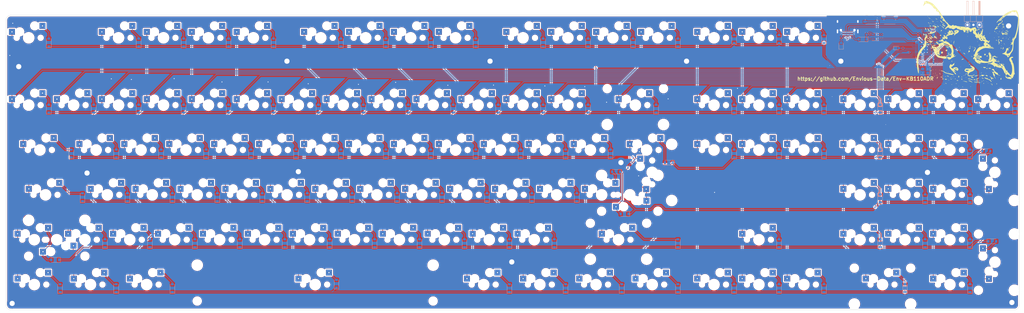
<source format=kicad_pcb>
(kicad_pcb (version 20171130) (host pcbnew "(5.1.10)-1")
  (title_block (date 2021-06-16))
  (layers (0 F.Cu signal) (31 B.Cu signal) (34 B.Paste user) (35 F.Paste user) (36 B.SilkS user) (37 F.SilkS user) (38 B.Mask user) (39 F.Mask user) (44 Edge.Cuts user))
  (net 0 "")
  (net 1 col0)
  (net 2 col1)
  (net 3 col2)
  (net 4 col3)
  (net 5 col4)
  (net 6 col5)
  (net 7 col6)
  (net 8 col7)
  (net 9 col8)
  (net 10 col9)
  (net 11 col10)
  (net 12 col11)
  (net 13 col12)
  (net 14 col13)
  (net 15 col14)
  (net 16 col15)
  (net 17 col16)
  (net 18 col17)
  (net 19 col19)
  (net 20 col20)
  (net 21 col21)
  (net 22 col22)
  (net 23 row1)
  (net 24 row3)
  (net 25 row4)
  (net 26 row5)
  (net 27 row6)
  (net 28 row7)
  (net 29 "Net-(D_12-Pad2)")
  (net 30 "Net-(D_13-Pad2)")
  (net 31 "Net-(D_14-Pad2)")
  (net 32 "Net-(D_15-Pad2)")
  (net 33 "Net-(D_16-Pad2)")
  (net 34 "Net-(D_17-Pad2)")
  (net 35 "Net-(D_18-Pad2)")
  (net 36 "Net-(D_19-Pad2)")
  (net 37 "Net-(D_20-Pad2)")
  (net 38 "Net-(D_21-Pad2)")
  (net 39 "Net-(D_22-Pad2)")
  (net 40 "Net-(D_23-Pad2)")
  (net 41 "Net-(D_24-Pad2)")
  (net 42 "Net-(D_25-Pad2)")
  (net 43 "Net-(D_26-Pad2)")
  (net 44 "Net-(D_27-Pad2)")
  (net 45 "Net-(D_28-Pad2)")
  (net 46 "Net-(D_29-Pad2)")
  (net 47 "Net-(D_30-Pad2)")
  (net 48 "Net-(D_31-Pad2)")
  (net 49 "Net-(D_32-Pad2)")
  (net 50 "Net-(D_33-Pad2)")
  (net 51 "Net-(D_34-Pad2)")
  (net 52 "Net-(D_35-Pad2)")
  (net 53 "Net-(D_36-Pad2)")
  (net 54 "Net-(D_37-Pad2)")
  (net 55 "Net-(D_38-Pad2)")
  (net 56 "Net-(D_39-Pad2)")
  (net 57 "Net-(D_40-Pad2)")
  (net 58 "Net-(D_41-Pad2)")
  (net 59 "Net-(D_42-Pad2)")
  (net 60 "Net-(D_43-Pad2)")
  (net 61 "Net-(D_44-Pad2)")
  (net 62 "Net-(D_45-Pad2)")
  (net 63 "Net-(D_46-Pad2)")
  (net 64 "Net-(D_47-Pad2)")
  (net 65 "Net-(D_48-Pad2)")
  (net 66 "Net-(D_49-Pad2)")
  (net 67 "Net-(D_50-Pad2)")
  (net 68 "Net-(D_51-Pad2)")
  (net 69 "Net-(D_52-Pad2)")
  (net 70 "Net-(D_53-Pad2)")
  (net 71 "Net-(D_54-Pad2)")
  (net 72 "Net-(D_55-Pad2)")
  (net 73 "Net-(D_56-Pad2)")
  (net 74 "Net-(D_57-Pad2)")
  (net 75 "Net-(D_58-Pad2)")
  (net 76 "Net-(D_59-Pad2)")
  (net 77 "Net-(D_60-Pad2)")
  (net 78 "Net-(D_61-Pad2)")
  (net 79 "Net-(D_62-Pad2)")
  (net 80 "Net-(D_63-Pad2)")
  (net 81 "Net-(D_64-Pad2)")
  (net 82 "Net-(D_65-Pad2)")
  (net 83 "Net-(D_66-Pad2)")
  (net 84 "Net-(D_67-Pad2)")
  (net 85 "Net-(D_68-Pad2)")
  (net 86 "Net-(D_69-Pad2)")
  (net 87 "Net-(D_70-Pad2)")
  (net 88 "Net-(D_71-Pad2)")
  (net 89 "Net-(D_72-Pad2)")
  (net 90 "Net-(D_73-Pad2)")
  (net 91 "Net-(D_74-Pad2)")
  (net 92 "Net-(D_75-Pad2)")
  (net 93 "Net-(D_76-Pad2)")
  (net 94 "Net-(D_77-Pad2)")
  (net 95 "Net-(D_78-Pad2)")
  (net 96 "Net-(D_79-Pad2)")
  (net 97 "Net-(D_80-Pad2)")
  (net 98 "Net-(D_81-Pad2)")
  (net 99 "Net-(D_82-Pad2)")
  (net 100 "Net-(D_83-Pad2)")
  (net 101 "Net-(D_84-Pad2)")
  (net 102 "Net-(D_85-Pad2)")
  (net 103 "Net-(D_86-Pad2)")
  (net 104 "Net-(D_87-Pad2)")
  (net 105 "Net-(D_88-Pad2)")
  (net 106 "Net-(D_89-Pad2)")
  (net 107 "Net-(D_90-Pad2)")
  (net 108 "Net-(D_91-Pad2)")
  (net 109 "Net-(D_92-Pad2)")
  (net 110 "Net-(D_93-Pad2)")
  (net 111 "Net-(D_94-Pad2)")
  (net 112 "Net-(D_95-Pad2)")
  (net 113 "Net-(D_96-Pad2)")
  (net 114 "Net-(D_97-Pad2)")
  (net 115 "Net-(D_98-Pad2)")
  (net 116 "Net-(D_99-Pad2)")
  (net 117 "Net-(D_100-Pad2)")
  (net 118 "Net-(D_101-Pad2)")
  (net 119 "Net-(D_102-Pad2)")
  (net 120 "Net-(D_103-Pad2)")
  (net 121 "Net-(D_104-Pad2)")
  (net 122 "Net-(D_105-Pad2)")
  (net 123 "Net-(D_106-Pad2)")
  (net 124 "Net-(D_107-Pad2)")
  (net 125 "Net-(D_108-Pad2)")
  (net 126 "Net-(D_109-Pad2)")
  (net 127 "Net-(D_110-Pad2)")
  (net 128 "Net-(D_111-Pad2)")
  (net 129 "Net-(D_112-Pad2)")
  (net 130 "Net-(D_113-Pad2)")
  (net 131 "Net-(D_114-Pad2)")
  (net 132 "Net-(D_115-Pad2)")
  (net 133 "Net-(D_116-Pad2)")
  (net 134 +3V3)
  (net 135 GND)
  (net 136 VBUS)
  (net 137 "Net-(R5-Pad2)")
  (net 138 "Net-(D_ANSI_1-Pad2)")
  (net 139 VSYS)
  (net 140 XIN)
  (net 141 +1V1)
  (net 142 "Net-(C19-Pad2)")
  (net 143 "Net-(CBP1-Pad1)")
  (net 144 "Net-(D3-Pad2)")
  (net 145 /QSPI_SD3)
  (net 146 /QSPI_SCLK)
  (net 147 /QSPI_SD0)
  (net 148 /QSPI_SD2)
  (net 149 /QSPI_SD1)
  (net 150 /QSPI_SS)
  (net 151 /~USB_BOOT)
  (net 152 /SWD)
  (net 153 /SWCLK)
  (net 154 "Net-(PWRLED1-Pad2)")
  (net 155 "Net-(R3-Pad2)")
  (net 156 USB_D+)
  (net 157 "Net-(R4-Pad2)")
  (net 158 USB_D-)
  (net 159 "Net-(R6-Pad2)")
  (net 160 3V3_EN)
  (net 161 /GPIO25)
  (net 162 XOUT)
  (net 163 /RUN)
  (module MountingHole:MountingHole_2.2mm_M2_Pad (layer F.Cu) (at 242.7 71)
    (fp_text reference H14)
    (fp_text value MountingHole)
    (pad 1 thru_hole circle (at 0 0) (size 4.4 4.4) (drill 2.2) (layers *.Cu *.Mask) (net 135 GND))
  )
  (module MountingHole:MountingHole_2.2mm_M2_Pad (layer F.Cu) (at 391.4 71)
    (fp_text reference H13)
    (fp_text value MountingHole)
    (pad 1 thru_hole circle (at 0 0) (size 4.4 4.4) (drill 2.2) (layers *.Cu *.Mask) (net 135 GND))
  )
  (module MountingHole:MountingHole_2.2mm_M2_Pad (layer F.Cu) (at 326 71)
    (fp_text reference H12)
    (fp_text value MountingHole)
    (pad 1 thru_hole circle (at 0 0) (size 4.4 4.4) (drill 2.2) (layers *.Cu *.Mask) (net 135 GND))
  )
  (module MountingHole:MountingHole_2.2mm_M2_Pad (layer F.Cu) (at 71.86 118.5)
    (fp_text reference H10)
    (fp_text value MountingHole)
    (pad 1 thru_hole circle (at 0 0) (size 4.4 4.4) (drill 2.2) (layers *.Cu *.Mask) (net 135 GND))
  )
  (module MountingHole:MountingHole_2.2mm_M2_Pad (layer F.Cu) (at 161.435 117.9)
    (fp_text reference H9)
    (fp_text value MountingHole)
    (pad 1 thru_hole circle (at 0 0) (size 4.4 4.4) (drill 2.2) (layers *.Cu *.Mask) (net 135 GND))
  )
  (module MountingHole:MountingHole_2.2mm_M2_Pad (layer F.Cu) (at 428.125 118.225)
    (fp_text reference H8)
    (fp_text value MountingHole)
    (pad 1 thru_hole circle (at 0 0) (size 4.4 4.4) (drill 2.2) (layers *.Cu *.Mask) (net 135 GND))
  )
  (module MountingHole:MountingHole_2.2mm_M2_Pad (layer F.Cu) (at 156.6 71)
    (fp_text reference H7)
    (fp_text value MountingHole)
    (pad 1 thru_hole circle (at 0 0) (size 4.4 4.4) (drill 2.2) (layers *.Cu *.Mask) (net 135 GND))
  )
  (module MountingHole:MountingHole_2.2mm_M2_Pad (layer F.Cu) (at 298.185 114.05)
    (fp_text reference H6)
    (fp_text value MountingHole)
    (pad 1 thru_hole circle (at 0 0) (size 4.4 4.4) (drill 2.2) (layers *.Cu *.Mask) (net 135 GND))
  )
  (module MountingHole:MountingHole_2.2mm_M2_Pad (layer F.Cu) (at 251.91 156.25)
    (fp_text reference H5)
    (fp_text value MountingHole)
    (pad 1 thru_hole circle (at 0 0) (size 4.4 4.4) (drill 2.2) (layers *.Cu *.Mask) (net 135 GND))
  )
  (module MountingHole:MountingHole_2.2mm_M2_Pad (layer F.Cu) (at 463.91 173.45)
    (fp_text reference H4)
    (fp_text value MountingHole)
    (pad 1 thru_hole circle (at 0 0) (size 4.4 4.4) (drill 2.2) (layers *.Cu *.Mask) (net 135 GND))
  )
  (module MountingHole:MountingHole_2.2mm_M2_Pad (layer F.Cu) (at 40.11 173.85)
    (fp_text reference H3)
    (fp_text value MountingHole)
    (pad 1 thru_hole circle (at 0 0) (size 4.4 4.4) (drill 2.2) (layers *.Cu *.Mask) (net 135 GND))
  )
  (module MountingHole:MountingHole_2.2mm_M2_Pad (layer F.Cu) (at 462.51 56.02)
    (fp_text reference H2)
    (fp_text value MountingHole)
    (pad 1 thru_hole circle (at 0 0) (size 4.4 4.4) (drill 2.2) (layers *.Cu *.Mask) (net 135 GND))
  )
  (module MountingHole:MountingHole_2.2mm_M2_Pad (layer F.Cu) (at 42.9 73.3)
    (fp_text reference H1)
    (fp_text value MountingHole)
    (pad 1 thru_hole circle (at 0 0) (size 4.4 4.4) (drill 2.2) (layers *.Cu *.Mask) (net 135 GND))
  )
  (module logo:logo (layer F.Cu) (at 445.36652 63.2086)
    (fp_text reference G*** hide)
    (fp_text value LOGO hide)
  )
  (module Package_SON:SON-8-1EP_3x2mm_P0.5mm_EP1.4x1.6mm (layer B.Cu) (at 430.575 59.825 180)
    (fp_text reference FLASH1)
    (fp_text value W25Q16FWUXIE)
    (pad 9 smd rect (at 0 0 180) (size 1.4 1.6) (layers B.Cu B.Mask) (net 135 GND))
    (pad 8 smd roundrect (at 1.2875 0.75 180) (size 0.525 0.35) (layers B.Cu B.Paste B.Mask) (net 134 +3V3))
    (pad 7 smd roundrect (at 1.2875 0.25 180) (size 0.525 0.35) (layers B.Cu B.Paste B.Mask) (net 145 /QSPI_SD3))
    (pad 6 smd roundrect (at 1.2875 -0.25 180) (size 0.525 0.35) (layers B.Cu B.Paste B.Mask) (net 146 /QSPI_SCLK))
    (pad 5 smd roundrect (at 1.2875 -0.75 180) (size 0.525 0.35) (layers B.Cu B.Paste B.Mask) (net 147 /QSPI_SD0))
    (pad 4 smd roundrect (at -1.2875 -0.75 180) (size 0.525 0.35) (layers B.Cu B.Paste B.Mask) (net 135 GND))
    (pad 3 smd roundrect (at -1.2875 -0.25 180) (size 0.525 0.35) (layers B.Cu B.Paste B.Mask) (net 148 /QSPI_SD2))
    (pad 2 smd roundrect (at -1.2875 0.25 180) (size 0.525 0.35) (layers B.Cu B.Paste B.Mask) (net 149 /QSPI_SD1))
    (pad 1 smd roundrect (at -1.2875 0.75 180) (size 0.525 0.35) (layers B.Cu B.Paste B.Mask) (net 150 /QSPI_SS))
  )
  (module LED_SMD:LED_0805_2012Metric (layer B.Cu) (at 391.55 64.225 90)
    (fp_text reference PWRLED1)
    (fp_text value LED_0805)
    (pad 2 smd roundrect (at 0.9375 0 90) (size 0.975 1.4) (layers B.Cu B.Paste B.Mask) (net 154 "Net-(PWRLED1-Pad2)"))
    (pad 1 smd roundrect (at -0.9375 0 90) (size 0.975 1.4) (layers B.Cu B.Paste B.Mask) (net 135 GND))
  )
  (module Connector_PinHeader_2.54mm:PinHeader_1x03_P2.54mm_Horizontal (layer B.Cu) (at 450.15 55.6 90)
    (fp_text reference J5)
    (fp_text value Conn_01x03_Male)
    (pad 3 thru_hole oval (at 0 -5.08 90) (size 1.7 1.7) (drill 1) (layers *.Cu *.Mask) (net 152 /SWD))
    (pad 2 thru_hole oval (at 0 -2.54 90) (size 1.7 1.7) (drill 1) (layers *.Cu *.Mask) (net 135 GND))
    (pad 1 thru_hole rect (at 0 0 90) (size 1.7 1.7) (drill 1) (layers *.Cu *.Mask) (net 153 /SWCLK))
  )
  (module Button_Switch_SMD:Panasonic_EVQPUJ_EVQPUA (layer B.Cu) (at 404.25 53.38 180)
    (fp_text reference RSW1)
    (fp_text value EVQPU)
    (pad 1 smd rect (at 2.625 0.85) (size 1.55 1) (layers B.Cu B.Paste B.Mask) (net 135 GND))
    (pad 1 smd rect (at -2.625 0.85) (size 1.55 1) (layers B.Cu B.Paste B.Mask) (net 135 GND))
    (pad 2 smd rect (at -2.625 -0.85) (size 1.55 1) (layers B.Cu B.Paste B.Mask) (net 163 /RUN))
    (pad 2 smd rect (at 2.625 -0.85) (size 1.55 1) (layers B.Cu B.Paste B.Mask) (net 163 /RUN))
  )
  (module Button_Switch_SMD:Panasonic_EVQPUJ_EVQPUA (layer B.Cu) (at 412.13 53.38 180)
    (fp_text reference J2)
    (fp_text value EVQPU)
    (pad 1 smd rect (at 2.625 0.85) (size 1.55 1) (layers B.Cu B.Paste B.Mask) (net 151 /~USB_BOOT))
    (pad 1 smd rect (at -2.625 0.85) (size 1.55 1) (layers B.Cu B.Paste B.Mask) (net 151 /~USB_BOOT))
    (pad 2 smd rect (at -2.625 -0.85) (size 1.55 1) (layers B.Cu B.Paste B.Mask) (net 135 GND))
    (pad 2 smd rect (at 2.625 -0.85) (size 1.55 1) (layers B.Cu B.Paste B.Mask) (net 135 GND))
  )
  (module Crystal:Crystal_SMD_3225-4Pin_3.2x2.5mm (layer B.Cu) (at 427.2 75.15 180)
    (fp_text reference Y1)
    (fp_text value 3225_4P)
    (pad 4 smd rect (at -1.1 0.85 180) (size 1.4 1.2) (layers B.Cu B.Paste B.Mask) (net 135 GND))
    (pad 3 smd rect (at 1.1 0.85 180) (size 1.4 1.2) (layers B.Cu B.Paste B.Mask) (net 142 "Net-(C19-Pad2)"))
    (pad 2 smd rect (at 1.1 -0.85 180) (size 1.4 1.2) (layers B.Cu B.Paste B.Mask) (net 135 GND))
    (pad 1 smd rect (at -1.1 -0.85 180) (size 1.4 1.2) (layers B.Cu B.Paste B.Mask) (net 140 XIN))
  )
  (module HRO-TYPE-C31-M-12:HRO-TYPE-C-31-M-12 (layer B.Cu) (at 394.307 51.545)
    (fp_text reference USB1)
    (fp_text value TYPE-C-31-M-12)
    (pad 12 smd rect (at 3.225 7.695) (size 0.6 1.45) (layers B.Cu B.Paste B.Mask) (net 135 GND))
    (pad 1 smd rect (at -3.225 7.695) (size 0.6 1.45) (layers B.Cu B.Paste B.Mask) (net 135 GND))
    (pad 11 smd rect (at 2.45 7.695) (size 0.6 1.45) (layers B.Cu B.Paste B.Mask) (net 136 VBUS))
    (pad 2 smd rect (at -2.45 7.695) (size 0.6 1.45) (layers B.Cu B.Paste B.Mask) (net 136 VBUS))
    (pad 3 smd rect (at -1.75 7.695) (size 0.3 1.45) (layers B.Cu B.Paste B.Mask))
    (pad 10 smd rect (at 1.75 7.695) (size 0.3 1.45) (layers B.Cu B.Paste B.Mask) (net 159 "Net-(R6-Pad2)"))
    (pad 4 smd rect (at -1.25 7.695) (size 0.3 1.45) (layers B.Cu B.Paste B.Mask) (net 137 "Net-(R5-Pad2)"))
    (pad 9 smd rect (at 1.25 7.695) (size 0.3 1.45) (layers B.Cu B.Paste B.Mask))
    (pad 5 smd rect (at -0.75 7.695) (size 0.3 1.45) (layers B.Cu B.Paste B.Mask) (net 158 USB_D-))
    (pad 8 smd rect (at 0.75 7.695) (size 0.3 1.45) (layers B.Cu B.Paste B.Mask) (net 156 USB_D+))
    (pad 7 smd rect (at 0.25 7.695) (size 0.3 1.45) (layers B.Cu B.Paste B.Mask) (net 158 USB_D-))
    (pad 6 smd rect (at -0.25 7.695) (size 0.3 1.45) (layers B.Cu B.Paste B.Mask) (net 156 USB_D+))
    (pad "" np_thru_hole circle (at 2.89 6.25) (size 0.65 0.65) (drill 0.65) (layers *.Cu *.Mask))
    (pad "" np_thru_hole circle (at -2.89 6.25) (size 0.65 0.65) (drill 0.65) (layers *.Cu *.Mask))
    (pad 13 thru_hole oval (at -4.32 6.78) (size 1 2.1) (drill oval 0.6 1.7) (layers *.Cu F.Mask) (net 135 GND))
    (pad 13 thru_hole oval (at 4.32 6.78) (size 1 2.1) (drill oval 0.6 1.7) (layers *.Cu F.Mask) (net 135 GND))
    (pad 13 thru_hole oval (at -4.32 2.6) (size 1 1.6) (drill oval 0.6 1.2) (layers *.Cu F.Mask) (net 135 GND))
    (pad 13 thru_hole oval (at 4.32 2.6) (size 1 1.6) (drill oval 0.6 1.2) (layers *.Cu F.Mask) (net 135 GND))
  )
  (module RP2040_minimal:RP2040-QFN-56 (layer B.Cu) (at 426.8 66.05 180)
    (fp_text reference U3)
    (fp_text value RP2040)
    (pad 56 smd roundrect (at -2.6 3.4375 180) (size 0.2 0.875) (layers B.Cu B.Paste B.Mask) (net 150 /QSPI_SS))
    (pad 55 smd roundrect (at -2.2 3.4375 180) (size 0.2 0.875) (layers B.Cu B.Paste B.Mask) (net 149 /QSPI_SD1))
    (pad 54 smd roundrect (at -1.8 3.4375 180) (size 0.2 0.875) (layers B.Cu B.Paste B.Mask) (net 148 /QSPI_SD2))
    (pad 53 smd roundrect (at -1.4 3.4375 180) (size 0.2 0.875) (layers B.Cu B.Paste B.Mask) (net 147 /QSPI_SD0))
    (pad 52 smd roundrect (at -1 3.4375 180) (size 0.2 0.875) (layers B.Cu B.Paste B.Mask) (net 146 /QSPI_SCLK))
    (pad 51 smd roundrect (at -0.6 3.4375 180) (size 0.2 0.875) (layers B.Cu B.Paste B.Mask) (net 145 /QSPI_SD3))
    (pad 50 smd roundrect (at -0.2 3.4375 180) (size 0.2 0.875) (layers B.Cu B.Paste B.Mask) (net 141 +1V1))
    (pad 49 smd roundrect (at 0.2 3.4375 180) (size 0.2 0.875) (layers B.Cu B.Paste B.Mask) (net 134 +3V3))
    (pad 48 smd roundrect (at 0.6 3.4375 180) (size 0.2 0.875) (layers B.Cu B.Paste B.Mask) (net 134 +3V3))
    (pad 47 smd roundrect (at 1 3.4375 180) (size 0.2 0.875) (layers B.Cu B.Paste B.Mask) (net 155 "Net-(R3-Pad2)"))
    (pad 46 smd roundrect (at 1.4 3.4375 180) (size 0.2 0.875) (layers B.Cu B.Paste B.Mask) (net 157 "Net-(R4-Pad2)"))
    (pad 45 smd roundrect (at 1.8 3.4375 180) (size 0.2 0.875) (layers B.Cu B.Paste B.Mask) (net 141 +1V1))
    (pad 44 smd roundrect (at 2.2 3.4375 180) (size 0.2 0.875) (layers B.Cu B.Paste B.Mask) (net 134 +3V3))
    (pad 43 smd roundrect (at 2.6 3.4375 180) (size 0.2 0.875) (layers B.Cu B.Paste B.Mask) (net 134 +3V3))
    (pad 42 smd roundrect (at 3.4375 2.6 180) (size 0.875 0.2) (layers B.Cu B.Paste B.Mask) (net 134 +3V3))
    (pad 41 smd roundrect (at 3.4375 2.2 180) (size 0.875 0.2) (layers B.Cu B.Paste B.Mask) (net 23 row1))
    (pad 40 smd roundrect (at 3.4375 1.8 180) (size 0.875 0.2) (layers B.Cu B.Paste B.Mask) (net 24 row3))
    (pad 39 smd roundrect (at 3.4375 1.4 180) (size 0.875 0.2) (layers B.Cu B.Paste B.Mask) (net 25 row4))
    (pad 38 smd roundrect (at 3.4375 1 180) (size 0.875 0.2) (layers B.Cu B.Paste B.Mask) (net 26 row5))
    (pad 37 smd roundrect (at 3.4375 0.6 180) (size 0.875 0.2) (layers B.Cu B.Paste B.Mask) (net 161 /GPIO25))
    (pad 36 smd roundrect (at 3.4375 0.2 180) (size 0.875 0.2) (layers B.Cu B.Paste B.Mask) (net 27 row6))
    (pad 35 smd roundrect (at 3.4375 -0.2 180) (size 0.875 0.2) (layers B.Cu B.Paste B.Mask) (net 28 row7))
    (pad 34 smd roundrect (at 3.4375 -0.6 180) (size 0.875 0.2) (layers B.Cu B.Paste B.Mask) (net 14 col13))
    (pad 33 smd roundrect (at 3.4375 -1 180) (size 0.875 0.2) (layers B.Cu B.Paste B.Mask) (net 134 +3V3))
    (pad 32 smd roundrect (at 3.4375 -1.4 180) (size 0.875 0.2) (layers B.Cu B.Paste B.Mask) (net 1 col0))
    (pad 31 smd roundrect (at 3.4375 -1.8 180) (size 0.875 0.2) (layers B.Cu B.Paste B.Mask) (net 2 col1))
    (pad 30 smd roundrect (at 3.4375 -2.2 180) (size 0.875 0.2) (layers B.Cu B.Paste B.Mask) (net 3 col2))
    (pad 29 smd roundrect (at 3.4375 -2.6 180) (size 0.875 0.2) (layers B.Cu B.Paste B.Mask) (net 4 col3))
    (pad 28 smd roundrect (at 2.6 -3.4375 180) (size 0.2 0.875) (layers B.Cu B.Paste B.Mask) (net 5 col4))
    (pad 27 smd roundrect (at 2.2 -3.4375 180) (size 0.2 0.875) (layers B.Cu B.Paste B.Mask) (net 6 col5))
    (pad 26 smd roundrect (at 1.8 -3.4375 180) (size 0.2 0.875) (layers B.Cu B.Paste B.Mask) (net 163 /RUN))
    (pad 25 smd roundrect (at 1.4 -3.4375 180) (size 0.2 0.875) (layers B.Cu B.Paste B.Mask) (net 152 /SWD))
    (pad 24 smd roundrect (at 1 -3.4375 180) (size 0.2 0.875) (layers B.Cu B.Paste B.Mask) (net 153 /SWCLK))
    (pad 23 smd roundrect (at 0.6 -3.4375 180) (size 0.2 0.875) (layers B.Cu B.Paste B.Mask) (net 141 +1V1))
    (pad 22 smd roundrect (at 0.2 -3.4375 180) (size 0.2 0.875) (layers B.Cu B.Paste B.Mask) (net 134 +3V3))
    (pad 21 smd roundrect (at -0.2 -3.4375 180) (size 0.2 0.875) (layers B.Cu B.Paste B.Mask) (net 162 XOUT))
    (pad 20 smd roundrect (at -0.6 -3.4375 180) (size 0.2 0.875) (layers B.Cu B.Paste B.Mask) (net 140 XIN))
    (pad 19 smd roundrect (at -1 -3.4375 180) (size 0.2 0.875) (layers B.Cu B.Paste B.Mask) (net 135 GND))
    (pad 18 smd roundrect (at -1.4 -3.4375 180) (size 0.2 0.875) (layers B.Cu B.Paste B.Mask) (net 7 col6))
    (pad 17 smd roundrect (at -1.8 -3.4375 180) (size 0.2 0.875) (layers B.Cu B.Paste B.Mask) (net 8 col7))
    (pad 16 smd roundrect (at -2.2 -3.4375 180) (size 0.2 0.875) (layers B.Cu B.Paste B.Mask) (net 9 col8))
    (pad 15 smd roundrect (at -2.6 -3.4375 180) (size 0.2 0.875) (layers B.Cu B.Paste B.Mask) (net 10 col9))
    (pad 14 smd roundrect (at -3.4375 -2.6 180) (size 0.875 0.2) (layers B.Cu B.Paste B.Mask) (net 11 col10))
    (pad 13 smd roundrect (at -3.4375 -2.2 180) (size 0.875 0.2) (layers B.Cu B.Paste B.Mask) (net 12 col11))
    (pad 12 smd roundrect (at -3.4375 -1.8 180) (size 0.875 0.2) (layers B.Cu B.Paste B.Mask) (net 13 col12))
    (pad 11 smd roundrect (at -3.4375 -1.4 180) (size 0.875 0.2) (layers B.Cu B.Paste B.Mask) (net 15 col14))
    (pad 10 smd roundrect (at -3.4375 -1 180) (size 0.875 0.2) (layers B.Cu B.Paste B.Mask) (net 134 +3V3))
    (pad 9 smd roundrect (at -3.4375 -0.6 180) (size 0.875 0.2) (layers B.Cu B.Paste B.Mask) (net 16 col15))
    (pad 8 smd roundrect (at -3.4375 -0.2 180) (size 0.875 0.2) (layers B.Cu B.Paste B.Mask) (net 17 col16))
    (pad 7 smd roundrect (at -3.4375 0.2 180) (size 0.875 0.2) (layers B.Cu B.Paste B.Mask) (net 18 col17))
    (pad 6 smd roundrect (at -3.4375 0.6 180) (size 0.875 0.2) (layers B.Cu B.Paste B.Mask) (net 19 col19))
    (pad 5 smd roundrect (at -3.4375 1 180) (size 0.875 0.2) (layers B.Cu B.Paste B.Mask) (net 20 col20))
    (pad 4 smd roundrect (at -3.4375 1.4 180) (size 0.875 0.2) (layers B.Cu B.Paste B.Mask) (net 21 col21))
    (pad 3 smd roundrect (at -3.4375 1.8 180) (size 0.875 0.2) (layers B.Cu B.Paste B.Mask) (net 22 col22))
    (pad 2 smd roundrect (at -3.4375 2.2 180) (size 0.875 0.2) (layers B.Cu B.Paste B.Mask))
    (pad 1 smd roundrect (at -3.4375 2.6 180) (size 0.875 0.2) (layers B.Cu B.Paste B.Mask) (net 134 +3V3))
    (pad 57 thru_hole circle (at 1.275 -1.275 180) (size 0.6 0.6) (drill 0.35) (layers *.Cu) (net 135 GND))
    (pad 57 thru_hole circle (at 0 -1.275 180) (size 0.6 0.6) (drill 0.35) (layers *.Cu) (net 135 GND))
    (pad 57 thru_hole circle (at -1.275 -1.275 180) (size 0.6 0.6) (drill 0.35) (layers *.Cu) (net 135 GND))
    (pad 57 thru_hole circle (at 1.275 0 180) (size 0.6 0.6) (drill 0.35) (layers *.Cu) (net 135 GND))
    (pad 57 thru_hole circle (at 0 0 180) (size 0.6 0.6) (drill 0.35) (layers *.Cu) (net 135 GND))
    (pad 57 thru_hole circle (at -1.275 0 180) (size 0.6 0.6) (drill 0.35) (layers *.Cu) (net 135 GND))
    (pad 57 thru_hole circle (at 1.275 1.275 180) (size 0.6 0.6) (drill 0.35) (layers *.Cu) (net 135 GND))
    (pad 57 thru_hole circle (at 0 1.275 180) (size 0.6 0.6) (drill 0.35) (layers *.Cu) (net 135 GND))
    (pad 57 thru_hole circle (at -1.275 1.275 180) (size 0.6 0.6) (drill 0.35) (layers *.Cu) (net 135 GND))
    (pad 57 smd roundrect (at 0 0 180) (size 3.2 3.2) (layers B.Cu B.Mask) (roundrect_rratio 0.045) (net 135 GND))
  )
  (module Package_TO_SOT_SMD:SOT-23-5 (layer B.Cu) (at 406.15 60.65)
    (fp_text reference U1)
    (fp_text value TLV75533PDBVR)
    (pad 5 smd rect (at 1.1 0.95) (size 1.06 0.65) (layers B.Cu B.Paste B.Mask) (net 134 +3V3))
    (pad 4 smd rect (at 1.1 -0.95) (size 1.06 0.65) (layers B.Cu B.Paste B.Mask) (net 143 "Net-(CBP1-Pad1)"))
    (pad 3 smd rect (at -1.1 -0.95) (size 1.06 0.65) (layers B.Cu B.Paste B.Mask) (net 160 3V3_EN))
    (pad 2 smd rect (at -1.1 0) (size 1.06 0.65) (layers B.Cu B.Paste B.Mask) (net 135 GND))
    (pad 1 smd rect (at -1.1 0.95) (size 1.06 0.65) (layers B.Cu B.Paste B.Mask) (net 139 VSYS))
  )
  (module Resistor_SMD:R_0402_1005Metric (layer B.Cu) (at 391.55 61.225 90)
    (fp_text reference R12)
    (fp_text value "1K 0402 Resistor")
    (pad 2 smd roundrect (at 0.51 0 90) (size 0.54 0.64) (layers B.Cu B.Paste B.Mask) (net 136 VBUS))
    (pad 1 smd roundrect (at -0.51 0 90) (size 0.54 0.64) (layers B.Cu B.Paste B.Mask) (net 154 "Net-(PWRLED1-Pad2)"))
  )
  (module Capacitor_SMD:C_0402_1005Metric (layer B.Cu) (at 426 72.9 180)
    (fp_text reference R11)
    (fp_text value "1K 0402 Resistor")
    (pad 2 smd roundrect (at 0.48 0 180) (size 0.56 0.62) (layers B.Cu B.Paste B.Mask) (net 142 "Net-(C19-Pad2)"))
    (pad 1 smd roundrect (at -0.48 0 180) (size 0.56 0.62) (layers B.Cu B.Paste B.Mask) (net 162 XOUT))
  )
  (module Resistor_SMD:R_0402_1005Metric (layer B.Cu) (at 417.75 65.45)
    (fp_text reference R8)
    (fp_text value "470 0402 Resistor")
    (pad 2 smd roundrect (at 0.51 0) (size 0.54 0.64) (layers B.Cu B.Paste B.Mask) (net 161 /GPIO25))
    (pad 1 smd roundrect (at -0.51 0) (size 0.54 0.64) (layers B.Cu B.Paste B.Mask) (net 144 "Net-(D3-Pad2)"))
  )
  (module Resistor_SMD:R_0402_1005Metric (layer B.Cu) (at 403.65 59.45 270)
    (fp_text reference R7)
    (fp_text value "100K 0402 resistor")
    (pad 2 smd roundrect (at 0.51 0 270) (size 0.54 0.64) (layers B.Cu B.Paste B.Mask) (net 139 VSYS))
    (pad 1 smd roundrect (at -0.51 0 270) (size 0.54 0.64) (layers B.Cu B.Paste B.Mask) (net 160 3V3_EN))
  )
  (module Resistor_SMD:R_0402_1005Metric (layer B.Cu) (at 395.95 61.35 90)
    (fp_text reference R6)
    (fp_text value "5.1K 0402")
    (pad 2 smd roundrect (at 0.51 0 90) (size 0.54 0.64) (layers B.Cu B.Paste B.Mask) (net 159 "Net-(R6-Pad2)"))
    (pad 1 smd roundrect (at -0.51 0 90) (size 0.54 0.64) (layers B.Cu B.Paste B.Mask) (net 135 GND))
  )
  (module Resistor_SMD:R_0402_1005Metric (layer B.Cu) (at 392.7 61.225 90)
    (fp_text reference R5)
    (fp_text value "5.1K 0402")
    (pad 2 smd roundrect (at 0.51 0 90) (size 0.54 0.64) (layers B.Cu B.Paste B.Mask) (net 137 "Net-(R5-Pad2)"))
    (pad 1 smd roundrect (at -0.51 0 90) (size 0.54 0.64) (layers B.Cu B.Paste B.Mask) (net 135 GND))
  )
  (module Resistor_SMD:R_0402_1005Metric (layer B.Cu) (at 424.09 60.375)
    (fp_text reference R4)
    (fp_text value "27 0402 Resistor")
    (pad 2 smd roundrect (at 0.51 0) (size 0.54 0.64) (layers B.Cu B.Paste B.Mask) (net 157 "Net-(R4-Pad2)"))
    (pad 1 smd roundrect (at -0.51 0) (size 0.54 0.64) (layers B.Cu B.Paste B.Mask) (net 158 USB_D-))
  )
  (module Resistor_SMD:R_0402_1005Metric (layer B.Cu) (at 424.075 59.35)
    (fp_text reference R3)
    (fp_text value "27 0402 Resistor")
    (pad 2 smd roundrect (at 0.51 0) (size 0.54 0.64) (layers B.Cu B.Paste B.Mask) (net 155 "Net-(R3-Pad2)"))
    (pad 1 smd roundrect (at -0.51 0) (size 0.54 0.64) (layers B.Cu B.Paste B.Mask) (net 156 USB_D+))
  )
  (module Capacitor_SMD:C_0402_1005Metric (layer F.Cu) (at 430.55 58)
    (fp_text reference R2)
    (fp_text value DNF)
    (pad 2 smd roundrect (at 0.48 0) (size 0.56 0.62) (layers F.Cu F.Paste F.Mask) (net 150 /QSPI_SS))
    (pad 1 smd roundrect (at -0.48 0) (size 0.56 0.62) (layers F.Cu F.Paste F.Mask) (net 134 +3V3))
  )
  (module Capacitor_SMD:C_0402_1005Metric (layer B.Cu) (at 430.55 57 180)
    (fp_text reference R1)
    (fp_text value "1K 0402 Resistor")
    (pad 2 smd roundrect (at 0.48 0 180) (size 0.56 0.62) (layers B.Cu B.Paste B.Mask) (net 151 /~USB_BOOT))
    (pad 1 smd roundrect (at -0.48 0 180) (size 0.56 0.62) (layers B.Cu B.Paste B.Mask) (net 150 /QSPI_SS))
  )
  (module LED_SMD:LED_0603_1608Metric (layer B.Cu) (at 415.225 65.45)
    (fp_text reference D3)
    (fp_text value LED_0603)
    (pad 2 smd roundrect (at 0.7875 0) (size 0.875 0.95) (layers B.Cu B.Paste B.Mask) (net 144 "Net-(D3-Pad2)"))
    (pad 1 smd roundrect (at -0.7875 0) (size 0.875 0.95) (layers B.Cu B.Paste B.Mask) (net 135 GND))
  )
  (module Diode_SMD:D_SOD-123 (layer B.Cu) (at 400.65 61.75 180)
    (fp_text reference D1)
    (fp_text value 1N4002W)
    (pad 2 smd rect (at 1.65 0 180) (size 0.9 1.2) (layers B.Cu B.Paste B.Mask) (net 136 VBUS))
    (pad 1 smd rect (at -1.65 0 180) (size 0.9 1.2) (layers B.Cu B.Paste B.Mask) (net 139 VSYS))
  )
  (module Capacitor_SMD:C_0402_1005Metric (layer B.Cu) (at 409.2 59.7)
    (fp_text reference CBP1)
    (fp_text value "10uf 0402")
    (pad 2 smd roundrect (at 0.48 0) (size 0.56 0.62) (layers B.Cu B.Paste B.Mask) (net 135 GND))
    (pad 1 smd roundrect (at -0.48 0) (size 0.56 0.62) (layers B.Cu B.Paste B.Mask) (net 143 "Net-(CBP1-Pad1)"))
  )
  (module Capacitor_SMD:C_0402_1005Metric (layer B.Cu) (at 424.55 74.75 90)
    (fp_text reference C19)
    (fp_text value "22pf 0402")
    (pad 2 smd roundrect (at 0.48 0 90) (size 0.56 0.62) (layers B.Cu B.Paste B.Mask) (net 142 "Net-(C19-Pad2)"))
    (pad 1 smd roundrect (at -0.48 0 90) (size 0.56 0.62) (layers B.Cu B.Paste B.Mask) (net 135 GND))
  )
  (module Capacitor_SMD:C_0402_1005Metric (layer B.Cu) (at 420.32 67.25 180)
    (fp_text reference C18)
    (fp_text value "100nf 0402")
    (pad 2 smd roundrect (at 0.48 0 180) (size 0.56 0.62) (layers B.Cu B.Paste B.Mask) (net 135 GND))
    (pad 1 smd roundrect (at -0.48 0 180) (size 0.56 0.62) (layers B.Cu B.Paste B.Mask) (net 134 +3V3))
  )
  (module Capacitor_SMD:C_0402_1005Metric (layer B.Cu) (at 423.325 73.05 180)
    (fp_text reference C16)
    (fp_text value "100nf 0402")
    (pad 2 smd roundrect (at 0.48 0 180) (size 0.56 0.62) (layers B.Cu B.Paste B.Mask) (net 135 GND))
    (pad 1 smd roundrect (at -0.48 0 180) (size 0.56 0.62) (layers B.Cu B.Paste B.Mask) (net 134 +3V3))
  )
  (module Capacitor_SMD:C_0402_1005Metric (layer B.Cu) (at 432 62.75)
    (fp_text reference C15)
    (fp_text value "100nf 0402")
    (pad 2 smd roundrect (at 0.48 0) (size 0.56 0.62) (layers B.Cu B.Paste B.Mask) (net 135 GND))
    (pad 1 smd roundrect (at -0.48 0) (size 0.56 0.62) (layers B.Cu B.Paste B.Mask) (net 134 +3V3))
  )
  (module Capacitor_SMD:C_0402_1005Metric (layer B.Cu) (at 433.2 67.05)
    (fp_text reference C14)
    (fp_text value "100nf 0402")
    (pad 2 smd roundrect (at 0.48 0) (size 0.56 0.62) (layers B.Cu B.Paste B.Mask) (net 135 GND))
    (pad 1 smd roundrect (at -0.48 0) (size 0.56 0.62) (layers B.Cu B.Paste B.Mask) (net 134 +3V3))
  )
  (module Capacitor_SMD:C_0402_1005Metric (layer B.Cu) (at 425.7 58.125 180)
    (fp_text reference C11)
    (fp_text value "100nf 0402")
    (pad 2 smd roundrect (at 0.48 0 180) (size 0.56 0.62) (layers B.Cu B.Paste B.Mask) (net 135 GND))
    (pad 1 smd roundrect (at -0.48 0 180) (size 0.56 0.62) (layers B.Cu B.Paste B.Mask) (net 134 +3V3))
  )
  (module Capacitor_SMD:C_0402_1005Metric (layer B.Cu) (at 422.15 62.2 90)
    (fp_text reference C10)
    (fp_text value "1uf 0402")
    (pad 2 smd roundrect (at 0.48 0 90) (size 0.56 0.62) (layers B.Cu B.Paste B.Mask) (net 135 GND))
    (pad 1 smd roundrect (at -0.48 0 90) (size 0.56 0.62) (layers B.Cu B.Paste B.Mask) (net 134 +3V3))
  )
  (module Capacitor_SMD:C_0402_1005Metric (layer B.Cu) (at 426.825 60.2 90)
    (fp_text reference C7)
    (fp_text value "100nf 0402")
    (pad 2 smd roundrect (at 0.48 0 90) (size 0.56 0.62) (layers B.Cu B.Paste B.Mask) (net 135 GND))
    (pad 1 smd roundrect (at -0.48 0 90) (size 0.56 0.62) (layers B.Cu B.Paste B.Mask) (net 141 +1V1))
  )
  (module Capacitor_SMD:C_0402_1005Metric (layer B.Cu) (at 423.325 72.05 180)
    (fp_text reference C6)
    (fp_text value "100nf 0402")
    (pad 2 smd roundrect (at 0.48 0 180) (size 0.56 0.62) (layers B.Cu B.Paste B.Mask) (net 135 GND))
    (pad 1 smd roundrect (at -0.48 0 180) (size 0.56 0.62) (layers B.Cu B.Paste B.Mask) (net 141 +1V1))
  )
  (module Capacitor_SMD:C_0402_1005Metric (layer B.Cu) (at 428.225 58.525 90)
    (fp_text reference C5)
    (fp_text value "100nf 0402")
    (pad 2 smd roundrect (at 0.48 0 90) (size 0.56 0.62) (layers B.Cu B.Paste B.Mask) (net 135 GND))
    (pad 1 smd roundrect (at -0.48 0 90) (size 0.56 0.62) (layers B.Cu B.Paste B.Mask) (net 134 +3V3))
  )
  (module Capacitor_SMD:C_0402_1005Metric (layer B.Cu) (at 408.75 61.12 90)
    (fp_text reference C4)
    (fp_text value "10uf 0402")
    (pad 2 smd roundrect (at 0.48 0 90) (size 0.56 0.62) (layers B.Cu B.Paste B.Mask) (net 135 GND))
    (pad 1 smd roundrect (at -0.48 0 90) (size 0.56 0.62) (layers B.Cu B.Paste B.Mask) (net 134 +3V3))
  )
  (module Capacitor_SMD:C_0402_1005Metric (layer B.Cu) (at 424.075 61.375 180)
    (fp_text reference C3)
    (fp_text value "1uf 0402")
    (pad 2 smd roundrect (at 0.48 0 180) (size 0.56 0.62) (layers B.Cu B.Paste B.Mask) (net 135 GND))
    (pad 1 smd roundrect (at -0.48 0 180) (size 0.56 0.62) (layers B.Cu B.Paste B.Mask) (net 141 +1V1))
  )
  (module Capacitor_SMD:C_0402_1005Metric (layer B.Cu) (at 428.8 77.45 180)
    (fp_text reference C2)
    (fp_text value "22pf 0402")
    (pad 2 smd roundrect (at 0.48 0 180) (size 0.56 0.62) (layers B.Cu B.Paste B.Mask) (net 140 XIN))
    (pad 1 smd roundrect (at -0.48 0 180) (size 0.56 0.62) (layers B.Cu B.Paste B.Mask) (net 135 GND))
  )
  (module Capacitor_SMD:C_0603_1608Metric (layer B.Cu) (at 402.3 58.9 90)
    (fp_text reference C1)
    (fp_text value "10uf 0603 6.3V")
    (pad 2 smd roundrect (at 0.775 0 90) (size 0.9 0.95) (layers B.Cu B.Paste B.Mask) (net 135 GND))
    (pad 1 smd roundrect (at -0.775 0 90) (size 0.9 0.95) (layers B.Cu B.Paste B.Mask) (net 139 VSYS))
  )
  (module MX_Only:MXOnly-1U-Hotswap (layer F.Cu) (at 418.6 89.65)
    (fp_text reference K_46)
    (fp_text value KEYSW)
    (pad 2 thru_hole rect (at 5.842 -5.08) (size 2.55 2.5) (drill 0.5) (layers *.Cu B.Paste B.Mask) (net 63 "Net-(D_46-Pad2)"))
    (pad 1 thru_hole rect (at -7.085 -2.54) (size 2.55 2.5) (drill 0.5) (layers *.Cu B.Paste B.Mask) (net 20 col20))
    (pad "" np_thru_hole circle (at 5.08 0 48.0996) (size 1.75 1.75) (drill 1.75) (layers *.Cu *.Mask))
    (pad "" np_thru_hole circle (at -5.08 0 48.0996) (size 1.75 1.75) (drill 1.75) (layers *.Cu *.Mask))
    (pad "" np_thru_hole circle (at -3.81 -2.54) (size 3 3) (drill 3) (layers *.Cu *.Mask))
    (pad "" np_thru_hole circle (at 0 0) (size 3.9878 3.9878) (drill 3.9878) (layers *.Cu *.Mask))
    (pad "" np_thru_hole circle (at 2.54 -5.08) (size 3 3) (drill 3) (layers *.Cu *.Mask))
  )
  (module MX_Only:MXOnly-1U-Hotswap (layer F.Cu) (at 375.7375 61.075)
    (fp_text reference K_27)
    (fp_text value KEYSW)
    (pad 2 thru_hole rect (at 5.842 -5.08) (size 2.55 2.5) (drill 0.5) (layers *.Cu B.Paste B.Mask) (net 44 "Net-(D_27-Pad2)"))
    (pad 1 thru_hole rect (at -7.085 -2.54) (size 2.55 2.5) (drill 0.5) (layers *.Cu B.Paste B.Mask) (net 18 col17))
    (pad "" np_thru_hole circle (at 5.08 0 48.0996) (size 1.75 1.75) (drill 1.75) (layers *.Cu *.Mask))
    (pad "" np_thru_hole circle (at -5.08 0 48.0996) (size 1.75 1.75) (drill 1.75) (layers *.Cu *.Mask))
    (pad "" np_thru_hole circle (at -3.81 -2.54) (size 3 3) (drill 3) (layers *.Cu *.Mask))
    (pad "" np_thru_hole circle (at 0 0) (size 3.9878 3.9878) (drill 3.9878) (layers *.Cu *.Mask))
    (pad "" np_thru_hole circle (at 2.54 -5.08) (size 3 3) (drill 3) (layers *.Cu *.Mask))
  )
  (module MX_Only:MXOnly-1U-Hotswap (layer F.Cu) (at 399.55 89.65)
    (fp_text reference K_45)
    (fp_text value KEYSW)
    (pad 2 thru_hole rect (at 5.842 -5.08) (size 2.55 2.5) (drill 0.5) (layers *.Cu B.Paste B.Mask) (net 62 "Net-(D_45-Pad2)"))
    (pad 1 thru_hole rect (at -7.085 -2.54) (size 2.55 2.5) (drill 0.5) (layers *.Cu B.Paste B.Mask) (net 19 col19))
    (pad "" np_thru_hole circle (at 5.08 0 48.0996) (size 1.75 1.75) (drill 1.75) (layers *.Cu *.Mask))
    (pad "" np_thru_hole circle (at -5.08 0 48.0996) (size 1.75 1.75) (drill 1.75) (layers *.Cu *.Mask))
    (pad "" np_thru_hole circle (at -3.81 -2.54) (size 3 3) (drill 3) (layers *.Cu *.Mask))
    (pad "" np_thru_hole circle (at 0 0) (size 3.9878 3.9878) (drill 3.9878) (layers *.Cu *.Mask))
    (pad "" np_thru_hole circle (at 2.54 -5.08) (size 3 3) (drill 3) (layers *.Cu *.Mask))
  )
  (module MX_Only:MXOnly-1U-Hotswap (layer F.Cu) (at 418.6 108.7)
    (fp_text reference K_67)
    (fp_text value KEYSW)
    (pad 2 thru_hole rect (at 5.842 -5.08) (size 2.55 2.5) (drill 0.5) (layers *.Cu B.Paste B.Mask) (net 84 "Net-(D_67-Pad2)"))
    (pad 1 thru_hole rect (at -7.085 -2.54) (size 2.55 2.5) (drill 0.5) (layers *.Cu B.Paste B.Mask) (net 20 col20))
    (pad "" np_thru_hole circle (at 5.08 0 48.0996) (size 1.75 1.75) (drill 1.75) (layers *.Cu *.Mask))
    (pad "" np_thru_hole circle (at -5.08 0 48.0996) (size 1.75 1.75) (drill 1.75) (layers *.Cu *.Mask))
    (pad "" np_thru_hole circle (at -3.81 -2.54) (size 3 3) (drill 3) (layers *.Cu *.Mask))
    (pad "" np_thru_hole circle (at 0 0) (size 3.9878 3.9878) (drill 3.9878) (layers *.Cu *.Mask))
    (pad "" np_thru_hole circle (at 2.54 -5.08) (size 3 3) (drill 3) (layers *.Cu *.Mask))
  )
  (module MX_Only:MXOnly-1U-Hotswap (layer F.Cu) (at 85.225 61.08)
    (fp_text reference K_13)
    (fp_text value KEYSW)
    (pad 2 thru_hole rect (at 5.842 -5.08) (size 2.55 2.5) (drill 0.5) (layers *.Cu B.Paste B.Mask) (net 30 "Net-(D_13-Pad2)"))
    (pad 1 thru_hole rect (at -7.085 -2.54) (size 2.55 2.5) (drill 0.5) (layers *.Cu B.Paste B.Mask) (net 3 col2))
    (pad "" np_thru_hole circle (at 5.08 0 48.0996) (size 1.75 1.75) (drill 1.75) (layers *.Cu *.Mask))
    (pad "" np_thru_hole circle (at -5.08 0 48.0996) (size 1.75 1.75) (drill 1.75) (layers *.Cu *.Mask))
    (pad "" np_thru_hole circle (at -3.81 -2.54) (size 3 3) (drill 3) (layers *.Cu *.Mask))
    (pad "" np_thru_hole circle (at 0 0) (size 3.9878 3.9878) (drill 3.9878) (layers *.Cu *.Mask))
    (pad "" np_thru_hole circle (at 2.54 -5.08) (size 3 3) (drill 3) (layers *.Cu *.Mask))
  )
  (module MX_Only:MXOnly-1.5U-Hotswap (layer F.Cu) (at 309.06 108.7)
    (fp_text reference K_ANSI_3)
    (fp_text value KEYSW)
    (pad 2 thru_hole rect (at 5.842 -5.08) (size 2.55 2.5) (drill 0.5) (layers *.Cu B.Paste B.Mask) (net 138 "Net-(D_ANSI_1-Pad2)"))
    (pad 1 thru_hole rect (at -7.085 -2.54) (size 2.55 2.5) (drill 0.5) (layers *.Cu B.Paste B.Mask) (net 15 col14))
    (pad "" np_thru_hole circle (at 5.08 0 48.0996) (size 1.75 1.75) (drill 1.75) (layers *.Cu *.Mask))
    (pad "" np_thru_hole circle (at -5.08 0 48.0996) (size 1.75 1.75) (drill 1.75) (layers *.Cu *.Mask))
    (pad "" np_thru_hole circle (at -3.81 -2.54) (size 3 3) (drill 3) (layers *.Cu *.Mask))
    (pad "" np_thru_hole circle (at 0 0) (size 3.9878 3.9878) (drill 3.9878) (layers *.Cu *.Mask))
    (pad "" np_thru_hole circle (at 2.54 -5.08) (size 3 3) (drill 3) (layers *.Cu *.Mask))
  )
  (module MX_Only:MXOnly-2.25U-Hotswap (layer F.Cu) (at 301.925 127.725 180)
    (fp_text reference K_ANSI_2)
    (fp_text value KEYSW)
    (pad "" np_thru_hole circle (at -11.938 8.255 180) (size 3.9878 3.9878) (drill 3.9878) (layers *.Cu *.Mask))
    (pad "" np_thru_hole circle (at 11.938 8.255 180) (size 3.9878 3.9878) (drill 3.9878) (layers *.Cu *.Mask))
    (pad "" np_thru_hole circle (at -11.938 -6.985 180) (size 3.048 3.048) (drill 3.048) (layers *.Cu *.Mask))
    (pad "" np_thru_hole circle (at 11.938 -6.985 180) (size 3.048 3.048) (drill 3.048) (layers *.Cu *.Mask))
    (pad 2 thru_hole rect (at 5.842 -5.08 180) (size 2.55 2.5) (drill 0.5) (layers *.Cu B.Paste B.Mask) (net 79 "Net-(D_62-Pad2)"))
    (pad 1 thru_hole rect (at -7.085 -2.54 180) (size 2.55 2.5) (drill 0.5) (layers *.Cu B.Paste B.Mask) (net 15 col14))
    (pad "" np_thru_hole circle (at 5.08 0 228.0996) (size 1.75 1.75) (drill 1.75) (layers *.Cu *.Mask))
    (pad "" np_thru_hole circle (at -5.08 0 228.0996) (size 1.75 1.75) (drill 1.75) (layers *.Cu *.Mask))
    (pad "" np_thru_hole circle (at -3.81 -2.54 180) (size 3 3) (drill 3) (layers *.Cu *.Mask))
    (pad "" np_thru_hole circle (at 0 0 180) (size 3.9878 3.9878) (drill 3.9878) (layers *.Cu *.Mask))
    (pad "" np_thru_hole circle (at 2.54 -5.08 180) (size 3 3) (drill 3) (layers *.Cu *.Mask))
  )
  (module MX_Only:MXOnly-2.25U-Hotswap (layer F.Cu) (at 59.03 146.805 180)
    (fp_text reference K_ANSI_1)
    (fp_text value KEYSW)
    (pad "" np_thru_hole circle (at -11.938 8.255 180) (size 3.9878 3.9878) (drill 3.9878) (layers *.Cu *.Mask))
    (pad "" np_thru_hole circle (at 11.938 8.255 180) (size 3.9878 3.9878) (drill 3.9878) (layers *.Cu *.Mask))
    (pad "" np_thru_hole circle (at -11.938 -6.985 180) (size 3.048 3.048) (drill 3.048) (layers *.Cu *.Mask))
    (pad "" np_thru_hole circle (at 11.938 -6.985 180) (size 3.048 3.048) (drill 3.048) (layers *.Cu *.Mask))
    (pad 2 thru_hole rect (at 5.842 -5.08 180) (size 2.55 2.5) (drill 0.5) (layers *.Cu B.Paste B.Mask) (net 103 "Net-(D_86-Pad2)"))
    (pad 1 thru_hole rect (at -7.085 -2.54 180) (size 2.55 2.5) (drill 0.5) (layers *.Cu B.Paste B.Mask) (net 1 col0))
    (pad "" np_thru_hole circle (at 5.08 0 228.0996) (size 1.75 1.75) (drill 1.75) (layers *.Cu *.Mask))
    (pad "" np_thru_hole circle (at -5.08 0 228.0996) (size 1.75 1.75) (drill 1.75) (layers *.Cu *.Mask))
    (pad "" np_thru_hole circle (at -3.81 -2.54 180) (size 3 3) (drill 3) (layers *.Cu *.Mask))
    (pad "" np_thru_hole circle (at 0 0 180) (size 3.9878 3.9878) (drill 3.9878) (layers *.Cu *.Mask))
    (pad "" np_thru_hole circle (at 2.54 -5.08 180) (size 3 3) (drill 3) (layers *.Cu *.Mask))
  )
  (module Diode_SMD:D_SOD-123 (layer B.Cu) (at 318.475 114.075 180)
    (fp_text reference D_ANSI_1)
    (fp_text value SOD-123)
    (pad 2 smd rect (at 1.65 0 180) (size 0.9 1.2) (layers B.Cu B.Paste B.Mask) (net 138 "Net-(D_ANSI_1-Pad2)"))
    (pad 1 smd rect (at -1.65 0 180) (size 0.9 1.2) (layers B.Cu B.Paste B.Mask) (net 25 row4))
  )
  (module MX_Only:MXOnly-2U-Hotswap (layer F.Cu) (at 456.72 156.32 90)
    (fp_text reference K_103)
    (fp_text value KEYSW)
    (pad "" np_thru_hole circle (at -11.938 8.255 90) (size 3.9878 3.9878) (drill 3.9878) (layers *.Cu *.Mask))
    (pad "" np_thru_hole circle (at 11.938 8.255 90) (size 3.9878 3.9878) (drill 3.9878) (layers *.Cu *.Mask))
    (pad "" np_thru_hole circle (at -11.938 -6.985 90) (size 3.048 3.048) (drill 3.048) (layers *.Cu *.Mask))
    (pad "" np_thru_hole circle (at 11.938 -6.985 90) (size 3.048 3.048) (drill 3.048) (layers *.Cu *.Mask))
    (pad 2 thru_hole rect (at 5.842 -5.08 90) (size 2.55 2.5) (drill 0.5) (layers *.Cu B.Paste B.Mask) (net 120 "Net-(D_103-Pad2)"))
    (pad 1 thru_hole rect (at -7.085 -2.54 90) (size 2.55 2.5) (drill 0.5) (layers *.Cu B.Paste B.Mask) (net 22 col22))
    (pad "" np_thru_hole circle (at 5.08 0 138.0996) (size 1.75 1.75) (drill 1.75) (layers *.Cu *.Mask))
    (pad "" np_thru_hole circle (at -5.08 0 138.0996) (size 1.75 1.75) (drill 1.75) (layers *.Cu *.Mask))
    (pad "" np_thru_hole circle (at -3.81 -2.54 90) (size 3 3) (drill 3) (layers *.Cu *.Mask))
    (pad "" np_thru_hole circle (at 0 0 90) (size 3.9878 3.9878) (drill 3.9878) (layers *.Cu *.Mask))
    (pad "" np_thru_hole circle (at 2.54 -5.08 90) (size 3 3) (drill 3) (layers *.Cu *.Mask))
  )
  (module MX_Only:MXOnly-2U-Hotswap (layer F.Cu) (at 456.7 118.2 90)
    (fp_text reference K_69)
    (fp_text value KEYSW)
    (pad "" np_thru_hole circle (at -11.938 8.255 90) (size 3.9878 3.9878) (drill 3.9878) (layers *.Cu *.Mask))
    (pad "" np_thru_hole circle (at 11.938 8.255 90) (size 3.9878 3.9878) (drill 3.9878) (layers *.Cu *.Mask))
    (pad "" np_thru_hole circle (at -11.938 -6.985 90) (size 3.048 3.048) (drill 3.048) (layers *.Cu *.Mask))
    (pad "" np_thru_hole circle (at 11.938 -6.985 90) (size 3.048 3.048) (drill 3.048) (layers *.Cu *.Mask))
    (pad 2 thru_hole rect (at 5.842 -5.08 90) (size 2.55 2.5) (drill 0.5) (layers *.Cu B.Paste B.Mask) (net 86 "Net-(D_69-Pad2)"))
    (pad 1 thru_hole rect (at -7.085 -2.54 90) (size 2.55 2.5) (drill 0.5) (layers *.Cu B.Paste B.Mask) (net 22 col22))
    (pad "" np_thru_hole circle (at 5.08 0 138.0996) (size 1.75 1.75) (drill 1.75) (layers *.Cu *.Mask))
    (pad "" np_thru_hole circle (at -5.08 0 138.0996) (size 1.75 1.75) (drill 1.75) (layers *.Cu *.Mask))
    (pad "" np_thru_hole circle (at -3.81 -2.54 90) (size 3 3) (drill 3) (layers *.Cu *.Mask))
    (pad "" np_thru_hole circle (at 0 0 90) (size 3.9878 3.9878) (drill 3.9878) (layers *.Cu *.Mask))
    (pad "" np_thru_hole circle (at 2.54 -5.08 90) (size 3 3) (drill 3) (layers *.Cu *.Mask))
  )
  (module MX_Only:MXOnly-2U-Hotswap (layer F.Cu) (at 311.44 118.22 90)
    (fp_text reference K_62)
    (fp_text value KEYSW)
    (pad "" np_thru_hole circle (at -11.938 8.255 90) (size 3.9878 3.9878) (drill 3.9878) (layers *.Cu *.Mask))
    (pad "" np_thru_hole circle (at 11.938 8.255 90) (size 3.9878 3.9878) (drill 3.9878) (layers *.Cu *.Mask))
    (pad "" np_thru_hole circle (at -11.938 -6.985 90) (size 3.048 3.048) (drill 3.048) (layers *.Cu *.Mask))
    (pad "" np_thru_hole circle (at 11.938 -6.985 90) (size 3.048 3.048) (drill 3.048) (layers *.Cu *.Mask))
    (pad 2 thru_hole rect (at 5.842 -5.08 90) (size 2.55 2.5) (drill 0.5) (layers *.Cu B.Paste B.Mask) (net 79 "Net-(D_62-Pad2)"))
    (pad 1 thru_hole rect (at -7.085 -2.54 90) (size 2.55 2.5) (drill 0.5) (layers *.Cu B.Paste B.Mask) (net 15 col14))
    (pad "" np_thru_hole circle (at 5.08 0 138.0996) (size 1.75 1.75) (drill 1.75) (layers *.Cu *.Mask))
    (pad "" np_thru_hole circle (at -5.08 0 138.0996) (size 1.75 1.75) (drill 1.75) (layers *.Cu *.Mask))
    (pad "" np_thru_hole circle (at -3.81 -2.54 90) (size 3 3) (drill 3) (layers *.Cu *.Mask))
    (pad "" np_thru_hole circle (at 0 0 90) (size 3.9878 3.9878) (drill 3.9878) (layers *.Cu *.Mask))
    (pad "" np_thru_hole circle (at 2.54 -5.08 90) (size 3 3) (drill 3) (layers *.Cu *.Mask))
  )
  (module MX_Only:MXOnly-1U-Hotswap (layer F.Cu) (at 437.65 165.85)
    (fp_text reference K_116)
    (fp_text value KEYSW)
    (pad 2 thru_hole rect (at 5.842 -5.08) (size 2.55 2.5) (drill 0.5) (layers *.Cu B.Paste B.Mask) (net 133 "Net-(D_116-Pad2)"))
    (pad 1 thru_hole rect (at -7.085 -2.54) (size 2.55 2.5) (drill 0.5) (layers *.Cu B.Paste B.Mask) (net 21 col21))
    (pad "" np_thru_hole circle (at 5.08 0 48.0996) (size 1.75 1.75) (drill 1.75) (layers *.Cu *.Mask))
    (pad "" np_thru_hole circle (at -5.08 0 48.0996) (size 1.75 1.75) (drill 1.75) (layers *.Cu *.Mask))
    (pad "" np_thru_hole circle (at -3.81 -2.54) (size 3 3) (drill 3) (layers *.Cu *.Mask))
    (pad "" np_thru_hole circle (at 0 0) (size 3.9878 3.9878) (drill 3.9878) (layers *.Cu *.Mask))
    (pad "" np_thru_hole circle (at 2.54 -5.08) (size 3 3) (drill 3) (layers *.Cu *.Mask))
  )
  (module MX_Only:MXOnly-2U-Hotswap (layer F.Cu) (at 409.075 165.85)
    (fp_text reference K_115)
    (fp_text value KEYSW)
    (pad "" np_thru_hole circle (at -11.938 8.255) (size 3.9878 3.9878) (drill 3.9878) (layers *.Cu *.Mask))
    (pad "" np_thru_hole circle (at 11.938 8.255) (size 3.9878 3.9878) (drill 3.9878) (layers *.Cu *.Mask))
    (pad "" np_thru_hole circle (at -11.938 -6.985) (size 3.048 3.048) (drill 3.048) (layers *.Cu *.Mask))
    (pad "" np_thru_hole circle (at 11.938 -6.985) (size 3.048 3.048) (drill 3.048) (layers *.Cu *.Mask))
    (pad 2 thru_hole rect (at 5.842 -5.08) (size 2.55 2.5) (drill 0.5) (layers *.Cu B.Paste B.Mask) (net 132 "Net-(D_115-Pad2)"))
    (pad 1 thru_hole rect (at -7.085 -2.54) (size 2.55 2.5) (drill 0.5) (layers *.Cu B.Paste B.Mask) (net 19 col19))
    (pad "" np_thru_hole circle (at 5.08 0 48.0996) (size 1.75 1.75) (drill 1.75) (layers *.Cu *.Mask))
    (pad "" np_thru_hole circle (at -5.08 0 48.0996) (size 1.75 1.75) (drill 1.75) (layers *.Cu *.Mask))
    (pad "" np_thru_hole circle (at -3.81 -2.54) (size 3 3) (drill 3) (layers *.Cu *.Mask))
    (pad "" np_thru_hole circle (at 0 0) (size 3.9878 3.9878) (drill 3.9878) (layers *.Cu *.Mask))
    (pad "" np_thru_hole circle (at 2.54 -5.08) (size 3 3) (drill 3) (layers *.Cu *.Mask))
  )
  (module MX_Only:MXOnly-1U-Hotswap (layer F.Cu) (at 375.7375 165.85)
    (fp_text reference K_114)
    (fp_text value KEYSW)
    (pad 2 thru_hole rect (at 5.842 -5.08) (size 2.55 2.5) (drill 0.5) (layers *.Cu B.Paste B.Mask) (net 131 "Net-(D_114-Pad2)"))
    (pad 1 thru_hole rect (at -7.085 -2.54) (size 2.55 2.5) (drill 0.5) (layers *.Cu B.Paste B.Mask) (net 18 col17))
    (pad "" np_thru_hole circle (at 5.08 0 48.0996) (size 1.75 1.75) (drill 1.75) (layers *.Cu *.Mask))
    (pad "" np_thru_hole circle (at -5.08 0 48.0996) (size 1.75 1.75) (drill 1.75) (layers *.Cu *.Mask))
    (pad "" np_thru_hole circle (at -3.81 -2.54) (size 3 3) (drill 3) (layers *.Cu *.Mask))
    (pad "" np_thru_hole circle (at 0 0) (size 3.9878 3.9878) (drill 3.9878) (layers *.Cu *.Mask))
    (pad "" np_thru_hole circle (at 2.54 -5.08) (size 3 3) (drill 3) (layers *.Cu *.Mask))
  )
  (module MX_Only:MXOnly-1U-Hotswap (layer F.Cu) (at 356.6875 165.85)
    (fp_text reference K_113)
    (fp_text value KEYSW)
    (pad 2 thru_hole rect (at 5.842 -5.08) (size 2.55 2.5) (drill 0.5) (layers *.Cu B.Paste B.Mask) (net 130 "Net-(D_113-Pad2)"))
    (pad 1 thru_hole rect (at -7.085 -2.54) (size 2.55 2.5) (drill 0.5) (layers *.Cu B.Paste B.Mask) (net 17 col16))
    (pad "" np_thru_hole circle (at 5.08 0 48.0996) (size 1.75 1.75) (drill 1.75) (layers *.Cu *.Mask))
    (pad "" np_thru_hole circle (at -5.08 0 48.0996) (size 1.75 1.75) (drill 1.75) (layers *.Cu *.Mask))
    (pad "" np_thru_hole circle (at -3.81 -2.54) (size 3 3) (drill 3) (layers *.Cu *.Mask))
    (pad "" np_thru_hole circle (at 0 0) (size 3.9878 3.9878) (drill 3.9878) (layers *.Cu *.Mask))
    (pad "" np_thru_hole circle (at 2.54 -5.08) (size 3 3) (drill 3) (layers *.Cu *.Mask))
  )
  (module MX_Only:MXOnly-1U-Hotswap (layer F.Cu) (at 337.6375 165.85)
    (fp_text reference K_112)
    (fp_text value KEYSW)
    (pad 2 thru_hole rect (at 5.842 -5.08) (size 2.55 2.5) (drill 0.5) (layers *.Cu B.Paste B.Mask) (net 129 "Net-(D_112-Pad2)"))
    (pad 1 thru_hole rect (at -7.085 -2.54) (size 2.55 2.5) (drill 0.5) (layers *.Cu B.Paste B.Mask) (net 16 col15))
    (pad "" np_thru_hole circle (at 5.08 0 48.0996) (size 1.75 1.75) (drill 1.75) (layers *.Cu *.Mask))
    (pad "" np_thru_hole circle (at -5.08 0 48.0996) (size 1.75 1.75) (drill 1.75) (layers *.Cu *.Mask))
    (pad "" np_thru_hole circle (at -3.81 -2.54) (size 3 3) (drill 3) (layers *.Cu *.Mask))
    (pad "" np_thru_hole circle (at 0 0) (size 3.9878 3.9878) (drill 3.9878) (layers *.Cu *.Mask))
    (pad "" np_thru_hole circle (at 2.54 -5.08) (size 3 3) (drill 3) (layers *.Cu *.Mask))
  )
  (module MX_Only:MXOnly-1.25U-Hotswap (layer F.Cu) (at 311.44375 165.85)
    (fp_text reference K_111)
    (fp_text value KEYSW)
    (pad 2 thru_hole rect (at 5.842 -5.08) (size 2.55 2.5) (drill 0.5) (layers *.Cu B.Paste B.Mask) (net 128 "Net-(D_111-Pad2)"))
    (pad 1 thru_hole rect (at -7.085 -2.54) (size 2.55 2.5) (drill 0.5) (layers *.Cu B.Paste B.Mask) (net 15 col14))
    (pad "" np_thru_hole circle (at 5.08 0 48.0996) (size 1.75 1.75) (drill 1.75) (layers *.Cu *.Mask))
    (pad "" np_thru_hole circle (at -5.08 0 48.0996) (size 1.75 1.75) (drill 1.75) (layers *.Cu *.Mask))
    (pad "" np_thru_hole circle (at -3.81 -2.54) (size 3 3) (drill 3) (layers *.Cu *.Mask))
    (pad "" np_thru_hole circle (at 0 0) (size 3.9878 3.9878) (drill 3.9878) (layers *.Cu *.Mask))
    (pad "" np_thru_hole circle (at 2.54 -5.08) (size 3 3) (drill 3) (layers *.Cu *.Mask))
  )
  (module MX_Only:MXOnly-1.25U-Hotswap (layer F.Cu) (at 287.63125 165.85)
    (fp_text reference K_110)
    (fp_text value KEYSW)
    (pad 2 thru_hole rect (at 5.842 -5.08) (size 2.55 2.5) (drill 0.5) (layers *.Cu B.Paste B.Mask) (net 127 "Net-(D_110-Pad2)"))
    (pad 1 thru_hole rect (at -7.085 -2.54) (size 2.55 2.5) (drill 0.5) (layers *.Cu B.Paste B.Mask) (net 14 col13))
    (pad "" np_thru_hole circle (at 5.08 0 48.0996) (size 1.75 1.75) (drill 1.75) (layers *.Cu *.Mask))
    (pad "" np_thru_hole circle (at -5.08 0 48.0996) (size 1.75 1.75) (drill 1.75) (layers *.Cu *.Mask))
    (pad "" np_thru_hole circle (at -3.81 -2.54) (size 3 3) (drill 3) (layers *.Cu *.Mask))
    (pad "" np_thru_hole circle (at 0 0) (size 3.9878 3.9878) (drill 3.9878) (layers *.Cu *.Mask))
    (pad "" np_thru_hole circle (at 2.54 -5.08) (size 3 3) (drill 3) (layers *.Cu *.Mask))
  )
  (module MX_Only:MXOnly-1.25U-Hotswap (layer F.Cu) (at 263.81875 165.85)
    (fp_text reference K_109)
    (fp_text value KEYSW)
    (pad 2 thru_hole rect (at 5.842 -5.08) (size 2.55 2.5) (drill 0.5) (layers *.Cu B.Paste B.Mask) (net 126 "Net-(D_109-Pad2)"))
    (pad 1 thru_hole rect (at -7.085 -2.54) (size 2.55 2.5) (drill 0.5) (layers *.Cu B.Paste B.Mask) (net 12 col11))
    (pad "" np_thru_hole circle (at 5.08 0 48.0996) (size 1.75 1.75) (drill 1.75) (layers *.Cu *.Mask))
    (pad "" np_thru_hole circle (at -5.08 0 48.0996) (size 1.75 1.75) (drill 1.75) (layers *.Cu *.Mask))
    (pad "" np_thru_hole circle (at -3.81 -2.54) (size 3 3) (drill 3) (layers *.Cu *.Mask))
    (pad "" np_thru_hole circle (at 0 0) (size 3.9878 3.9878) (drill 3.9878) (layers *.Cu *.Mask))
    (pad "" np_thru_hole circle (at 2.54 -5.08) (size 3 3) (drill 3) (layers *.Cu *.Mask))
  )
  (module MX_Only:MXOnly-1.25U-Hotswap (layer F.Cu) (at 240.00625 165.85)
    (fp_text reference K_108)
    (fp_text value KEYSW)
    (pad 2 thru_hole rect (at 5.842 -5.08) (size 2.55 2.5) (drill 0.5) (layers *.Cu B.Paste B.Mask) (net 125 "Net-(D_108-Pad2)"))
    (pad 1 thru_hole rect (at -7.085 -2.54) (size 2.55 2.5) (drill 0.5) (layers *.Cu B.Paste B.Mask) (net 11 col10))
    (pad "" np_thru_hole circle (at 5.08 0 48.0996) (size 1.75 1.75) (drill 1.75) (layers *.Cu *.Mask))
    (pad "" np_thru_hole circle (at -5.08 0 48.0996) (size 1.75 1.75) (drill 1.75) (layers *.Cu *.Mask))
    (pad "" np_thru_hole circle (at -3.81 -2.54) (size 3 3) (drill 3) (layers *.Cu *.Mask))
    (pad "" np_thru_hole circle (at 0 0) (size 3.9878 3.9878) (drill 3.9878) (layers *.Cu *.Mask))
    (pad "" np_thru_hole circle (at 2.54 -5.08) (size 3 3) (drill 3) (layers *.Cu *.Mask))
  )
  (module MX_Only:MXOnly-6.25U-Hotswap-ReversedStabilizers (layer F.Cu) (at 168.56875 165.85)
    (fp_text reference K_107)
    (fp_text value KEYSW)
    (pad "" np_thru_hole circle (at -49.9999 -8.255) (size 3.9878 3.9878) (drill 3.9878) (layers *.Cu *.Mask))
    (pad "" np_thru_hole circle (at 49.9999 -8.255) (size 3.9878 3.9878) (drill 3.9878) (layers *.Cu *.Mask))
    (pad "" np_thru_hole circle (at -49.9999 6.985) (size 3.048 3.048) (drill 3.048) (layers *.Cu *.Mask))
    (pad "" np_thru_hole circle (at 49.9999 6.985) (size 3.048 3.048) (drill 3.048) (layers *.Cu *.Mask))
    (pad 2 thru_hole rect (at 5.842 -5.08) (size 2.55 2.5) (drill 0.5) (layers *.Cu B.Paste B.Mask) (net 124 "Net-(D_107-Pad2)"))
    (pad 1 thru_hole rect (at -7.085 -2.54) (size 2.55 2.5) (drill 0.5) (layers *.Cu B.Paste B.Mask) (net 7 col6))
    (pad "" np_thru_hole circle (at 5.08 0 48.0996) (size 1.75 1.75) (drill 1.75) (layers *.Cu *.Mask))
    (pad "" np_thru_hole circle (at -5.08 0 48.0996) (size 1.75 1.75) (drill 1.75) (layers *.Cu *.Mask))
    (pad "" np_thru_hole circle (at -3.81 -2.54) (size 3 3) (drill 3) (layers *.Cu *.Mask))
    (pad "" np_thru_hole circle (at 0 0) (size 3.9878 3.9878) (drill 3.9878) (layers *.Cu *.Mask))
    (pad "" np_thru_hole circle (at 2.54 -5.08) (size 3 3) (drill 3) (layers *.Cu *.Mask))
  )
  (module MX_Only:MXOnly-1.25U-Hotswap (layer F.Cu) (at 97.13125 165.85)
    (fp_text reference K_106)
    (fp_text value KEYSW)
    (pad 2 thru_hole rect (at 5.842 -5.08) (size 2.55 2.5) (drill 0.5) (layers *.Cu B.Paste B.Mask) (net 123 "Net-(D_106-Pad2)"))
    (pad 1 thru_hole rect (at -7.085 -2.54) (size 2.55 2.5) (drill 0.5) (layers *.Cu B.Paste B.Mask) (net 4 col3))
    (pad "" np_thru_hole circle (at 5.08 0 48.0996) (size 1.75 1.75) (drill 1.75) (layers *.Cu *.Mask))
    (pad "" np_thru_hole circle (at -5.08 0 48.0996) (size 1.75 1.75) (drill 1.75) (layers *.Cu *.Mask))
    (pad "" np_thru_hole circle (at -3.81 -2.54) (size 3 3) (drill 3) (layers *.Cu *.Mask))
    (pad "" np_thru_hole circle (at 0 0) (size 3.9878 3.9878) (drill 3.9878) (layers *.Cu *.Mask))
    (pad "" np_thru_hole circle (at 2.54 -5.08) (size 3 3) (drill 3) (layers *.Cu *.Mask))
  )
  (module MX_Only:MXOnly-1.25U-Hotswap (layer F.Cu) (at 73.31875 165.85)
    (fp_text reference K_105)
    (fp_text value KEYSW)
    (pad 2 thru_hole rect (at 5.842 -5.08) (size 2.55 2.5) (drill 0.5) (layers *.Cu B.Paste B.Mask) (net 122 "Net-(D_105-Pad2)"))
    (pad 1 thru_hole rect (at -7.085 -2.54) (size 2.55 2.5) (drill 0.5) (layers *.Cu B.Paste B.Mask) (net 2 col1))
    (pad "" np_thru_hole circle (at 5.08 0 48.0996) (size 1.75 1.75) (drill 1.75) (layers *.Cu *.Mask))
    (pad "" np_thru_hole circle (at -5.08 0 48.0996) (size 1.75 1.75) (drill 1.75) (layers *.Cu *.Mask))
    (pad "" np_thru_hole circle (at -3.81 -2.54) (size 3 3) (drill 3) (layers *.Cu *.Mask))
    (pad "" np_thru_hole circle (at 0 0) (size 3.9878 3.9878) (drill 3.9878) (layers *.Cu *.Mask))
    (pad "" np_thru_hole circle (at 2.54 -5.08) (size 3 3) (drill 3) (layers *.Cu *.Mask))
  )
  (module MX_Only:MXOnly-1.25U-Hotswap (layer F.Cu) (at 49.50625 165.85)
    (fp_text reference K_104)
    (fp_text value KEYSW)
    (pad 2 thru_hole rect (at 5.842 -5.08) (size 2.55 2.5) (drill 0.5) (layers *.Cu B.Paste B.Mask) (net 121 "Net-(D_104-Pad2)"))
    (pad 1 thru_hole rect (at -7.085 -2.54) (size 2.55 2.5) (drill 0.5) (layers *.Cu B.Paste B.Mask) (net 1 col0))
    (pad "" np_thru_hole circle (at 5.08 0 48.0996) (size 1.75 1.75) (drill 1.75) (layers *.Cu *.Mask))
    (pad "" np_thru_hole circle (at -5.08 0 48.0996) (size 1.75 1.75) (drill 1.75) (layers *.Cu *.Mask))
    (pad "" np_thru_hole circle (at -3.81 -2.54) (size 3 3) (drill 3) (layers *.Cu *.Mask))
    (pad "" np_thru_hole circle (at 0 0) (size 3.9878 3.9878) (drill 3.9878) (layers *.Cu *.Mask))
    (pad "" np_thru_hole circle (at 2.54 -5.08) (size 3 3) (drill 3) (layers *.Cu *.Mask))
  )
  (module MX_Only:MXOnly-1U-Hotswap (layer F.Cu) (at 437.65 146.8)
    (fp_text reference K_102)
    (fp_text value KEYSW)
    (pad 2 thru_hole rect (at 5.842 -5.08) (size 2.55 2.5) (drill 0.5) (layers *.Cu B.Paste B.Mask) (net 119 "Net-(D_102-Pad2)"))
    (pad 1 thru_hole rect (at -7.085 -2.54) (size 2.55 2.5) (drill 0.5) (layers *.Cu B.Paste B.Mask) (net 21 col21))
    (pad "" np_thru_hole circle (at 5.08 0 48.0996) (size 1.75 1.75) (drill 1.75) (layers *.Cu *.Mask))
    (pad "" np_thru_hole circle (at -5.08 0 48.0996) (size 1.75 1.75) (drill 1.75) (layers *.Cu *.Mask))
    (pad "" np_thru_hole circle (at -3.81 -2.54) (size 3 3) (drill 3) (layers *.Cu *.Mask))
    (pad "" np_thru_hole circle (at 0 0) (size 3.9878 3.9878) (drill 3.9878) (layers *.Cu *.Mask))
    (pad "" np_thru_hole circle (at 2.54 -5.08) (size 3 3) (drill 3) (layers *.Cu *.Mask))
  )
  (module MX_Only:MXOnly-1U-Hotswap (layer F.Cu) (at 418.6 146.8)
    (fp_text reference K_101)
    (fp_text value KEYSW)
    (pad 2 thru_hole rect (at 5.842 -5.08) (size 2.55 2.5) (drill 0.5) (layers *.Cu B.Paste B.Mask) (net 118 "Net-(D_101-Pad2)"))
    (pad 1 thru_hole rect (at -7.085 -2.54) (size 2.55 2.5) (drill 0.5) (layers *.Cu B.Paste B.Mask) (net 20 col20))
    (pad "" np_thru_hole circle (at 5.08 0 48.0996) (size 1.75 1.75) (drill 1.75) (layers *.Cu *.Mask))
    (pad "" np_thru_hole circle (at -5.08 0 48.0996) (size 1.75 1.75) (drill 1.75) (layers *.Cu *.Mask))
    (pad "" np_thru_hole circle (at -3.81 -2.54) (size 3 3) (drill 3) (layers *.Cu *.Mask))
    (pad "" np_thru_hole circle (at 0 0) (size 3.9878 3.9878) (drill 3.9878) (layers *.Cu *.Mask))
    (pad "" np_thru_hole circle (at 2.54 -5.08) (size 3 3) (drill 3) (layers *.Cu *.Mask))
  )
  (module MX_Only:MXOnly-1U-Hotswap (layer F.Cu) (at 399.55 146.8)
    (fp_text reference K_100)
    (fp_text value KEYSW)
    (pad 2 thru_hole rect (at 5.842 -5.08) (size 2.55 2.5) (drill 0.5) (layers *.Cu B.Paste B.Mask) (net 117 "Net-(D_100-Pad2)"))
    (pad 1 thru_hole rect (at -7.085 -2.54) (size 2.55 2.5) (drill 0.5) (layers *.Cu B.Paste B.Mask) (net 19 col19))
    (pad "" np_thru_hole circle (at 5.08 0 48.0996) (size 1.75 1.75) (drill 1.75) (layers *.Cu *.Mask))
    (pad "" np_thru_hole circle (at -5.08 0 48.0996) (size 1.75 1.75) (drill 1.75) (layers *.Cu *.Mask))
    (pad "" np_thru_hole circle (at -3.81 -2.54) (size 3 3) (drill 3) (layers *.Cu *.Mask))
    (pad "" np_thru_hole circle (at 0 0) (size 3.9878 3.9878) (drill 3.9878) (layers *.Cu *.Mask))
    (pad "" np_thru_hole circle (at 2.54 -5.08) (size 3 3) (drill 3) (layers *.Cu *.Mask))
  )
  (module MX_Only:MXOnly-1U-Hotswap (layer F.Cu) (at 356.6875 146.8)
    (fp_text reference K_99)
    (fp_text value KEYSW)
    (pad 2 thru_hole rect (at 5.842 -5.08) (size 2.55 2.5) (drill 0.5) (layers *.Cu B.Paste B.Mask) (net 116 "Net-(D_99-Pad2)"))
    (pad 1 thru_hole rect (at -7.085 -2.54) (size 2.55 2.5) (drill 0.5) (layers *.Cu B.Paste B.Mask) (net 17 col16))
    (pad "" np_thru_hole circle (at 5.08 0 48.0996) (size 1.75 1.75) (drill 1.75) (layers *.Cu *.Mask))
    (pad "" np_thru_hole circle (at -5.08 0 48.0996) (size 1.75 1.75) (drill 1.75) (layers *.Cu *.Mask))
    (pad "" np_thru_hole circle (at -3.81 -2.54) (size 3 3) (drill 3) (layers *.Cu *.Mask))
    (pad "" np_thru_hole circle (at 0 0) (size 3.9878 3.9878) (drill 3.9878) (layers *.Cu *.Mask))
    (pad "" np_thru_hole circle (at 2.54 -5.08) (size 3 3) (drill 3) (layers *.Cu *.Mask))
  )
  (module MX_Only:MXOnly-2.75U-Hotswap (layer F.Cu) (at 297.15625 146.8)
    (fp_text reference K_98)
    (fp_text value KEYSW)
    (pad "" np_thru_hole circle (at -11.938 8.255) (size 3.9878 3.9878) (drill 3.9878) (layers *.Cu *.Mask))
    (pad "" np_thru_hole circle (at 11.938 8.255) (size 3.9878 3.9878) (drill 3.9878) (layers *.Cu *.Mask))
    (pad "" np_thru_hole circle (at -11.938 -6.985) (size 3.048 3.048) (drill 3.048) (layers *.Cu *.Mask))
    (pad "" np_thru_hole circle (at 11.938 -6.985) (size 3.048 3.048) (drill 3.048) (layers *.Cu *.Mask))
    (pad 2 thru_hole rect (at 5.842 -5.08) (size 2.55 2.5) (drill 0.5) (layers *.Cu B.Paste B.Mask) (net 115 "Net-(D_98-Pad2)"))
    (pad 1 thru_hole rect (at -7.085 -2.54) (size 2.55 2.5) (drill 0.5) (layers *.Cu B.Paste B.Mask) (net 14 col13))
    (pad "" np_thru_hole circle (at 5.08 0 48.0996) (size 1.75 1.75) (drill 1.75) (layers *.Cu *.Mask))
    (pad "" np_thru_hole circle (at -5.08 0 48.0996) (size 1.75 1.75) (drill 1.75) (layers *.Cu *.Mask))
    (pad "" np_thru_hole circle (at -3.81 -2.54) (size 3 3) (drill 3) (layers *.Cu *.Mask))
    (pad "" np_thru_hole circle (at 0 0) (size 3.9878 3.9878) (drill 3.9878) (layers *.Cu *.Mask))
    (pad "" np_thru_hole circle (at 2.54 -5.08) (size 3 3) (drill 3) (layers *.Cu *.Mask))
  )
  (module MX_Only:MXOnly-1U-Hotswap (layer F.Cu) (at 261.4375 146.8)
    (fp_text reference K_97)
    (fp_text value KEYSW)
    (pad 2 thru_hole rect (at 5.842 -5.08) (size 2.55 2.5) (drill 0.5) (layers *.Cu B.Paste B.Mask) (net 114 "Net-(D_97-Pad2)"))
    (pad 1 thru_hole rect (at -7.085 -2.54) (size 2.55 2.5) (drill 0.5) (layers *.Cu B.Paste B.Mask) (net 12 col11))
    (pad "" np_thru_hole circle (at 5.08 0 48.0996) (size 1.75 1.75) (drill 1.75) (layers *.Cu *.Mask))
    (pad "" np_thru_hole circle (at -5.08 0 48.0996) (size 1.75 1.75) (drill 1.75) (layers *.Cu *.Mask))
    (pad "" np_thru_hole circle (at -3.81 -2.54) (size 3 3) (drill 3) (layers *.Cu *.Mask))
    (pad "" np_thru_hole circle (at 0 0) (size 3.9878 3.9878) (drill 3.9878) (layers *.Cu *.Mask))
    (pad "" np_thru_hole circle (at 2.54 -5.08) (size 3 3) (drill 3) (layers *.Cu *.Mask))
  )
  (module MX_Only:MXOnly-1U-Hotswap (layer F.Cu) (at 242.3875 146.8)
    (fp_text reference K_96)
    (fp_text value KEYSW)
    (pad 2 thru_hole rect (at 5.842 -5.08) (size 2.55 2.5) (drill 0.5) (layers *.Cu B.Paste B.Mask) (net 113 "Net-(D_96-Pad2)"))
    (pad 1 thru_hole rect (at -7.085 -2.54) (size 2.55 2.5) (drill 0.5) (layers *.Cu B.Paste B.Mask) (net 11 col10))
    (pad "" np_thru_hole circle (at 5.08 0 48.0996) (size 1.75 1.75) (drill 1.75) (layers *.Cu *.Mask))
    (pad "" np_thru_hole circle (at -5.08 0 48.0996) (size 1.75 1.75) (drill 1.75) (layers *.Cu *.Mask))
    (pad "" np_thru_hole circle (at -3.81 -2.54) (size 3 3) (drill 3) (layers *.Cu *.Mask))
    (pad "" np_thru_hole circle (at 0 0) (size 3.9878 3.9878) (drill 3.9878) (layers *.Cu *.Mask))
    (pad "" np_thru_hole circle (at 2.54 -5.08) (size 3 3) (drill 3) (layers *.Cu *.Mask))
  )
  (module MX_Only:MXOnly-1U-Hotswap (layer F.Cu) (at 223.3375 146.8)
    (fp_text reference K_95)
    (fp_text value KEYSW)
    (pad 2 thru_hole rect (at 5.842 -5.08) (size 2.55 2.5) (drill 0.5) (layers *.Cu B.Paste B.Mask) (net 112 "Net-(D_95-Pad2)"))
    (pad 1 thru_hole rect (at -7.085 -2.54) (size 2.55 2.5) (drill 0.5) (layers *.Cu B.Paste B.Mask) (net 10 col9))
    (pad "" np_thru_hole circle (at 5.08 0 48.0996) (size 1.75 1.75) (drill 1.75) (layers *.Cu *.Mask))
    (pad "" np_thru_hole circle (at -5.08 0 48.0996) (size 1.75 1.75) (drill 1.75) (layers *.Cu *.Mask))
    (pad "" np_thru_hole circle (at -3.81 -2.54) (size 3 3) (drill 3) (layers *.Cu *.Mask))
    (pad "" np_thru_hole circle (at 0 0) (size 3.9878 3.9878) (drill 3.9878) (layers *.Cu *.Mask))
    (pad "" np_thru_hole circle (at 2.54 -5.08) (size 3 3) (drill 3) (layers *.Cu *.Mask))
  )
  (module MX_Only:MXOnly-1U-Hotswap (layer F.Cu) (at 204.2875 146.8)
    (fp_text reference K_94)
    (fp_text value KEYSW)
    (pad 2 thru_hole rect (at 5.842 -5.08) (size 2.55 2.5) (drill 0.5) (layers *.Cu B.Paste B.Mask) (net 111 "Net-(D_94-Pad2)"))
    (pad 1 thru_hole rect (at -7.085 -2.54) (size 2.55 2.5) (drill 0.5) (layers *.Cu B.Paste B.Mask) (net 9 col8))
    (pad "" np_thru_hole circle (at 5.08 0 48.0996) (size 1.75 1.75) (drill 1.75) (layers *.Cu *.Mask))
    (pad "" np_thru_hole circle (at -5.08 0 48.0996) (size 1.75 1.75) (drill 1.75) (layers *.Cu *.Mask))
    (pad "" np_thru_hole circle (at -3.81 -2.54) (size 3 3) (drill 3) (layers *.Cu *.Mask))
    (pad "" np_thru_hole circle (at 0 0) (size 3.9878 3.9878) (drill 3.9878) (layers *.Cu *.Mask))
    (pad "" np_thru_hole circle (at 2.54 -5.08) (size 3 3) (drill 3) (layers *.Cu *.Mask))
  )
  (module MX_Only:MXOnly-1U-Hotswap (layer F.Cu) (at 185.2375 146.8)
    (fp_text reference K_93)
    (fp_text value KEYSW)
    (pad 2 thru_hole rect (at 5.842 -5.08) (size 2.55 2.5) (drill 0.5) (layers *.Cu B.Paste B.Mask) (net 110 "Net-(D_93-Pad2)"))
    (pad 1 thru_hole rect (at -7.085 -2.54) (size 2.55 2.5) (drill 0.5) (layers *.Cu B.Paste B.Mask) (net 8 col7))
    (pad "" np_thru_hole circle (at 5.08 0 48.0996) (size 1.75 1.75) (drill 1.75) (layers *.Cu *.Mask))
    (pad "" np_thru_hole circle (at -5.08 0 48.0996) (size 1.75 1.75) (drill 1.75) (layers *.Cu *.Mask))
    (pad "" np_thru_hole circle (at -3.81 -2.54) (size 3 3) (drill 3) (layers *.Cu *.Mask))
    (pad "" np_thru_hole circle (at 0 0) (size 3.9878 3.9878) (drill 3.9878) (layers *.Cu *.Mask))
    (pad "" np_thru_hole circle (at 2.54 -5.08) (size 3 3) (drill 3) (layers *.Cu *.Mask))
  )
  (module MX_Only:MXOnly-1U-Hotswap (layer F.Cu) (at 166.1875 146.8)
    (fp_text reference K_92)
    (fp_text value KEYSW)
    (pad 2 thru_hole rect (at 5.842 -5.08) (size 2.55 2.5) (drill 0.5) (layers *.Cu B.Paste B.Mask) (net 109 "Net-(D_92-Pad2)"))
    (pad 1 thru_hole rect (at -7.085 -2.54) (size 2.55 2.5) (drill 0.5) (layers *.Cu B.Paste B.Mask) (net 7 col6))
    (pad "" np_thru_hole circle (at 5.08 0 48.0996) (size 1.75 1.75) (drill 1.75) (layers *.Cu *.Mask))
    (pad "" np_thru_hole circle (at -5.08 0 48.0996) (size 1.75 1.75) (drill 1.75) (layers *.Cu *.Mask))
    (pad "" np_thru_hole circle (at -3.81 -2.54) (size 3 3) (drill 3) (layers *.Cu *.Mask))
    (pad "" np_thru_hole circle (at 0 0) (size 3.9878 3.9878) (drill 3.9878) (layers *.Cu *.Mask))
    (pad "" np_thru_hole circle (at 2.54 -5.08) (size 3 3) (drill 3) (layers *.Cu *.Mask))
  )
  (module MX_Only:MXOnly-1U-Hotswap (layer F.Cu) (at 147.1375 146.8)
    (fp_text reference K_91)
    (fp_text value KEYSW)
    (pad 2 thru_hole rect (at 5.842 -5.08) (size 2.55 2.5) (drill 0.5) (layers *.Cu B.Paste B.Mask) (net 108 "Net-(D_91-Pad2)"))
    (pad 1 thru_hole rect (at -7.085 -2.54) (size 2.55 2.5) (drill 0.5) (layers *.Cu B.Paste B.Mask) (net 6 col5))
    (pad "" np_thru_hole circle (at 5.08 0 48.0996) (size 1.75 1.75) (drill 1.75) (layers *.Cu *.Mask))
    (pad "" np_thru_hole circle (at -5.08 0 48.0996) (size 1.75 1.75) (drill 1.75) (layers *.Cu *.Mask))
    (pad "" np_thru_hole circle (at -3.81 -2.54) (size 3 3) (drill 3) (layers *.Cu *.Mask))
    (pad "" np_thru_hole circle (at 0 0) (size 3.9878 3.9878) (drill 3.9878) (layers *.Cu *.Mask))
    (pad "" np_thru_hole circle (at 2.54 -5.08) (size 3 3) (drill 3) (layers *.Cu *.Mask))
  )
  (module MX_Only:MXOnly-1U-Hotswap (layer F.Cu) (at 128.0875 146.8)
    (fp_text reference K_90)
    (fp_text value KEYSW)
    (pad 2 thru_hole rect (at 5.842 -5.08) (size 2.55 2.5) (drill 0.5) (layers *.Cu B.Paste B.Mask) (net 107 "Net-(D_90-Pad2)"))
    (pad 1 thru_hole rect (at -7.085 -2.54) (size 2.55 2.5) (drill 0.5) (layers *.Cu B.Paste B.Mask) (net 5 col4))
    (pad "" np_thru_hole circle (at 5.08 0 48.0996) (size 1.75 1.75) (drill 1.75) (layers *.Cu *.Mask))
    (pad "" np_thru_hole circle (at -5.08 0 48.0996) (size 1.75 1.75) (drill 1.75) (layers *.Cu *.Mask))
    (pad "" np_thru_hole circle (at -3.81 -2.54) (size 3 3) (drill 3) (layers *.Cu *.Mask))
    (pad "" np_thru_hole circle (at 0 0) (size 3.9878 3.9878) (drill 3.9878) (layers *.Cu *.Mask))
    (pad "" np_thru_hole circle (at 2.54 -5.08) (size 3 3) (drill 3) (layers *.Cu *.Mask))
  )
  (module MX_Only:MXOnly-1U-Hotswap (layer F.Cu) (at 109.0375 146.8)
    (fp_text reference K_89)
    (fp_text value KEYSW)
    (pad 2 thru_hole rect (at 5.842 -5.08) (size 2.55 2.5) (drill 0.5) (layers *.Cu B.Paste B.Mask) (net 106 "Net-(D_89-Pad2)"))
    (pad 1 thru_hole rect (at -7.085 -2.54) (size 2.55 2.5) (drill 0.5) (layers *.Cu B.Paste B.Mask) (net 4 col3))
    (pad "" np_thru_hole circle (at 5.08 0 48.0996) (size 1.75 1.75) (drill 1.75) (layers *.Cu *.Mask))
    (pad "" np_thru_hole circle (at -5.08 0 48.0996) (size 1.75 1.75) (drill 1.75) (layers *.Cu *.Mask))
    (pad "" np_thru_hole circle (at -3.81 -2.54) (size 3 3) (drill 3) (layers *.Cu *.Mask))
    (pad "" np_thru_hole circle (at 0 0) (size 3.9878 3.9878) (drill 3.9878) (layers *.Cu *.Mask))
    (pad "" np_thru_hole circle (at 2.54 -5.08) (size 3 3) (drill 3) (layers *.Cu *.Mask))
  )
  (module MX_Only:MXOnly-1U-Hotswap (layer F.Cu) (at 89.9875 146.8)
    (fp_text reference K_88)
    (fp_text value KEYSW)
    (pad 2 thru_hole rect (at 5.842 -5.08) (size 2.55 2.5) (drill 0.5) (layers *.Cu B.Paste B.Mask) (net 105 "Net-(D_88-Pad2)"))
    (pad 1 thru_hole rect (at -7.085 -2.54) (size 2.55 2.5) (drill 0.5) (layers *.Cu B.Paste B.Mask) (net 3 col2))
    (pad "" np_thru_hole circle (at 5.08 0 48.0996) (size 1.75 1.75) (drill 1.75) (layers *.Cu *.Mask))
    (pad "" np_thru_hole circle (at -5.08 0 48.0996) (size 1.75 1.75) (drill 1.75) (layers *.Cu *.Mask))
    (pad "" np_thru_hole circle (at -3.81 -2.54) (size 3 3) (drill 3) (layers *.Cu *.Mask))
    (pad "" np_thru_hole circle (at 0 0) (size 3.9878 3.9878) (drill 3.9878) (layers *.Cu *.Mask))
    (pad "" np_thru_hole circle (at 2.54 -5.08) (size 3 3) (drill 3) (layers *.Cu *.Mask))
  )
  (module MX_Only:MXOnly-1U-Hotswap (layer F.Cu) (at 70.9375 146.8)
    (fp_text reference K_87)
    (fp_text value KEYSW)
    (pad 2 thru_hole rect (at 5.842 -5.08) (size 2.55 2.5) (drill 0.5) (layers *.Cu B.Paste B.Mask) (net 104 "Net-(D_87-Pad2)"))
    (pad 1 thru_hole rect (at -7.085 -2.54) (size 2.55 2.5) (drill 0.5) (layers *.Cu B.Paste B.Mask) (net 2 col1))
    (pad "" np_thru_hole circle (at 5.08 0 48.0996) (size 1.75 1.75) (drill 1.75) (layers *.Cu *.Mask))
    (pad "" np_thru_hole circle (at -5.08 0 48.0996) (size 1.75 1.75) (drill 1.75) (layers *.Cu *.Mask))
    (pad "" np_thru_hole circle (at -3.81 -2.54) (size 3 3) (drill 3) (layers *.Cu *.Mask))
    (pad "" np_thru_hole circle (at 0 0) (size 3.9878 3.9878) (drill 3.9878) (layers *.Cu *.Mask))
    (pad "" np_thru_hole circle (at 2.54 -5.08) (size 3 3) (drill 3) (layers *.Cu *.Mask))
  )
  (module MX_Only:MXOnly-1.25U-Hotswap (layer F.Cu) (at 49.50625 146.8)
    (fp_text reference K_86)
    (fp_text value KEYSW)
    (pad 2 thru_hole rect (at 5.842 -5.08) (size 2.55 2.5) (drill 0.5) (layers *.Cu B.Paste B.Mask) (net 103 "Net-(D_86-Pad2)"))
    (pad 1 thru_hole rect (at -7.085 -2.54) (size 2.55 2.5) (drill 0.5) (layers *.Cu B.Paste B.Mask) (net 1 col0))
    (pad "" np_thru_hole circle (at 5.08 0 48.0996) (size 1.75 1.75) (drill 1.75) (layers *.Cu *.Mask))
    (pad "" np_thru_hole circle (at -5.08 0 48.0996) (size 1.75 1.75) (drill 1.75) (layers *.Cu *.Mask))
    (pad "" np_thru_hole circle (at -3.81 -2.54) (size 3 3) (drill 3) (layers *.Cu *.Mask))
    (pad "" np_thru_hole circle (at 0 0) (size 3.9878 3.9878) (drill 3.9878) (layers *.Cu *.Mask))
    (pad "" np_thru_hole circle (at 2.54 -5.08) (size 3 3) (drill 3) (layers *.Cu *.Mask))
  )
  (module MX_Only:MXOnly-1U-Hotswap (layer F.Cu) (at 437.65 127.75)
    (fp_text reference K_85)
    (fp_text value KEYSW)
    (pad 2 thru_hole rect (at 5.842 -5.08) (size 2.55 2.5) (drill 0.5) (layers *.Cu B.Paste B.Mask) (net 102 "Net-(D_85-Pad2)"))
    (pad 1 thru_hole rect (at -7.085 -2.54) (size 2.55 2.5) (drill 0.5) (layers *.Cu B.Paste B.Mask) (net 21 col21))
    (pad "" np_thru_hole circle (at 5.08 0 48.0996) (size 1.75 1.75) (drill 1.75) (layers *.Cu *.Mask))
    (pad "" np_thru_hole circle (at -5.08 0 48.0996) (size 1.75 1.75) (drill 1.75) (layers *.Cu *.Mask))
    (pad "" np_thru_hole circle (at -3.81 -2.54) (size 3 3) (drill 3) (layers *.Cu *.Mask))
    (pad "" np_thru_hole circle (at 0 0) (size 3.9878 3.9878) (drill 3.9878) (layers *.Cu *.Mask))
    (pad "" np_thru_hole circle (at 2.54 -5.08) (size 3 3) (drill 3) (layers *.Cu *.Mask))
  )
  (module MX_Only:MXOnly-1U-Hotswap (layer F.Cu) (at 418.6 127.75)
    (fp_text reference K_84)
    (fp_text value KEYSW)
    (pad 2 thru_hole rect (at 5.842 -5.08) (size 2.55 2.5) (drill 0.5) (layers *.Cu B.Paste B.Mask) (net 101 "Net-(D_84-Pad2)"))
    (pad 1 thru_hole rect (at -7.085 -2.54) (size 2.55 2.5) (drill 0.5) (layers *.Cu B.Paste B.Mask) (net 20 col20))
    (pad "" np_thru_hole circle (at 5.08 0 48.0996) (size 1.75 1.75) (drill 1.75) (layers *.Cu *.Mask))
    (pad "" np_thru_hole circle (at -5.08 0 48.0996) (size 1.75 1.75) (drill 1.75) (layers *.Cu *.Mask))
    (pad "" np_thru_hole circle (at -3.81 -2.54) (size 3 3) (drill 3) (layers *.Cu *.Mask))
    (pad "" np_thru_hole circle (at 0 0) (size 3.9878 3.9878) (drill 3.9878) (layers *.Cu *.Mask))
    (pad "" np_thru_hole circle (at 2.54 -5.08) (size 3 3) (drill 3) (layers *.Cu *.Mask))
  )
  (module MX_Only:MXOnly-1U-Hotswap (layer F.Cu) (at 399.55 127.75)
    (fp_text reference K_83)
    (fp_text value KEYSW)
    (pad 2 thru_hole rect (at 5.842 -5.08) (size 2.55 2.5) (drill 0.5) (layers *.Cu B.Paste B.Mask) (net 100 "Net-(D_83-Pad2)"))
    (pad 1 thru_hole rect (at -7.085 -2.54) (size 2.55 2.5) (drill 0.5) (layers *.Cu B.Paste B.Mask) (net 19 col19))
    (pad "" np_thru_hole circle (at 5.08 0 48.0996) (size 1.75 1.75) (drill 1.75) (layers *.Cu *.Mask))
    (pad "" np_thru_hole circle (at -5.08 0 48.0996) (size 1.75 1.75) (drill 1.75) (layers *.Cu *.Mask))
    (pad "" np_thru_hole circle (at -3.81 -2.54) (size 3 3) (drill 3) (layers *.Cu *.Mask))
    (pad "" np_thru_hole circle (at 0 0) (size 3.9878 3.9878) (drill 3.9878) (layers *.Cu *.Mask))
    (pad "" np_thru_hole circle (at 2.54 -5.08) (size 3 3) (drill 3) (layers *.Cu *.Mask))
  )
  (module MX_Only:MXOnly-1U-Hotswap (layer F.Cu) (at 290.0125 127.75)
    (fp_text reference K_82)
    (fp_text value KEYSW)
    (pad 2 thru_hole rect (at 5.842 -5.08) (size 2.55 2.5) (drill 0.5) (layers *.Cu B.Paste B.Mask) (net 99 "Net-(D_82-Pad2)"))
    (pad 1 thru_hole rect (at -7.085 -2.54) (size 2.55 2.5) (drill 0.5) (layers *.Cu B.Paste B.Mask) (net 14 col13))
    (pad "" np_thru_hole circle (at 5.08 0 48.0996) (size 1.75 1.75) (drill 1.75) (layers *.Cu *.Mask))
    (pad "" np_thru_hole circle (at -5.08 0 48.0996) (size 1.75 1.75) (drill 1.75) (layers *.Cu *.Mask))
    (pad "" np_thru_hole circle (at -3.81 -2.54) (size 3 3) (drill 3) (layers *.Cu *.Mask))
    (pad "" np_thru_hole circle (at 0 0) (size 3.9878 3.9878) (drill 3.9878) (layers *.Cu *.Mask))
    (pad "" np_thru_hole circle (at 2.54 -5.08) (size 3 3) (drill 3) (layers *.Cu *.Mask))
  )
  (module MX_Only:MXOnly-1U-Hotswap (layer F.Cu) (at 270.9625 127.75)
    (fp_text reference K_81)
    (fp_text value KEYSW)
    (pad 2 thru_hole rect (at 5.842 -5.08) (size 2.55 2.5) (drill 0.5) (layers *.Cu B.Paste B.Mask) (net 98 "Net-(D_81-Pad2)"))
    (pad 1 thru_hole rect (at -7.085 -2.54) (size 2.55 2.5) (drill 0.5) (layers *.Cu B.Paste B.Mask) (net 13 col12))
    (pad "" np_thru_hole circle (at 5.08 0 48.0996) (size 1.75 1.75) (drill 1.75) (layers *.Cu *.Mask))
    (pad "" np_thru_hole circle (at -5.08 0 48.0996) (size 1.75 1.75) (drill 1.75) (layers *.Cu *.Mask))
    (pad "" np_thru_hole circle (at -3.81 -2.54) (size 3 3) (drill 3) (layers *.Cu *.Mask))
    (pad "" np_thru_hole circle (at 0 0) (size 3.9878 3.9878) (drill 3.9878) (layers *.Cu *.Mask))
    (pad "" np_thru_hole circle (at 2.54 -5.08) (size 3 3) (drill 3) (layers *.Cu *.Mask))
  )
  (module MX_Only:MXOnly-1U-Hotswap (layer F.Cu) (at 251.9125 127.75)
    (fp_text reference K_80)
    (fp_text value KEYSW)
    (pad 2 thru_hole rect (at 5.842 -5.08) (size 2.55 2.5) (drill 0.5) (layers *.Cu B.Paste B.Mask) (net 97 "Net-(D_80-Pad2)"))
    (pad 1 thru_hole rect (at -7.085 -2.54) (size 2.55 2.5) (drill 0.5) (layers *.Cu B.Paste B.Mask) (net 12 col11))
    (pad "" np_thru_hole circle (at 5.08 0 48.0996) (size 1.75 1.75) (drill 1.75) (layers *.Cu *.Mask))
    (pad "" np_thru_hole circle (at -5.08 0 48.0996) (size 1.75 1.75) (drill 1.75) (layers *.Cu *.Mask))
    (pad "" np_thru_hole circle (at -3.81 -2.54) (size 3 3) (drill 3) (layers *.Cu *.Mask))
    (pad "" np_thru_hole circle (at 0 0) (size 3.9878 3.9878) (drill 3.9878) (layers *.Cu *.Mask))
    (pad "" np_thru_hole circle (at 2.54 -5.08) (size 3 3) (drill 3) (layers *.Cu *.Mask))
  )
  (module MX_Only:MXOnly-1U-Hotswap (layer F.Cu) (at 232.8625 127.75)
    (fp_text reference K_79)
    (fp_text value KEYSW)
    (pad 2 thru_hole rect (at 5.842 -5.08) (size 2.55 2.5) (drill 0.5) (layers *.Cu B.Paste B.Mask) (net 96 "Net-(D_79-Pad2)"))
    (pad 1 thru_hole rect (at -7.085 -2.54) (size 2.55 2.5) (drill 0.5) (layers *.Cu B.Paste B.Mask) (net 11 col10))
    (pad "" np_thru_hole circle (at 5.08 0 48.0996) (size 1.75 1.75) (drill 1.75) (layers *.Cu *.Mask))
    (pad "" np_thru_hole circle (at -5.08 0 48.0996) (size 1.75 1.75) (drill 1.75) (layers *.Cu *.Mask))
    (pad "" np_thru_hole circle (at -3.81 -2.54) (size 3 3) (drill 3) (layers *.Cu *.Mask))
    (pad "" np_thru_hole circle (at 0 0) (size 3.9878 3.9878) (drill 3.9878) (layers *.Cu *.Mask))
    (pad "" np_thru_hole circle (at 2.54 -5.08) (size 3 3) (drill 3) (layers *.Cu *.Mask))
  )
  (module MX_Only:MXOnly-1U-Hotswap (layer F.Cu) (at 213.8125 127.75)
    (fp_text reference K_78)
    (fp_text value KEYSW)
    (pad 2 thru_hole rect (at 5.842 -5.08) (size 2.55 2.5) (drill 0.5) (layers *.Cu B.Paste B.Mask) (net 95 "Net-(D_78-Pad2)"))
    (pad 1 thru_hole rect (at -7.085 -2.54) (size 2.55 2.5) (drill 0.5) (layers *.Cu B.Paste B.Mask) (net 10 col9))
    (pad "" np_thru_hole circle (at 5.08 0 48.0996) (size 1.75 1.75) (drill 1.75) (layers *.Cu *.Mask))
    (pad "" np_thru_hole circle (at -5.08 0 48.0996) (size 1.75 1.75) (drill 1.75) (layers *.Cu *.Mask))
    (pad "" np_thru_hole circle (at -3.81 -2.54) (size 3 3) (drill 3) (layers *.Cu *.Mask))
    (pad "" np_thru_hole circle (at 0 0) (size 3.9878 3.9878) (drill 3.9878) (layers *.Cu *.Mask))
    (pad "" np_thru_hole circle (at 2.54 -5.08) (size 3 3) (drill 3) (layers *.Cu *.Mask))
  )
  (module MX_Only:MXOnly-1U-Hotswap (layer F.Cu) (at 194.7625 127.75)
    (fp_text reference K_77)
    (fp_text value KEYSW)
    (pad 2 thru_hole rect (at 5.842 -5.08) (size 2.55 2.5) (drill 0.5) (layers *.Cu B.Paste B.Mask) (net 94 "Net-(D_77-Pad2)"))
    (pad 1 thru_hole rect (at -7.085 -2.54) (size 2.55 2.5) (drill 0.5) (layers *.Cu B.Paste B.Mask) (net 9 col8))
    (pad "" np_thru_hole circle (at 5.08 0 48.0996) (size 1.75 1.75) (drill 1.75) (layers *.Cu *.Mask))
    (pad "" np_thru_hole circle (at -5.08 0 48.0996) (size 1.75 1.75) (drill 1.75) (layers *.Cu *.Mask))
    (pad "" np_thru_hole circle (at -3.81 -2.54) (size 3 3) (drill 3) (layers *.Cu *.Mask))
    (pad "" np_thru_hole circle (at 0 0) (size 3.9878 3.9878) (drill 3.9878) (layers *.Cu *.Mask))
    (pad "" np_thru_hole circle (at 2.54 -5.08) (size 3 3) (drill 3) (layers *.Cu *.Mask))
  )
  (module MX_Only:MXOnly-1U-Hotswap (layer F.Cu) (at 175.7125 127.75)
    (fp_text reference K_76)
    (fp_text value KEYSW)
    (pad 2 thru_hole rect (at 5.842 -5.08) (size 2.55 2.5) (drill 0.5) (layers *.Cu B.Paste B.Mask) (net 93 "Net-(D_76-Pad2)"))
    (pad 1 thru_hole rect (at -7.085 -2.54) (size 2.55 2.5) (drill 0.5) (layers *.Cu B.Paste B.Mask) (net 8 col7))
    (pad "" np_thru_hole circle (at 5.08 0 48.0996) (size 1.75 1.75) (drill 1.75) (layers *.Cu *.Mask))
    (pad "" np_thru_hole circle (at -5.08 0 48.0996) (size 1.75 1.75) (drill 1.75) (layers *.Cu *.Mask))
    (pad "" np_thru_hole circle (at -3.81 -2.54) (size 3 3) (drill 3) (layers *.Cu *.Mask))
    (pad "" np_thru_hole circle (at 0 0) (size 3.9878 3.9878) (drill 3.9878) (layers *.Cu *.Mask))
    (pad "" np_thru_hole circle (at 2.54 -5.08) (size 3 3) (drill 3) (layers *.Cu *.Mask))
  )
  (module MX_Only:MXOnly-1U-Hotswap (layer F.Cu) (at 156.6625 127.75)
    (fp_text reference K_75)
    (fp_text value KEYSW)
    (pad 2 thru_hole rect (at 5.842 -5.08) (size 2.55 2.5) (drill 0.5) (layers *.Cu B.Paste B.Mask) (net 92 "Net-(D_75-Pad2)"))
    (pad 1 thru_hole rect (at -7.085 -2.54) (size 2.55 2.5) (drill 0.5) (layers *.Cu B.Paste B.Mask) (net 7 col6))
    (pad "" np_thru_hole circle (at 5.08 0 48.0996) (size 1.75 1.75) (drill 1.75) (layers *.Cu *.Mask))
    (pad "" np_thru_hole circle (at -5.08 0 48.0996) (size 1.75 1.75) (drill 1.75) (layers *.Cu *.Mask))
    (pad "" np_thru_hole circle (at -3.81 -2.54) (size 3 3) (drill 3) (layers *.Cu *.Mask))
    (pad "" np_thru_hole circle (at 0 0) (size 3.9878 3.9878) (drill 3.9878) (layers *.Cu *.Mask))
    (pad "" np_thru_hole circle (at 2.54 -5.08) (size 3 3) (drill 3) (layers *.Cu *.Mask))
  )
  (module MX_Only:MXOnly-1U-Hotswap (layer F.Cu) (at 137.6125 127.75)
    (fp_text reference K_74)
    (fp_text value KEYSW)
    (pad 2 thru_hole rect (at 5.842 -5.08) (size 2.55 2.5) (drill 0.5) (layers *.Cu B.Paste B.Mask) (net 91 "Net-(D_74-Pad2)"))
    (pad 1 thru_hole rect (at -7.085 -2.54) (size 2.55 2.5) (drill 0.5) (layers *.Cu B.Paste B.Mask) (net 6 col5))
    (pad "" np_thru_hole circle (at 5.08 0 48.0996) (size 1.75 1.75) (drill 1.75) (layers *.Cu *.Mask))
    (pad "" np_thru_hole circle (at -5.08 0 48.0996) (size 1.75 1.75) (drill 1.75) (layers *.Cu *.Mask))
    (pad "" np_thru_hole circle (at -3.81 -2.54) (size 3 3) (drill 3) (layers *.Cu *.Mask))
    (pad "" np_thru_hole circle (at 0 0) (size 3.9878 3.9878) (drill 3.9878) (layers *.Cu *.Mask))
    (pad "" np_thru_hole circle (at 2.54 -5.08) (size 3 3) (drill 3) (layers *.Cu *.Mask))
  )
  (module MX_Only:MXOnly-1U-Hotswap (layer F.Cu) (at 118.5625 127.75)
    (fp_text reference K_73)
    (fp_text value KEYSW)
    (pad 2 thru_hole rect (at 5.842 -5.08) (size 2.55 2.5) (drill 0.5) (layers *.Cu B.Paste B.Mask) (net 90 "Net-(D_73-Pad2)"))
    (pad 1 thru_hole rect (at -7.085 -2.54) (size 2.55 2.5) (drill 0.5) (layers *.Cu B.Paste B.Mask) (net 5 col4))
    (pad "" np_thru_hole circle (at 5.08 0 48.0996) (size 1.75 1.75) (drill 1.75) (layers *.Cu *.Mask))
    (pad "" np_thru_hole circle (at -5.08 0 48.0996) (size 1.75 1.75) (drill 1.75) (layers *.Cu *.Mask))
    (pad "" np_thru_hole circle (at -3.81 -2.54) (size 3 3) (drill 3) (layers *.Cu *.Mask))
    (pad "" np_thru_hole circle (at 0 0) (size 3.9878 3.9878) (drill 3.9878) (layers *.Cu *.Mask))
    (pad "" np_thru_hole circle (at 2.54 -5.08) (size 3 3) (drill 3) (layers *.Cu *.Mask))
  )
  (module MX_Only:MXOnly-1U-Hotswap (layer F.Cu) (at 99.5125 127.75)
    (fp_text reference K_72)
    (fp_text value KEYSW)
    (pad 2 thru_hole rect (at 5.842 -5.08) (size 2.55 2.5) (drill 0.5) (layers *.Cu B.Paste B.Mask) (net 89 "Net-(D_72-Pad2)"))
    (pad 1 thru_hole rect (at -7.085 -2.54) (size 2.55 2.5) (drill 0.5) (layers *.Cu B.Paste B.Mask) (net 4 col3))
    (pad "" np_thru_hole circle (at 5.08 0 48.0996) (size 1.75 1.75) (drill 1.75) (layers *.Cu *.Mask))
    (pad "" np_thru_hole circle (at -5.08 0 48.0996) (size 1.75 1.75) (drill 1.75) (layers *.Cu *.Mask))
    (pad "" np_thru_hole circle (at -3.81 -2.54) (size 3 3) (drill 3) (layers *.Cu *.Mask))
    (pad "" np_thru_hole circle (at 0 0) (size 3.9878 3.9878) (drill 3.9878) (layers *.Cu *.Mask))
    (pad "" np_thru_hole circle (at 2.54 -5.08) (size 3 3) (drill 3) (layers *.Cu *.Mask))
  )
  (module MX_Only:MXOnly-1U-Hotswap (layer F.Cu) (at 80.4625 127.75)
    (fp_text reference K_71)
    (fp_text value KEYSW)
    (pad 2 thru_hole rect (at 5.842 -5.08) (size 2.55 2.5) (drill 0.5) (layers *.Cu B.Paste B.Mask) (net 88 "Net-(D_71-Pad2)"))
    (pad 1 thru_hole rect (at -7.085 -2.54) (size 2.55 2.5) (drill 0.5) (layers *.Cu B.Paste B.Mask) (net 3 col2))
    (pad "" np_thru_hole circle (at 5.08 0 48.0996) (size 1.75 1.75) (drill 1.75) (layers *.Cu *.Mask))
    (pad "" np_thru_hole circle (at -5.08 0 48.0996) (size 1.75 1.75) (drill 1.75) (layers *.Cu *.Mask))
    (pad "" np_thru_hole circle (at -3.81 -2.54) (size 3 3) (drill 3) (layers *.Cu *.Mask))
    (pad "" np_thru_hole circle (at 0 0) (size 3.9878 3.9878) (drill 3.9878) (layers *.Cu *.Mask))
    (pad "" np_thru_hole circle (at 2.54 -5.08) (size 3 3) (drill 3) (layers *.Cu *.Mask))
  )
  (module MX_Only:MXOnly-1.75U-Hotswap (layer F.Cu) (at 54.26875 127.75)
    (fp_text reference K_70)
    (fp_text value KEYSW)
    (pad 2 thru_hole rect (at 5.842 -5.08) (size 2.55 2.5) (drill 0.5) (layers *.Cu B.Paste B.Mask) (net 87 "Net-(D_70-Pad2)"))
    (pad 1 thru_hole rect (at -7.085 -2.54) (size 2.55 2.5) (drill 0.5) (layers *.Cu B.Paste B.Mask) (net 1 col0))
    (pad "" np_thru_hole circle (at 5.08 0 48.0996) (size 1.75 1.75) (drill 1.75) (layers *.Cu *.Mask))
    (pad "" np_thru_hole circle (at -5.08 0 48.0996) (size 1.75 1.75) (drill 1.75) (layers *.Cu *.Mask))
    (pad "" np_thru_hole circle (at -3.81 -2.54) (size 3 3) (drill 3) (layers *.Cu *.Mask))
    (pad "" np_thru_hole circle (at 0 0) (size 3.9878 3.9878) (drill 3.9878) (layers *.Cu *.Mask))
    (pad "" np_thru_hole circle (at 2.54 -5.08) (size 3 3) (drill 3) (layers *.Cu *.Mask))
  )
  (module MX_Only:MXOnly-1U-Hotswap (layer F.Cu) (at 437.65 108.7)
    (fp_text reference K_68)
    (fp_text value KEYSW)
    (pad 2 thru_hole rect (at 5.842 -5.08) (size 2.55 2.5) (drill 0.5) (layers *.Cu B.Paste B.Mask) (net 85 "Net-(D_68-Pad2)"))
    (pad 1 thru_hole rect (at -7.085 -2.54) (size 2.55 2.5) (drill 0.5) (layers *.Cu B.Paste B.Mask) (net 21 col21))
    (pad "" np_thru_hole circle (at 5.08 0 48.0996) (size 1.75 1.75) (drill 1.75) (layers *.Cu *.Mask))
    (pad "" np_thru_hole circle (at -5.08 0 48.0996) (size 1.75 1.75) (drill 1.75) (layers *.Cu *.Mask))
    (pad "" np_thru_hole circle (at -3.81 -2.54) (size 3 3) (drill 3) (layers *.Cu *.Mask))
    (pad "" np_thru_hole circle (at 0 0) (size 3.9878 3.9878) (drill 3.9878) (layers *.Cu *.Mask))
    (pad "" np_thru_hole circle (at 2.54 -5.08) (size 3 3) (drill 3) (layers *.Cu *.Mask))
  )
  (module MX_Only:MXOnly-1U-Hotswap (layer F.Cu) (at 399.55 108.7)
    (fp_text reference K_66)
    (fp_text value KEYSW)
    (pad 2 thru_hole rect (at 5.842 -5.08) (size 2.55 2.5) (drill 0.5) (layers *.Cu B.Paste B.Mask) (net 83 "Net-(D_66-Pad2)"))
    (pad 1 thru_hole rect (at -7.085 -2.54) (size 2.55 2.5) (drill 0.5) (layers *.Cu B.Paste B.Mask) (net 19 col19))
    (pad "" np_thru_hole circle (at 5.08 0 48.0996) (size 1.75 1.75) (drill 1.75) (layers *.Cu *.Mask))
    (pad "" np_thru_hole circle (at -5.08 0 48.0996) (size 1.75 1.75) (drill 1.75) (layers *.Cu *.Mask))
    (pad "" np_thru_hole circle (at -3.81 -2.54) (size 3 3) (drill 3) (layers *.Cu *.Mask))
    (pad "" np_thru_hole circle (at 0 0) (size 3.9878 3.9878) (drill 3.9878) (layers *.Cu *.Mask))
    (pad "" np_thru_hole circle (at 2.54 -5.08) (size 3 3) (drill 3) (layers *.Cu *.Mask))
  )
  (module MX_Only:MXOnly-1U-Hotswap (layer F.Cu) (at 375.7375 108.7)
    (fp_text reference K_65)
    (fp_text value KEYSW)
    (pad 2 thru_hole rect (at 5.842 -5.08) (size 2.55 2.5) (drill 0.5) (layers *.Cu B.Paste B.Mask) (net 82 "Net-(D_65-Pad2)"))
    (pad 1 thru_hole rect (at -7.085 -2.54) (size 2.55 2.5) (drill 0.5) (layers *.Cu B.Paste B.Mask) (net 18 col17))
    (pad "" np_thru_hole circle (at 5.08 0 48.0996) (size 1.75 1.75) (drill 1.75) (layers *.Cu *.Mask))
    (pad "" np_thru_hole circle (at -5.08 0 48.0996) (size 1.75 1.75) (drill 1.75) (layers *.Cu *.Mask))
    (pad "" np_thru_hole circle (at -3.81 -2.54) (size 3 3) (drill 3) (layers *.Cu *.Mask))
    (pad "" np_thru_hole circle (at 0 0) (size 3.9878 3.9878) (drill 3.9878) (layers *.Cu *.Mask))
    (pad "" np_thru_hole circle (at 2.54 -5.08) (size 3 3) (drill 3) (layers *.Cu *.Mask))
  )
  (module MX_Only:MXOnly-1U-Hotswap (layer F.Cu) (at 356.6875 108.7)
    (fp_text reference K_64)
    (fp_text value KEYSW)
    (pad 2 thru_hole rect (at 5.842 -5.08) (size 2.55 2.5) (drill 0.5) (layers *.Cu B.Paste B.Mask) (net 81 "Net-(D_64-Pad2)"))
    (pad 1 thru_hole rect (at -7.085 -2.54) (size 2.55 2.5) (drill 0.5) (layers *.Cu B.Paste B.Mask) (net 17 col16))
    (pad "" np_thru_hole circle (at 5.08 0 48.0996) (size 1.75 1.75) (drill 1.75) (layers *.Cu *.Mask))
    (pad "" np_thru_hole circle (at -5.08 0 48.0996) (size 1.75 1.75) (drill 1.75) (layers *.Cu *.Mask))
    (pad "" np_thru_hole circle (at -3.81 -2.54) (size 3 3) (drill 3) (layers *.Cu *.Mask))
    (pad "" np_thru_hole circle (at 0 0) (size 3.9878 3.9878) (drill 3.9878) (layers *.Cu *.Mask))
    (pad "" np_thru_hole circle (at 2.54 -5.08) (size 3 3) (drill 3) (layers *.Cu *.Mask))
  )
  (module MX_Only:MXOnly-1U-Hotswap (layer F.Cu) (at 337.6375 108.7)
    (fp_text reference K_63)
    (fp_text value KEYSW)
    (pad 2 thru_hole rect (at 5.842 -5.08) (size 2.55 2.5) (drill 0.5) (layers *.Cu B.Paste B.Mask) (net 80 "Net-(D_63-Pad2)"))
    (pad 1 thru_hole rect (at -7.085 -2.54) (size 2.55 2.5) (drill 0.5) (layers *.Cu B.Paste B.Mask) (net 16 col15))
    (pad "" np_thru_hole circle (at 5.08 0 48.0996) (size 1.75 1.75) (drill 1.75) (layers *.Cu *.Mask))
    (pad "" np_thru_hole circle (at -5.08 0 48.0996) (size 1.75 1.75) (drill 1.75) (layers *.Cu *.Mask))
    (pad "" np_thru_hole circle (at -3.81 -2.54) (size 3 3) (drill 3) (layers *.Cu *.Mask))
    (pad "" np_thru_hole circle (at 0 0) (size 3.9878 3.9878) (drill 3.9878) (layers *.Cu *.Mask))
    (pad "" np_thru_hole circle (at 2.54 -5.08) (size 3 3) (drill 3) (layers *.Cu *.Mask))
  )
  (module MX_Only:MXOnly-1U-Hotswap (layer F.Cu) (at 285.25 108.7)
    (fp_text reference K_61)
    (fp_text value KEYSW)
    (pad 2 thru_hole rect (at 5.842 -5.08) (size 2.55 2.5) (drill 0.5) (layers *.Cu B.Paste B.Mask) (net 78 "Net-(D_61-Pad2)"))
    (pad 1 thru_hole rect (at -7.085 -2.54) (size 2.55 2.5) (drill 0.5) (layers *.Cu B.Paste B.Mask) (net 14 col13))
    (pad "" np_thru_hole circle (at 5.08 0 48.0996) (size 1.75 1.75) (drill 1.75) (layers *.Cu *.Mask))
    (pad "" np_thru_hole circle (at -5.08 0 48.0996) (size 1.75 1.75) (drill 1.75) (layers *.Cu *.Mask))
    (pad "" np_thru_hole circle (at -3.81 -2.54) (size 3 3) (drill 3) (layers *.Cu *.Mask))
    (pad "" np_thru_hole circle (at 0 0) (size 3.9878 3.9878) (drill 3.9878) (layers *.Cu *.Mask))
    (pad "" np_thru_hole circle (at 2.54 -5.08) (size 3 3) (drill 3) (layers *.Cu *.Mask))
  )
  (module MX_Only:MXOnly-1U-Hotswap (layer F.Cu) (at 266.2 108.7)
    (fp_text reference K_60)
    (fp_text value KEYSW)
    (pad 2 thru_hole rect (at 5.842 -5.08) (size 2.55 2.5) (drill 0.5) (layers *.Cu B.Paste B.Mask) (net 77 "Net-(D_60-Pad2)"))
    (pad 1 thru_hole rect (at -7.085 -2.54) (size 2.55 2.5) (drill 0.5) (layers *.Cu B.Paste B.Mask) (net 13 col12))
    (pad "" np_thru_hole circle (at 5.08 0 48.0996) (size 1.75 1.75) (drill 1.75) (layers *.Cu *.Mask))
    (pad "" np_thru_hole circle (at -5.08 0 48.0996) (size 1.75 1.75) (drill 1.75) (layers *.Cu *.Mask))
    (pad "" np_thru_hole circle (at -3.81 -2.54) (size 3 3) (drill 3) (layers *.Cu *.Mask))
    (pad "" np_thru_hole circle (at 0 0) (size 3.9878 3.9878) (drill 3.9878) (layers *.Cu *.Mask))
    (pad "" np_thru_hole circle (at 2.54 -5.08) (size 3 3) (drill 3) (layers *.Cu *.Mask))
  )
  (module MX_Only:MXOnly-1U-Hotswap (layer F.Cu) (at 247.15 108.7)
    (fp_text reference K_59)
    (fp_text value KEYSW)
    (pad 2 thru_hole rect (at 5.842 -5.08) (size 2.55 2.5) (drill 0.5) (layers *.Cu B.Paste B.Mask) (net 76 "Net-(D_59-Pad2)"))
    (pad 1 thru_hole rect (at -7.085 -2.54) (size 2.55 2.5) (drill 0.5) (layers *.Cu B.Paste B.Mask) (net 12 col11))
    (pad "" np_thru_hole circle (at 5.08 0 48.0996) (size 1.75 1.75) (drill 1.75) (layers *.Cu *.Mask))
    (pad "" np_thru_hole circle (at -5.08 0 48.0996) (size 1.75 1.75) (drill 1.75) (layers *.Cu *.Mask))
    (pad "" np_thru_hole circle (at -3.81 -2.54) (size 3 3) (drill 3) (layers *.Cu *.Mask))
    (pad "" np_thru_hole circle (at 0 0) (size 3.9878 3.9878) (drill 3.9878) (layers *.Cu *.Mask))
    (pad "" np_thru_hole circle (at 2.54 -5.08) (size 3 3) (drill 3) (layers *.Cu *.Mask))
  )
  (module MX_Only:MXOnly-1U-Hotswap (layer F.Cu) (at 228.1 108.7)
    (fp_text reference K_58)
    (fp_text value KEYSW)
    (pad 2 thru_hole rect (at 5.842 -5.08) (size 2.55 2.5) (drill 0.5) (layers *.Cu B.Paste B.Mask) (net 75 "Net-(D_58-Pad2)"))
    (pad 1 thru_hole rect (at -7.085 -2.54) (size 2.55 2.5) (drill 0.5) (layers *.Cu B.Paste B.Mask) (net 11 col10))
    (pad "" np_thru_hole circle (at 5.08 0 48.0996) (size 1.75 1.75) (drill 1.75) (layers *.Cu *.Mask))
    (pad "" np_thru_hole circle (at -5.08 0 48.0996) (size 1.75 1.75) (drill 1.75) (layers *.Cu *.Mask))
    (pad "" np_thru_hole circle (at -3.81 -2.54) (size 3 3) (drill 3) (layers *.Cu *.Mask))
    (pad "" np_thru_hole circle (at 0 0) (size 3.9878 3.9878) (drill 3.9878) (layers *.Cu *.Mask))
    (pad "" np_thru_hole circle (at 2.54 -5.08) (size 3 3) (drill 3) (layers *.Cu *.Mask))
  )
  (module MX_Only:MXOnly-1U-Hotswap (layer F.Cu) (at 209.05 108.7)
    (fp_text reference K_57)
    (fp_text value KEYSW)
    (pad 2 thru_hole rect (at 5.842 -5.08) (size 2.55 2.5) (drill 0.5) (layers *.Cu B.Paste B.Mask) (net 74 "Net-(D_57-Pad2)"))
    (pad 1 thru_hole rect (at -7.085 -2.54) (size 2.55 2.5) (drill 0.5) (layers *.Cu B.Paste B.Mask) (net 10 col9))
    (pad "" np_thru_hole circle (at 5.08 0 48.0996) (size 1.75 1.75) (drill 1.75) (layers *.Cu *.Mask))
    (pad "" np_thru_hole circle (at -5.08 0 48.0996) (size 1.75 1.75) (drill 1.75) (layers *.Cu *.Mask))
    (pad "" np_thru_hole circle (at -3.81 -2.54) (size 3 3) (drill 3) (layers *.Cu *.Mask))
    (pad "" np_thru_hole circle (at 0 0) (size 3.9878 3.9878) (drill 3.9878) (layers *.Cu *.Mask))
    (pad "" np_thru_hole circle (at 2.54 -5.08) (size 3 3) (drill 3) (layers *.Cu *.Mask))
  )
  (module MX_Only:MXOnly-1U-Hotswap (layer F.Cu) (at 190 108.7)
    (fp_text reference K_56)
    (fp_text value KEYSW)
    (pad 2 thru_hole rect (at 5.842 -5.08) (size 2.55 2.5) (drill 0.5) (layers *.Cu B.Paste B.Mask) (net 73 "Net-(D_56-Pad2)"))
    (pad 1 thru_hole rect (at -7.085 -2.54) (size 2.55 2.5) (drill 0.5) (layers *.Cu B.Paste B.Mask) (net 9 col8))
    (pad "" np_thru_hole circle (at 5.08 0 48.0996) (size 1.75 1.75) (drill 1.75) (layers *.Cu *.Mask))
    (pad "" np_thru_hole circle (at -5.08 0 48.0996) (size 1.75 1.75) (drill 1.75) (layers *.Cu *.Mask))
    (pad "" np_thru_hole circle (at -3.81 -2.54) (size 3 3) (drill 3) (layers *.Cu *.Mask))
    (pad "" np_thru_hole circle (at 0 0) (size 3.9878 3.9878) (drill 3.9878) (layers *.Cu *.Mask))
    (pad "" np_thru_hole circle (at 2.54 -5.08) (size 3 3) (drill 3) (layers *.Cu *.Mask))
  )
  (module MX_Only:MXOnly-1U-Hotswap (layer F.Cu) (at 170.95 108.7)
    (fp_text reference K_55)
    (fp_text value KEYSW)
    (pad 2 thru_hole rect (at 5.842 -5.08) (size 2.55 2.5) (drill 0.5) (layers *.Cu B.Paste B.Mask) (net 72 "Net-(D_55-Pad2)"))
    (pad 1 thru_hole rect (at -7.085 -2.54) (size 2.55 2.5) (drill 0.5) (layers *.Cu B.Paste B.Mask) (net 8 col7))
    (pad "" np_thru_hole circle (at 5.08 0 48.0996) (size 1.75 1.75) (drill 1.75) (layers *.Cu *.Mask))
    (pad "" np_thru_hole circle (at -5.08 0 48.0996) (size 1.75 1.75) (drill 1.75) (layers *.Cu *.Mask))
    (pad "" np_thru_hole circle (at -3.81 -2.54) (size 3 3) (drill 3) (layers *.Cu *.Mask))
    (pad "" np_thru_hole circle (at 0 0) (size 3.9878 3.9878) (drill 3.9878) (layers *.Cu *.Mask))
    (pad "" np_thru_hole circle (at 2.54 -5.08) (size 3 3) (drill 3) (layers *.Cu *.Mask))
  )
  (module MX_Only:MXOnly-1U-Hotswap (layer F.Cu) (at 151.9 108.7)
    (fp_text reference K_54)
    (fp_text value KEYSW)
    (pad 2 thru_hole rect (at 5.842 -5.08) (size 2.55 2.5) (drill 0.5) (layers *.Cu B.Paste B.Mask) (net 71 "Net-(D_54-Pad2)"))
    (pad 1 thru_hole rect (at -7.085 -2.54) (size 2.55 2.5) (drill 0.5) (layers *.Cu B.Paste B.Mask) (net 7 col6))
    (pad "" np_thru_hole circle (at 5.08 0 48.0996) (size 1.75 1.75) (drill 1.75) (layers *.Cu *.Mask))
    (pad "" np_thru_hole circle (at -5.08 0 48.0996) (size 1.75 1.75) (drill 1.75) (layers *.Cu *.Mask))
    (pad "" np_thru_hole circle (at -3.81 -2.54) (size 3 3) (drill 3) (layers *.Cu *.Mask))
    (pad "" np_thru_hole circle (at 0 0) (size 3.9878 3.9878) (drill 3.9878) (layers *.Cu *.Mask))
    (pad "" np_thru_hole circle (at 2.54 -5.08) (size 3 3) (drill 3) (layers *.Cu *.Mask))
  )
  (module MX_Only:MXOnly-1U-Hotswap (layer F.Cu) (at 132.85 108.7)
    (fp_text reference K_53)
    (fp_text value KEYSW)
    (pad 2 thru_hole rect (at 5.842 -5.08) (size 2.55 2.5) (drill 0.5) (layers *.Cu B.Paste B.Mask) (net 70 "Net-(D_53-Pad2)"))
    (pad 1 thru_hole rect (at -7.085 -2.54) (size 2.55 2.5) (drill 0.5) (layers *.Cu B.Paste B.Mask) (net 6 col5))
    (pad "" np_thru_hole circle (at 5.08 0 48.0996) (size 1.75 1.75) (drill 1.75) (layers *.Cu *.Mask))
    (pad "" np_thru_hole circle (at -5.08 0 48.0996) (size 1.75 1.75) (drill 1.75) (layers *.Cu *.Mask))
    (pad "" np_thru_hole circle (at -3.81 -2.54) (size 3 3) (drill 3) (layers *.Cu *.Mask))
    (pad "" np_thru_hole circle (at 0 0) (size 3.9878 3.9878) (drill 3.9878) (layers *.Cu *.Mask))
    (pad "" np_thru_hole circle (at 2.54 -5.08) (size 3 3) (drill 3) (layers *.Cu *.Mask))
  )
  (module MX_Only:MXOnly-1U-Hotswap (layer F.Cu) (at 113.8 108.7)
    (fp_text reference K_52)
    (fp_text value KEYSW)
    (pad 2 thru_hole rect (at 5.842 -5.08) (size 2.55 2.5) (drill 0.5) (layers *.Cu B.Paste B.Mask) (net 69 "Net-(D_52-Pad2)"))
    (pad 1 thru_hole rect (at -7.085 -2.54) (size 2.55 2.5) (drill 0.5) (layers *.Cu B.Paste B.Mask) (net 5 col4))
    (pad "" np_thru_hole circle (at 5.08 0 48.0996) (size 1.75 1.75) (drill 1.75) (layers *.Cu *.Mask))
    (pad "" np_thru_hole circle (at -5.08 0 48.0996) (size 1.75 1.75) (drill 1.75) (layers *.Cu *.Mask))
    (pad "" np_thru_hole circle (at -3.81 -2.54) (size 3 3) (drill 3) (layers *.Cu *.Mask))
    (pad "" np_thru_hole circle (at 0 0) (size 3.9878 3.9878) (drill 3.9878) (layers *.Cu *.Mask))
    (pad "" np_thru_hole circle (at 2.54 -5.08) (size 3 3) (drill 3) (layers *.Cu *.Mask))
  )
  (module MX_Only:MXOnly-1U-Hotswap (layer F.Cu) (at 94.75 108.7)
    (fp_text reference K_51)
    (fp_text value KEYSW)
    (pad 2 thru_hole rect (at 5.842 -5.08) (size 2.55 2.5) (drill 0.5) (layers *.Cu B.Paste B.Mask) (net 68 "Net-(D_51-Pad2)"))
    (pad 1 thru_hole rect (at -7.085 -2.54) (size 2.55 2.5) (drill 0.5) (layers *.Cu B.Paste B.Mask) (net 4 col3))
    (pad "" np_thru_hole circle (at 5.08 0 48.0996) (size 1.75 1.75) (drill 1.75) (layers *.Cu *.Mask))
    (pad "" np_thru_hole circle (at -5.08 0 48.0996) (size 1.75 1.75) (drill 1.75) (layers *.Cu *.Mask))
    (pad "" np_thru_hole circle (at -3.81 -2.54) (size 3 3) (drill 3) (layers *.Cu *.Mask))
    (pad "" np_thru_hole circle (at 0 0) (size 3.9878 3.9878) (drill 3.9878) (layers *.Cu *.Mask))
    (pad "" np_thru_hole circle (at 2.54 -5.08) (size 3 3) (drill 3) (layers *.Cu *.Mask))
  )
  (module MX_Only:MXOnly-1U-Hotswap (layer F.Cu) (at 75.7 108.7)
    (fp_text reference K_50)
    (fp_text value KEYSW)
    (pad 2 thru_hole rect (at 5.842 -5.08) (size 2.55 2.5) (drill 0.5) (layers *.Cu B.Paste B.Mask) (net 67 "Net-(D_50-Pad2)"))
    (pad 1 thru_hole rect (at -7.085 -2.54) (size 2.55 2.5) (drill 0.5) (layers *.Cu B.Paste B.Mask) (net 3 col2))
    (pad "" np_thru_hole circle (at 5.08 0 48.0996) (size 1.75 1.75) (drill 1.75) (layers *.Cu *.Mask))
    (pad "" np_thru_hole circle (at -5.08 0 48.0996) (size 1.75 1.75) (drill 1.75) (layers *.Cu *.Mask))
    (pad "" np_thru_hole circle (at -3.81 -2.54) (size 3 3) (drill 3) (layers *.Cu *.Mask))
    (pad "" np_thru_hole circle (at 0 0) (size 3.9878 3.9878) (drill 3.9878) (layers *.Cu *.Mask))
    (pad "" np_thru_hole circle (at 2.54 -5.08) (size 3 3) (drill 3) (layers *.Cu *.Mask))
  )
  (module MX_Only:MXOnly-1.5U-Hotswap (layer F.Cu) (at 51.8875 108.7)
    (fp_text reference K_49)
    (fp_text value KEYSW)
    (pad 2 thru_hole rect (at 5.842 -5.08) (size 2.55 2.5) (drill 0.5) (layers *.Cu B.Paste B.Mask) (net 66 "Net-(D_49-Pad2)"))
    (pad 1 thru_hole rect (at -7.085 -2.54) (size 2.55 2.5) (drill 0.5) (layers *.Cu B.Paste B.Mask) (net 1 col0))
    (pad "" np_thru_hole circle (at 5.08 0 48.0996) (size 1.75 1.75) (drill 1.75) (layers *.Cu *.Mask))
    (pad "" np_thru_hole circle (at -5.08 0 48.0996) (size 1.75 1.75) (drill 1.75) (layers *.Cu *.Mask))
    (pad "" np_thru_hole circle (at -3.81 -2.54) (size 3 3) (drill 3) (layers *.Cu *.Mask))
    (pad "" np_thru_hole circle (at 0 0) (size 3.9878 3.9878) (drill 3.9878) (layers *.Cu *.Mask))
    (pad "" np_thru_hole circle (at 2.54 -5.08) (size 3 3) (drill 3) (layers *.Cu *.Mask))
  )
  (module MX_Only:MXOnly-1U-Hotswap (layer F.Cu) (at 456.7 89.65)
    (fp_text reference K_48)
    (fp_text value KEYSW)
    (pad 2 thru_hole rect (at 5.842 -5.08) (size 2.55 2.5) (drill 0.5) (layers *.Cu B.Paste B.Mask) (net 65 "Net-(D_48-Pad2)"))
    (pad 1 thru_hole rect (at -7.085 -2.54) (size 2.55 2.5) (drill 0.5) (layers *.Cu B.Paste B.Mask) (net 22 col22))
    (pad "" np_thru_hole circle (at 5.08 0 48.0996) (size 1.75 1.75) (drill 1.75) (layers *.Cu *.Mask))
    (pad "" np_thru_hole circle (at -5.08 0 48.0996) (size 1.75 1.75) (drill 1.75) (layers *.Cu *.Mask))
    (pad "" np_thru_hole circle (at -3.81 -2.54) (size 3 3) (drill 3) (layers *.Cu *.Mask))
    (pad "" np_thru_hole circle (at 0 0) (size 3.9878 3.9878) (drill 3.9878) (layers *.Cu *.Mask))
    (pad "" np_thru_hole circle (at 2.54 -5.08) (size 3 3) (drill 3) (layers *.Cu *.Mask))
  )
  (module MX_Only:MXOnly-1U-Hotswap (layer F.Cu) (at 437.65 89.65)
    (fp_text reference K_47)
    (fp_text value KEYSW)
    (pad 2 thru_hole rect (at 5.842 -5.08) (size 2.55 2.5) (drill 0.5) (layers *.Cu B.Paste B.Mask) (net 64 "Net-(D_47-Pad2)"))
    (pad 1 thru_hole rect (at -7.085 -2.54) (size 2.55 2.5) (drill 0.5) (layers *.Cu B.Paste B.Mask) (net 21 col21))
    (pad "" np_thru_hole circle (at 5.08 0 48.0996) (size 1.75 1.75) (drill 1.75) (layers *.Cu *.Mask))
    (pad "" np_thru_hole circle (at -5.08 0 48.0996) (size 1.75 1.75) (drill 1.75) (layers *.Cu *.Mask))
    (pad "" np_thru_hole circle (at -3.81 -2.54) (size 3 3) (drill 3) (layers *.Cu *.Mask))
    (pad "" np_thru_hole circle (at 0 0) (size 3.9878 3.9878) (drill 3.9878) (layers *.Cu *.Mask))
    (pad "" np_thru_hole circle (at 2.54 -5.08) (size 3 3) (drill 3) (layers *.Cu *.Mask))
  )
  (module MX_Only:MXOnly-1U-Hotswap (layer F.Cu) (at 375.7375 89.65)
    (fp_text reference K_44)
    (fp_text value KEYSW)
    (pad 2 thru_hole rect (at 5.842 -5.08) (size 2.55 2.5) (drill 0.5) (layers *.Cu B.Paste B.Mask) (net 61 "Net-(D_44-Pad2)"))
    (pad 1 thru_hole rect (at -7.085 -2.54) (size 2.55 2.5) (drill 0.5) (layers *.Cu B.Paste B.Mask) (net 18 col17))
    (pad "" np_thru_hole circle (at 5.08 0 48.0996) (size 1.75 1.75) (drill 1.75) (layers *.Cu *.Mask))
    (pad "" np_thru_hole circle (at -5.08 0 48.0996) (size 1.75 1.75) (drill 1.75) (layers *.Cu *.Mask))
    (pad "" np_thru_hole circle (at -3.81 -2.54) (size 3 3) (drill 3) (layers *.Cu *.Mask))
    (pad "" np_thru_hole circle (at 0 0) (size 3.9878 3.9878) (drill 3.9878) (layers *.Cu *.Mask))
    (pad "" np_thru_hole circle (at 2.54 -5.08) (size 3 3) (drill 3) (layers *.Cu *.Mask))
  )
  (module MX_Only:MXOnly-1U-Hotswap (layer F.Cu) (at 356.6875 89.65)
    (fp_text reference K_43)
    (fp_text value KEYSW)
    (pad 2 thru_hole rect (at 5.842 -5.08) (size 2.55 2.5) (drill 0.5) (layers *.Cu B.Paste B.Mask) (net 60 "Net-(D_43-Pad2)"))
    (pad 1 thru_hole rect (at -7.085 -2.54) (size 2.55 2.5) (drill 0.5) (layers *.Cu B.Paste B.Mask) (net 17 col16))
    (pad "" np_thru_hole circle (at 5.08 0 48.0996) (size 1.75 1.75) (drill 1.75) (layers *.Cu *.Mask))
    (pad "" np_thru_hole circle (at -5.08 0 48.0996) (size 1.75 1.75) (drill 1.75) (layers *.Cu *.Mask))
    (pad "" np_thru_hole circle (at -3.81 -2.54) (size 3 3) (drill 3) (layers *.Cu *.Mask))
    (pad "" np_thru_hole circle (at 0 0) (size 3.9878 3.9878) (drill 3.9878) (layers *.Cu *.Mask))
    (pad "" np_thru_hole circle (at 2.54 -5.08) (size 3 3) (drill 3) (layers *.Cu *.Mask))
  )
  (module MX_Only:MXOnly-1U-Hotswap (layer F.Cu) (at 337.6375 89.65)
    (fp_text reference K_42)
    (fp_text value KEYSW)
    (pad 2 thru_hole rect (at 5.842 -5.08) (size 2.55 2.5) (drill 0.5) (layers *.Cu B.Paste B.Mask) (net 59 "Net-(D_42-Pad2)"))
    (pad 1 thru_hole rect (at -7.085 -2.54) (size 2.55 2.5) (drill 0.5) (layers *.Cu B.Paste B.Mask) (net 16 col15))
    (pad "" np_thru_hole circle (at 5.08 0 48.0996) (size 1.75 1.75) (drill 1.75) (layers *.Cu *.Mask))
    (pad "" np_thru_hole circle (at -5.08 0 48.0996) (size 1.75 1.75) (drill 1.75) (layers *.Cu *.Mask))
    (pad "" np_thru_hole circle (at -3.81 -2.54) (size 3 3) (drill 3) (layers *.Cu *.Mask))
    (pad "" np_thru_hole circle (at 0 0) (size 3.9878 3.9878) (drill 3.9878) (layers *.Cu *.Mask))
    (pad "" np_thru_hole circle (at 2.54 -5.08) (size 3 3) (drill 3) (layers *.Cu *.Mask))
  )
  (module MX_Only:MXOnly-2U-Hotswap (layer F.Cu) (at 304.3 89.65)
    (fp_text reference K_41)
    (fp_text value KEYSW)
    (pad "" np_thru_hole circle (at -11.938 8.255) (size 3.9878 3.9878) (drill 3.9878) (layers *.Cu *.Mask))
    (pad "" np_thru_hole circle (at 11.938 8.255) (size 3.9878 3.9878) (drill 3.9878) (layers *.Cu *.Mask))
    (pad "" np_thru_hole circle (at -11.938 -6.985) (size 3.048 3.048) (drill 3.048) (layers *.Cu *.Mask))
    (pad "" np_thru_hole circle (at 11.938 -6.985) (size 3.048 3.048) (drill 3.048) (layers *.Cu *.Mask))
    (pad 2 thru_hole rect (at 5.842 -5.08) (size 2.55 2.5) (drill 0.5) (layers *.Cu B.Paste B.Mask) (net 58 "Net-(D_41-Pad2)"))
    (pad 1 thru_hole rect (at -7.085 -2.54) (size 2.55 2.5) (drill 0.5) (layers *.Cu B.Paste B.Mask) (net 15 col14))
    (pad "" np_thru_hole circle (at 5.08 0 48.0996) (size 1.75 1.75) (drill 1.75) (layers *.Cu *.Mask))
    (pad "" np_thru_hole circle (at -5.08 0 48.0996) (size 1.75 1.75) (drill 1.75) (layers *.Cu *.Mask))
    (pad "" np_thru_hole circle (at -3.81 -2.54) (size 3 3) (drill 3) (layers *.Cu *.Mask))
    (pad "" np_thru_hole circle (at 0 0) (size 3.9878 3.9878) (drill 3.9878) (layers *.Cu *.Mask))
    (pad "" np_thru_hole circle (at 2.54 -5.08) (size 3 3) (drill 3) (layers *.Cu *.Mask))
  )
  (module MX_Only:MXOnly-1U-Hotswap (layer F.Cu) (at 275.725 89.65)
    (fp_text reference K_40)
    (fp_text value KEYSW)
    (pad 2 thru_hole rect (at 5.842 -5.08) (size 2.55 2.5) (drill 0.5) (layers *.Cu B.Paste B.Mask) (net 57 "Net-(D_40-Pad2)"))
    (pad 1 thru_hole rect (at -7.085 -2.54) (size 2.55 2.5) (drill 0.5) (layers *.Cu B.Paste B.Mask) (net 13 col12))
    (pad "" np_thru_hole circle (at 5.08 0 48.0996) (size 1.75 1.75) (drill 1.75) (layers *.Cu *.Mask))
    (pad "" np_thru_hole circle (at -5.08 0 48.0996) (size 1.75 1.75) (drill 1.75) (layers *.Cu *.Mask))
    (pad "" np_thru_hole circle (at -3.81 -2.54) (size 3 3) (drill 3) (layers *.Cu *.Mask))
    (pad "" np_thru_hole circle (at 0 0) (size 3.9878 3.9878) (drill 3.9878) (layers *.Cu *.Mask))
    (pad "" np_thru_hole circle (at 2.54 -5.08) (size 3 3) (drill 3) (layers *.Cu *.Mask))
  )
  (module MX_Only:MXOnly-1U-Hotswap (layer F.Cu) (at 256.675 89.65)
    (fp_text reference K_39)
    (fp_text value KEYSW)
    (pad 2 thru_hole rect (at 5.842 -5.08) (size 2.55 2.5) (drill 0.5) (layers *.Cu B.Paste B.Mask) (net 56 "Net-(D_39-Pad2)"))
    (pad 1 thru_hole rect (at -7.085 -2.54) (size 2.55 2.5) (drill 0.5) (layers *.Cu B.Paste B.Mask) (net 12 col11))
    (pad "" np_thru_hole circle (at 5.08 0 48.0996) (size 1.75 1.75) (drill 1.75) (layers *.Cu *.Mask))
    (pad "" np_thru_hole circle (at -5.08 0 48.0996) (size 1.75 1.75) (drill 1.75) (layers *.Cu *.Mask))
    (pad "" np_thru_hole circle (at -3.81 -2.54) (size 3 3) (drill 3) (layers *.Cu *.Mask))
    (pad "" np_thru_hole circle (at 0 0) (size 3.9878 3.9878) (drill 3.9878) (layers *.Cu *.Mask))
    (pad "" np_thru_hole circle (at 2.54 -5.08) (size 3 3) (drill 3) (layers *.Cu *.Mask))
  )
  (module MX_Only:MXOnly-1U-Hotswap (layer F.Cu) (at 237.625 89.65)
    (fp_text reference K_38)
    (fp_text value KEYSW)
    (pad 2 thru_hole rect (at 5.842 -5.08) (size 2.55 2.5) (drill 0.5) (layers *.Cu B.Paste B.Mask) (net 55 "Net-(D_38-Pad2)"))
    (pad 1 thru_hole rect (at -7.085 -2.54) (size 2.55 2.5) (drill 0.5) (layers *.Cu B.Paste B.Mask) (net 11 col10))
    (pad "" np_thru_hole circle (at 5.08 0 48.0996) (size 1.75 1.75) (drill 1.75) (layers *.Cu *.Mask))
    (pad "" np_thru_hole circle (at -5.08 0 48.0996) (size 1.75 1.75) (drill 1.75) (layers *.Cu *.Mask))
    (pad "" np_thru_hole circle (at -3.81 -2.54) (size 3 3) (drill 3) (layers *.Cu *.Mask))
    (pad "" np_thru_hole circle (at 0 0) (size 3.9878 3.9878) (drill 3.9878) (layers *.Cu *.Mask))
    (pad "" np_thru_hole circle (at 2.54 -5.08) (size 3 3) (drill 3) (layers *.Cu *.Mask))
  )
  (module MX_Only:MXOnly-1U-Hotswap (layer F.Cu) (at 218.575 89.65)
    (fp_text reference K_37)
    (fp_text value KEYSW)
    (pad 2 thru_hole rect (at 5.842 -5.08) (size 2.55 2.5) (drill 0.5) (layers *.Cu B.Paste B.Mask) (net 54 "Net-(D_37-Pad2)"))
    (pad 1 thru_hole rect (at -7.085 -2.54) (size 2.55 2.5) (drill 0.5) (layers *.Cu B.Paste B.Mask) (net 10 col9))
    (pad "" np_thru_hole circle (at 5.08 0 48.0996) (size 1.75 1.75) (drill 1.75) (layers *.Cu *.Mask))
    (pad "" np_thru_hole circle (at -5.08 0 48.0996) (size 1.75 1.75) (drill 1.75) (layers *.Cu *.Mask))
    (pad "" np_thru_hole circle (at -3.81 -2.54) (size 3 3) (drill 3) (layers *.Cu *.Mask))
    (pad "" np_thru_hole circle (at 0 0) (size 3.9878 3.9878) (drill 3.9878) (layers *.Cu *.Mask))
    (pad "" np_thru_hole circle (at 2.54 -5.08) (size 3 3) (drill 3) (layers *.Cu *.Mask))
  )
  (module MX_Only:MXOnly-1U-Hotswap (layer F.Cu) (at 199.525 89.65)
    (fp_text reference K_36)
    (fp_text value KEYSW)
    (pad 2 thru_hole rect (at 5.842 -5.08) (size 2.55 2.5) (drill 0.5) (layers *.Cu B.Paste B.Mask) (net 53 "Net-(D_36-Pad2)"))
    (pad 1 thru_hole rect (at -7.085 -2.54) (size 2.55 2.5) (drill 0.5) (layers *.Cu B.Paste B.Mask) (net 9 col8))
    (pad "" np_thru_hole circle (at 5.08 0 48.0996) (size 1.75 1.75) (drill 1.75) (layers *.Cu *.Mask))
    (pad "" np_thru_hole circle (at -5.08 0 48.0996) (size 1.75 1.75) (drill 1.75) (layers *.Cu *.Mask))
    (pad "" np_thru_hole circle (at -3.81 -2.54) (size 3 3) (drill 3) (layers *.Cu *.Mask))
    (pad "" np_thru_hole circle (at 0 0) (size 3.9878 3.9878) (drill 3.9878) (layers *.Cu *.Mask))
    (pad "" np_thru_hole circle (at 2.54 -5.08) (size 3 3) (drill 3) (layers *.Cu *.Mask))
  )
  (module MX_Only:MXOnly-1U-Hotswap (layer F.Cu) (at 180.475 89.65)
    (fp_text reference K_35)
    (fp_text value KEYSW)
    (pad 2 thru_hole rect (at 5.842 -5.08) (size 2.55 2.5) (drill 0.5) (layers *.Cu B.Paste B.Mask) (net 52 "Net-(D_35-Pad2)"))
    (pad 1 thru_hole rect (at -7.085 -2.54) (size 2.55 2.5) (drill 0.5) (layers *.Cu B.Paste B.Mask) (net 8 col7))
    (pad "" np_thru_hole circle (at 5.08 0 48.0996) (size 1.75 1.75) (drill 1.75) (layers *.Cu *.Mask))
    (pad "" np_thru_hole circle (at -5.08 0 48.0996) (size 1.75 1.75) (drill 1.75) (layers *.Cu *.Mask))
    (pad "" np_thru_hole circle (at -3.81 -2.54) (size 3 3) (drill 3) (layers *.Cu *.Mask))
    (pad "" np_thru_hole circle (at 0 0) (size 3.9878 3.9878) (drill 3.9878) (layers *.Cu *.Mask))
    (pad "" np_thru_hole circle (at 2.54 -5.08) (size 3 3) (drill 3) (layers *.Cu *.Mask))
  )
  (module MX_Only:MXOnly-1U-Hotswap (layer F.Cu) (at 161.425 89.65)
    (fp_text reference K_34)
    (fp_text value KEYSW)
    (pad 2 thru_hole rect (at 5.842 -5.08) (size 2.55 2.5) (drill 0.5) (layers *.Cu B.Paste B.Mask) (net 51 "Net-(D_34-Pad2)"))
    (pad 1 thru_hole rect (at -7.085 -2.54) (size 2.55 2.5) (drill 0.5) (layers *.Cu B.Paste B.Mask) (net 7 col6))
    (pad "" np_thru_hole circle (at 5.08 0 48.0996) (size 1.75 1.75) (drill 1.75) (layers *.Cu *.Mask))
    (pad "" np_thru_hole circle (at -5.08 0 48.0996) (size 1.75 1.75) (drill 1.75) (layers *.Cu *.Mask))
    (pad "" np_thru_hole circle (at -3.81 -2.54) (size 3 3) (drill 3) (layers *.Cu *.Mask))
    (pad "" np_thru_hole circle (at 0 0) (size 3.9878 3.9878) (drill 3.9878) (layers *.Cu *.Mask))
    (pad "" np_thru_hole circle (at 2.54 -5.08) (size 3 3) (drill 3) (layers *.Cu *.Mask))
  )
  (module MX_Only:MXOnly-1U-Hotswap (layer F.Cu) (at 142.375 89.65)
    (fp_text reference K_33)
    (fp_text value KEYSW)
    (pad 2 thru_hole rect (at 5.842 -5.08) (size 2.55 2.5) (drill 0.5) (layers *.Cu B.Paste B.Mask) (net 50 "Net-(D_33-Pad2)"))
    (pad 1 thru_hole rect (at -7.085 -2.54) (size 2.55 2.5) (drill 0.5) (layers *.Cu B.Paste B.Mask) (net 6 col5))
    (pad "" np_thru_hole circle (at 5.08 0 48.0996) (size 1.75 1.75) (drill 1.75) (layers *.Cu *.Mask))
    (pad "" np_thru_hole circle (at -5.08 0 48.0996) (size 1.75 1.75) (drill 1.75) (layers *.Cu *.Mask))
    (pad "" np_thru_hole circle (at -3.81 -2.54) (size 3 3) (drill 3) (layers *.Cu *.Mask))
    (pad "" np_thru_hole circle (at 0 0) (size 3.9878 3.9878) (drill 3.9878) (layers *.Cu *.Mask))
    (pad "" np_thru_hole circle (at 2.54 -5.08) (size 3 3) (drill 3) (layers *.Cu *.Mask))
  )
  (module MX_Only:MXOnly-1U-Hotswap (layer F.Cu) (at 123.325 89.65)
    (fp_text reference K_32)
    (fp_text value KEYSW)
    (pad 2 thru_hole rect (at 5.842 -5.08) (size 2.55 2.5) (drill 0.5) (layers *.Cu B.Paste B.Mask) (net 49 "Net-(D_32-Pad2)"))
    (pad 1 thru_hole rect (at -7.085 -2.54) (size 2.55 2.5) (drill 0.5) (layers *.Cu B.Paste B.Mask) (net 5 col4))
    (pad "" np_thru_hole circle (at 5.08 0 48.0996) (size 1.75 1.75) (drill 1.75) (layers *.Cu *.Mask))
    (pad "" np_thru_hole circle (at -5.08 0 48.0996) (size 1.75 1.75) (drill 1.75) (layers *.Cu *.Mask))
    (pad "" np_thru_hole circle (at -3.81 -2.54) (size 3 3) (drill 3) (layers *.Cu *.Mask))
    (pad "" np_thru_hole circle (at 0 0) (size 3.9878 3.9878) (drill 3.9878) (layers *.Cu *.Mask))
    (pad "" np_thru_hole circle (at 2.54 -5.08) (size 3 3) (drill 3) (layers *.Cu *.Mask))
  )
  (module MX_Only:MXOnly-1U-Hotswap (layer F.Cu) (at 104.275 89.65)
    (fp_text reference K_31)
    (fp_text value KEYSW)
    (pad 2 thru_hole rect (at 5.842 -5.08) (size 2.55 2.5) (drill 0.5) (layers *.Cu B.Paste B.Mask) (net 48 "Net-(D_31-Pad2)"))
    (pad 1 thru_hole rect (at -7.085 -2.54) (size 2.55 2.5) (drill 0.5) (layers *.Cu B.Paste B.Mask) (net 4 col3))
    (pad "" np_thru_hole circle (at 5.08 0 48.0996) (size 1.75 1.75) (drill 1.75) (layers *.Cu *.Mask))
    (pad "" np_thru_hole circle (at -5.08 0 48.0996) (size 1.75 1.75) (drill 1.75) (layers *.Cu *.Mask))
    (pad "" np_thru_hole circle (at -3.81 -2.54) (size 3 3) (drill 3) (layers *.Cu *.Mask))
    (pad "" np_thru_hole circle (at 0 0) (size 3.9878 3.9878) (drill 3.9878) (layers *.Cu *.Mask))
    (pad "" np_thru_hole circle (at 2.54 -5.08) (size 3 3) (drill 3) (layers *.Cu *.Mask))
  )
  (module MX_Only:MXOnly-1U-Hotswap (layer F.Cu) (at 85.225 89.65)
    (fp_text reference K_30)
    (fp_text value KEYSW)
    (pad 2 thru_hole rect (at 5.842 -5.08) (size 2.55 2.5) (drill 0.5) (layers *.Cu B.Paste B.Mask) (net 47 "Net-(D_30-Pad2)"))
    (pad 1 thru_hole rect (at -7.085 -2.54) (size 2.55 2.5) (drill 0.5) (layers *.Cu B.Paste B.Mask) (net 3 col2))
    (pad "" np_thru_hole circle (at 5.08 0 48.0996) (size 1.75 1.75) (drill 1.75) (layers *.Cu *.Mask))
    (pad "" np_thru_hole circle (at -5.08 0 48.0996) (size 1.75 1.75) (drill 1.75) (layers *.Cu *.Mask))
    (pad "" np_thru_hole circle (at -3.81 -2.54) (size 3 3) (drill 3) (layers *.Cu *.Mask))
    (pad "" np_thru_hole circle (at 0 0) (size 3.9878 3.9878) (drill 3.9878) (layers *.Cu *.Mask))
    (pad "" np_thru_hole circle (at 2.54 -5.08) (size 3 3) (drill 3) (layers *.Cu *.Mask))
  )
  (module MX_Only:MXOnly-1U-Hotswap (layer F.Cu) (at 66.175 89.65)
    (fp_text reference K_29)
    (fp_text value KEYSW)
    (pad 2 thru_hole rect (at 5.842 -5.08) (size 2.55 2.5) (drill 0.5) (layers *.Cu B.Paste B.Mask) (net 46 "Net-(D_29-Pad2)"))
    (pad 1 thru_hole rect (at -7.085 -2.54) (size 2.55 2.5) (drill 0.5) (layers *.Cu B.Paste B.Mask) (net 2 col1))
    (pad "" np_thru_hole circle (at 5.08 0 48.0996) (size 1.75 1.75) (drill 1.75) (layers *.Cu *.Mask))
    (pad "" np_thru_hole circle (at -5.08 0 48.0996) (size 1.75 1.75) (drill 1.75) (layers *.Cu *.Mask))
    (pad "" np_thru_hole circle (at -3.81 -2.54) (size 3 3) (drill 3) (layers *.Cu *.Mask))
    (pad "" np_thru_hole circle (at 0 0) (size 3.9878 3.9878) (drill 3.9878) (layers *.Cu *.Mask))
    (pad "" np_thru_hole circle (at 2.54 -5.08) (size 3 3) (drill 3) (layers *.Cu *.Mask))
  )
  (module MX_Only:MXOnly-1U-Hotswap (layer F.Cu) (at 47.125 89.65)
    (fp_text reference K_28)
    (fp_text value KEYSW)
    (pad 2 thru_hole rect (at 5.842 -5.08) (size 2.55 2.5) (drill 0.5) (layers *.Cu B.Paste B.Mask) (net 45 "Net-(D_28-Pad2)"))
    (pad 1 thru_hole rect (at -7.085 -2.54) (size 2.55 2.5) (drill 0.5) (layers *.Cu B.Paste B.Mask) (net 1 col0))
    (pad "" np_thru_hole circle (at 5.08 0 48.0996) (size 1.75 1.75) (drill 1.75) (layers *.Cu *.Mask))
    (pad "" np_thru_hole circle (at -5.08 0 48.0996) (size 1.75 1.75) (drill 1.75) (layers *.Cu *.Mask))
    (pad "" np_thru_hole circle (at -3.81 -2.54) (size 3 3) (drill 3) (layers *.Cu *.Mask))
    (pad "" np_thru_hole circle (at 0 0) (size 3.9878 3.9878) (drill 3.9878) (layers *.Cu *.Mask))
    (pad "" np_thru_hole circle (at 2.54 -5.08) (size 3 3) (drill 3) (layers *.Cu *.Mask))
  )
  (module MX_Only:MXOnly-1U-Hotswap (layer F.Cu) (at 356.6875 61.075)
    (fp_text reference K_26)
    (fp_text value KEYSW)
    (pad 2 thru_hole rect (at 5.842 -5.08) (size 2.55 2.5) (drill 0.5) (layers *.Cu B.Paste B.Mask) (net 43 "Net-(D_26-Pad2)"))
    (pad 1 thru_hole rect (at -7.085 -2.54) (size 2.55 2.5) (drill 0.5) (layers *.Cu B.Paste B.Mask) (net 17 col16))
    (pad "" np_thru_hole circle (at 5.08 0 48.0996) (size 1.75 1.75) (drill 1.75) (layers *.Cu *.Mask))
    (pad "" np_thru_hole circle (at -5.08 0 48.0996) (size 1.75 1.75) (drill 1.75) (layers *.Cu *.Mask))
    (pad "" np_thru_hole circle (at -3.81 -2.54) (size 3 3) (drill 3) (layers *.Cu *.Mask))
    (pad "" np_thru_hole circle (at 0 0) (size 3.9878 3.9878) (drill 3.9878) (layers *.Cu *.Mask))
    (pad "" np_thru_hole circle (at 2.54 -5.08) (size 3 3) (drill 3) (layers *.Cu *.Mask))
  )
  (module MX_Only:MXOnly-1U-Hotswap (layer F.Cu) (at 337.6375 61.075)
    (fp_text reference K_25)
    (fp_text value KEYSW)
    (pad 2 thru_hole rect (at 5.842 -5.08) (size 2.55 2.5) (drill 0.5) (layers *.Cu B.Paste B.Mask) (net 42 "Net-(D_25-Pad2)"))
    (pad 1 thru_hole rect (at -7.085 -2.54) (size 2.55 2.5) (drill 0.5) (layers *.Cu B.Paste B.Mask) (net 16 col15))
    (pad "" np_thru_hole circle (at 5.08 0 48.0996) (size 1.75 1.75) (drill 1.75) (layers *.Cu *.Mask))
    (pad "" np_thru_hole circle (at -5.08 0 48.0996) (size 1.75 1.75) (drill 1.75) (layers *.Cu *.Mask))
    (pad "" np_thru_hole circle (at -3.81 -2.54) (size 3 3) (drill 3) (layers *.Cu *.Mask))
    (pad "" np_thru_hole circle (at 0 0) (size 3.9878 3.9878) (drill 3.9878) (layers *.Cu *.Mask))
    (pad "" np_thru_hole circle (at 2.54 -5.08) (size 3 3) (drill 3) (layers *.Cu *.Mask))
  )
  (module MX_Only:MXOnly-1U-Hotswap (layer F.Cu) (at 313.825 61.08)
    (fp_text reference K_24)
    (fp_text value KEYSW)
    (pad 2 thru_hole rect (at 5.842 -5.08) (size 2.55 2.5) (drill 0.5) (layers *.Cu B.Paste B.Mask) (net 41 "Net-(D_24-Pad2)"))
    (pad 1 thru_hole rect (at -7.085 -2.54) (size 2.55 2.5) (drill 0.5) (layers *.Cu B.Paste B.Mask) (net 15 col14))
    (pad "" np_thru_hole circle (at 5.08 0 48.0996) (size 1.75 1.75) (drill 1.75) (layers *.Cu *.Mask))
    (pad "" np_thru_hole circle (at -5.08 0 48.0996) (size 1.75 1.75) (drill 1.75) (layers *.Cu *.Mask))
    (pad "" np_thru_hole circle (at -3.81 -2.54) (size 3 3) (drill 3) (layers *.Cu *.Mask))
    (pad "" np_thru_hole circle (at 0 0) (size 3.9878 3.9878) (drill 3.9878) (layers *.Cu *.Mask))
    (pad "" np_thru_hole circle (at 2.54 -5.08) (size 3 3) (drill 3) (layers *.Cu *.Mask))
  )
  (module MX_Only:MXOnly-1U-Hotswap (layer F.Cu) (at 294.775 61.08)
    (fp_text reference K_23)
    (fp_text value KEYSW)
    (pad 2 thru_hole rect (at 5.842 -5.08) (size 2.55 2.5) (drill 0.5) (layers *.Cu B.Paste B.Mask) (net 40 "Net-(D_23-Pad2)"))
    (pad 1 thru_hole rect (at -7.085 -2.54) (size 2.55 2.5) (drill 0.5) (layers *.Cu B.Paste B.Mask) (net 14 col13))
    (pad "" np_thru_hole circle (at 5.08 0 48.0996) (size 1.75 1.75) (drill 1.75) (layers *.Cu *.Mask))
    (pad "" np_thru_hole circle (at -5.08 0 48.0996) (size 1.75 1.75) (drill 1.75) (layers *.Cu *.Mask))
    (pad "" np_thru_hole circle (at -3.81 -2.54) (size 3 3) (drill 3) (layers *.Cu *.Mask))
    (pad "" np_thru_hole circle (at 0 0) (size 3.9878 3.9878) (drill 3.9878) (layers *.Cu *.Mask))
    (pad "" np_thru_hole circle (at 2.54 -5.08) (size 3 3) (drill 3) (layers *.Cu *.Mask))
  )
  (module MX_Only:MXOnly-1U-Hotswap (layer F.Cu) (at 275.725 61.08)
    (fp_text reference K_22)
    (fp_text value KEYSW)
    (pad 2 thru_hole rect (at 5.842 -5.08) (size 2.55 2.5) (drill 0.5) (layers *.Cu B.Paste B.Mask) (net 39 "Net-(D_22-Pad2)"))
    (pad 1 thru_hole rect (at -7.085 -2.54) (size 2.55 2.5) (drill 0.5) (layers *.Cu B.Paste B.Mask) (net 13 col12))
    (pad "" np_thru_hole circle (at 5.08 0 48.0996) (size 1.75 1.75) (drill 1.75) (layers *.Cu *.Mask))
    (pad "" np_thru_hole circle (at -5.08 0 48.0996) (size 1.75 1.75) (drill 1.75) (layers *.Cu *.Mask))
    (pad "" np_thru_hole circle (at -3.81 -2.54) (size 3 3) (drill 3) (layers *.Cu *.Mask))
    (pad "" np_thru_hole circle (at 0 0) (size 3.9878 3.9878) (drill 3.9878) (layers *.Cu *.Mask))
    (pad "" np_thru_hole circle (at 2.54 -5.08) (size 3 3) (drill 3) (layers *.Cu *.Mask))
  )
  (module MX_Only:MXOnly-1U-Hotswap (layer F.Cu) (at 256.675 61.08)
    (fp_text reference K_21)
    (fp_text value KEYSW)
    (pad 2 thru_hole rect (at 5.842 -5.08) (size 2.55 2.5) (drill 0.5) (layers *.Cu B.Paste B.Mask) (net 38 "Net-(D_21-Pad2)"))
    (pad 1 thru_hole rect (at -7.085 -2.54) (size 2.55 2.5) (drill 0.5) (layers *.Cu B.Paste B.Mask) (net 12 col11))
    (pad "" np_thru_hole circle (at 5.08 0 48.0996) (size 1.75 1.75) (drill 1.75) (layers *.Cu *.Mask))
    (pad "" np_thru_hole circle (at -5.08 0 48.0996) (size 1.75 1.75) (drill 1.75) (layers *.Cu *.Mask))
    (pad "" np_thru_hole circle (at -3.81 -2.54) (size 3 3) (drill 3) (layers *.Cu *.Mask))
    (pad "" np_thru_hole circle (at 0 0) (size 3.9878 3.9878) (drill 3.9878) (layers *.Cu *.Mask))
    (pad "" np_thru_hole circle (at 2.54 -5.08) (size 3 3) (drill 3) (layers *.Cu *.Mask))
  )
  (module MX_Only:MXOnly-1U-Hotswap (layer F.Cu) (at 228.1 61.08)
    (fp_text reference K_20)
    (fp_text value KEYSW)
    (pad 2 thru_hole rect (at 5.842 -5.08) (size 2.55 2.5) (drill 0.5) (layers *.Cu B.Paste B.Mask) (net 37 "Net-(D_20-Pad2)"))
    (pad 1 thru_hole rect (at -7.085 -2.54) (size 2.55 2.5) (drill 0.5) (layers *.Cu B.Paste B.Mask) (net 11 col10))
    (pad "" np_thru_hole circle (at 5.08 0 48.0996) (size 1.75 1.75) (drill 1.75) (layers *.Cu *.Mask))
    (pad "" np_thru_hole circle (at -5.08 0 48.0996) (size 1.75 1.75) (drill 1.75) (layers *.Cu *.Mask))
    (pad "" np_thru_hole circle (at -3.81 -2.54) (size 3 3) (drill 3) (layers *.Cu *.Mask))
    (pad "" np_thru_hole circle (at 0 0) (size 3.9878 3.9878) (drill 3.9878) (layers *.Cu *.Mask))
    (pad "" np_thru_hole circle (at 2.54 -5.08) (size 3 3) (drill 3) (layers *.Cu *.Mask))
  )
  (module MX_Only:MXOnly-1U-Hotswap (layer F.Cu) (at 209.05 61.08)
    (fp_text reference K_19)
    (fp_text value KEYSW)
    (pad 2 thru_hole rect (at 5.842 -5.08) (size 2.55 2.5) (drill 0.5) (layers *.Cu B.Paste B.Mask) (net 36 "Net-(D_19-Pad2)"))
    (pad 1 thru_hole rect (at -7.085 -2.54) (size 2.55 2.5) (drill 0.5) (layers *.Cu B.Paste B.Mask) (net 10 col9))
    (pad "" np_thru_hole circle (at 5.08 0 48.0996) (size 1.75 1.75) (drill 1.75) (layers *.Cu *.Mask))
    (pad "" np_thru_hole circle (at -5.08 0 48.0996) (size 1.75 1.75) (drill 1.75) (layers *.Cu *.Mask))
    (pad "" np_thru_hole circle (at -3.81 -2.54) (size 3 3) (drill 3) (layers *.Cu *.Mask))
    (pad "" np_thru_hole circle (at 0 0) (size 3.9878 3.9878) (drill 3.9878) (layers *.Cu *.Mask))
    (pad "" np_thru_hole circle (at 2.54 -5.08) (size 3 3) (drill 3) (layers *.Cu *.Mask))
  )
  (module MX_Only:MXOnly-1U-Hotswap (layer F.Cu) (at 190 61.08)
    (fp_text reference K_18)
    (fp_text value KEYSW)
    (pad 2 thru_hole rect (at 5.842 -5.08) (size 2.55 2.5) (drill 0.5) (layers *.Cu B.Paste B.Mask) (net 35 "Net-(D_18-Pad2)"))
    (pad 1 thru_hole rect (at -7.085 -2.54) (size 2.55 2.5) (drill 0.5) (layers *.Cu B.Paste B.Mask) (net 9 col8))
    (pad "" np_thru_hole circle (at 5.08 0 48.0996) (size 1.75 1.75) (drill 1.75) (layers *.Cu *.Mask))
    (pad "" np_thru_hole circle (at -5.08 0 48.0996) (size 1.75 1.75) (drill 1.75) (layers *.Cu *.Mask))
    (pad "" np_thru_hole circle (at -3.81 -2.54) (size 3 3) (drill 3) (layers *.Cu *.Mask))
    (pad "" np_thru_hole circle (at 0 0) (size 3.9878 3.9878) (drill 3.9878) (layers *.Cu *.Mask))
    (pad "" np_thru_hole circle (at 2.54 -5.08) (size 3 3) (drill 3) (layers *.Cu *.Mask))
  )
  (module MX_Only:MXOnly-1U-Hotswap (layer F.Cu) (at 170.95 61.08)
    (fp_text reference K_17)
    (fp_text value KEYSW)
    (pad 2 thru_hole rect (at 5.842 -5.08) (size 2.55 2.5) (drill 0.5) (layers *.Cu B.Paste B.Mask) (net 34 "Net-(D_17-Pad2)"))
    (pad 1 thru_hole rect (at -7.085 -2.54) (size 2.55 2.5) (drill 0.5) (layers *.Cu B.Paste B.Mask) (net 8 col7))
    (pad "" np_thru_hole circle (at 5.08 0 48.0996) (size 1.75 1.75) (drill 1.75) (layers *.Cu *.Mask))
    (pad "" np_thru_hole circle (at -5.08 0 48.0996) (size 1.75 1.75) (drill 1.75) (layers *.Cu *.Mask))
    (pad "" np_thru_hole circle (at -3.81 -2.54) (size 3 3) (drill 3) (layers *.Cu *.Mask))
    (pad "" np_thru_hole circle (at 0 0) (size 3.9878 3.9878) (drill 3.9878) (layers *.Cu *.Mask))
    (pad "" np_thru_hole circle (at 2.54 -5.08) (size 3 3) (drill 3) (layers *.Cu *.Mask))
  )
  (module MX_Only:MXOnly-1U-Hotswap (layer F.Cu) (at 142.375 61.08)
    (fp_text reference K_16)
    (fp_text value KEYSW)
    (pad 2 thru_hole rect (at 5.842 -5.08) (size 2.55 2.5) (drill 0.5) (layers *.Cu B.Paste B.Mask) (net 33 "Net-(D_16-Pad2)"))
    (pad 1 thru_hole rect (at -7.085 -2.54) (size 2.55 2.5) (drill 0.5) (layers *.Cu B.Paste B.Mask) (net 6 col5))
    (pad "" np_thru_hole circle (at 5.08 0 48.0996) (size 1.75 1.75) (drill 1.75) (layers *.Cu *.Mask))
    (pad "" np_thru_hole circle (at -5.08 0 48.0996) (size 1.75 1.75) (drill 1.75) (layers *.Cu *.Mask))
    (pad "" np_thru_hole circle (at -3.81 -2.54) (size 3 3) (drill 3) (layers *.Cu *.Mask))
    (pad "" np_thru_hole circle (at 0 0) (size 3.9878 3.9878) (drill 3.9878) (layers *.Cu *.Mask))
    (pad "" np_thru_hole circle (at 2.54 -5.08) (size 3 3) (drill 3) (layers *.Cu *.Mask))
  )
  (module MX_Only:MXOnly-1U-Hotswap (layer F.Cu) (at 123.325 61.08)
    (fp_text reference K_15)
    (fp_text value KEYSW)
    (pad 2 thru_hole rect (at 5.842 -5.08) (size 2.55 2.5) (drill 0.5) (layers *.Cu B.Paste B.Mask) (net 32 "Net-(D_15-Pad2)"))
    (pad 1 thru_hole rect (at -7.085 -2.54) (size 2.55 2.5) (drill 0.5) (layers *.Cu B.Paste B.Mask) (net 5 col4))
    (pad "" np_thru_hole circle (at 5.08 0 48.0996) (size 1.75 1.75) (drill 1.75) (layers *.Cu *.Mask))
    (pad "" np_thru_hole circle (at -5.08 0 48.0996) (size 1.75 1.75) (drill 1.75) (layers *.Cu *.Mask))
    (pad "" np_thru_hole circle (at -3.81 -2.54) (size 3 3) (drill 3) (layers *.Cu *.Mask))
    (pad "" np_thru_hole circle (at 0 0) (size 3.9878 3.9878) (drill 3.9878) (layers *.Cu *.Mask))
    (pad "" np_thru_hole circle (at 2.54 -5.08) (size 3 3) (drill 3) (layers *.Cu *.Mask))
  )
  (module MX_Only:MXOnly-1U-Hotswap (layer F.Cu) (at 104.275 61.08)
    (fp_text reference K_14)
    (fp_text value KEYSW)
    (pad 2 thru_hole rect (at 5.842 -5.08) (size 2.55 2.5) (drill 0.5) (layers *.Cu B.Paste B.Mask) (net 31 "Net-(D_14-Pad2)"))
    (pad 1 thru_hole rect (at -7.085 -2.54) (size 2.55 2.5) (drill 0.5) (layers *.Cu B.Paste B.Mask) (net 4 col3))
    (pad "" np_thru_hole circle (at 5.08 0 48.0996) (size 1.75 1.75) (drill 1.75) (layers *.Cu *.Mask))
    (pad "" np_thru_hole circle (at -5.08 0 48.0996) (size 1.75 1.75) (drill 1.75) (layers *.Cu *.Mask))
    (pad "" np_thru_hole circle (at -3.81 -2.54) (size 3 3) (drill 3) (layers *.Cu *.Mask))
    (pad "" np_thru_hole circle (at 0 0) (size 3.9878 3.9878) (drill 3.9878) (layers *.Cu *.Mask))
    (pad "" np_thru_hole circle (at 2.54 -5.08) (size 3 3) (drill 3) (layers *.Cu *.Mask))
  )
  (module MX_Only:MXOnly-1U-Hotswap (layer F.Cu) (at 47.125 61.075)
    (fp_text reference K_12)
    (fp_text value KEYSW)
    (pad 2 thru_hole rect (at 5.842 -5.08) (size 2.55 2.5) (drill 0.5) (layers *.Cu B.Paste B.Mask) (net 29 "Net-(D_12-Pad2)"))
    (pad 1 thru_hole rect (at -7.085 -2.54) (size 2.55 2.5) (drill 0.5) (layers *.Cu B.Paste B.Mask) (net 1 col0))
    (pad "" np_thru_hole circle (at 5.08 0 48.0996) (size 1.75 1.75) (drill 1.75) (layers *.Cu *.Mask))
    (pad "" np_thru_hole circle (at -5.08 0 48.0996) (size 1.75 1.75) (drill 1.75) (layers *.Cu *.Mask))
    (pad "" np_thru_hole circle (at -3.81 -2.54) (size 3 3) (drill 3) (layers *.Cu *.Mask))
    (pad "" np_thru_hole circle (at 0 0) (size 3.9878 3.9878) (drill 3.9878) (layers *.Cu *.Mask))
    (pad "" np_thru_hole circle (at 2.54 -5.08) (size 3 3) (drill 3) (layers *.Cu *.Mask))
  )
  (module Diode_SMD:D_SOD-123 (layer B.Cu) (at 55.65 63.075 90)
    (fp_text reference D_12)
    (fp_text value SOD-123)
    (pad 2 smd rect (at 1.65 0 90) (size 0.9 1.2) (layers B.Cu B.Paste B.Mask) (net 29 "Net-(D_12-Pad2)"))
    (pad 1 smd rect (at -1.65 0 90) (size 0.9 1.2) (layers B.Cu B.Paste B.Mask) (net 23 row1))
  )
  (module Diode_SMD:D_SOD-123 (layer B.Cu) (at 93.75 63.08 90)
    (fp_text reference D_13)
    (fp_text value SOD-123)
    (pad 2 smd rect (at 1.65 0 90) (size 0.9 1.2) (layers B.Cu B.Paste B.Mask) (net 30 "Net-(D_13-Pad2)"))
    (pad 1 smd rect (at -1.65 0 90) (size 0.9 1.2) (layers B.Cu B.Paste B.Mask) (net 23 row1))
  )
  (module Diode_SMD:D_SOD-123 (layer B.Cu) (at 112.8 63.08 90)
    (fp_text reference D_14)
    (fp_text value SOD-123)
    (pad 2 smd rect (at 1.65 0 90) (size 0.9 1.2) (layers B.Cu B.Paste B.Mask) (net 31 "Net-(D_14-Pad2)"))
    (pad 1 smd rect (at -1.65 0 90) (size 0.9 1.2) (layers B.Cu B.Paste B.Mask) (net 23 row1))
  )
  (module Diode_SMD:D_SOD-123 (layer B.Cu) (at 131.85 63.08 90)
    (fp_text reference D_15)
    (fp_text value SOD-123)
    (pad 2 smd rect (at 1.65 0 90) (size 0.9 1.2) (layers B.Cu B.Paste B.Mask) (net 32 "Net-(D_15-Pad2)"))
    (pad 1 smd rect (at -1.65 0 90) (size 0.9 1.2) (layers B.Cu B.Paste B.Mask) (net 23 row1))
  )
  (module Diode_SMD:D_SOD-123 (layer B.Cu) (at 150.9 63.08 90)
    (fp_text reference D_16)
    (fp_text value SOD-123)
    (pad 2 smd rect (at 1.65 0 90) (size 0.9 1.2) (layers B.Cu B.Paste B.Mask) (net 33 "Net-(D_16-Pad2)"))
    (pad 1 smd rect (at -1.65 0 90) (size 0.9 1.2) (layers B.Cu B.Paste B.Mask) (net 23 row1))
  )
  (module Diode_SMD:D_SOD-123 (layer B.Cu) (at 179.475 63.08 90)
    (fp_text reference D_17)
    (fp_text value SOD-123)
    (pad 2 smd rect (at 1.65 0 90) (size 0.9 1.2) (layers B.Cu B.Paste B.Mask) (net 34 "Net-(D_17-Pad2)"))
    (pad 1 smd rect (at -1.65 0 90) (size 0.9 1.2) (layers B.Cu B.Paste B.Mask) (net 23 row1))
  )
  (module Diode_SMD:D_SOD-123 (layer B.Cu) (at 198.525 63.08 90)
    (fp_text reference D_18)
    (fp_text value SOD-123)
    (pad 2 smd rect (at 1.65 0 90) (size 0.9 1.2) (layers B.Cu B.Paste B.Mask) (net 35 "Net-(D_18-Pad2)"))
    (pad 1 smd rect (at -1.65 0 90) (size 0.9 1.2) (layers B.Cu B.Paste B.Mask) (net 23 row1))
  )
  (module Diode_SMD:D_SOD-123 (layer B.Cu) (at 217.575 63.08 90)
    (fp_text reference D_19)
    (fp_text value SOD-123)
    (pad 2 smd rect (at 1.65 0 90) (size 0.9 1.2) (layers B.Cu B.Paste B.Mask) (net 36 "Net-(D_19-Pad2)"))
    (pad 1 smd rect (at -1.65 0 90) (size 0.9 1.2) (layers B.Cu B.Paste B.Mask) (net 23 row1))
  )
  (module Diode_SMD:D_SOD-123 (layer B.Cu) (at 236.625 63.08 90)
    (fp_text reference D_20)
    (fp_text value SOD-123)
    (pad 2 smd rect (at 1.65 0 90) (size 0.9 1.2) (layers B.Cu B.Paste B.Mask) (net 37 "Net-(D_20-Pad2)"))
    (pad 1 smd rect (at -1.65 0 90) (size 0.9 1.2) (layers B.Cu B.Paste B.Mask) (net 23 row1))
  )
  (module Diode_SMD:D_SOD-123 (layer B.Cu) (at 265.2 63.08 90)
    (fp_text reference D_21)
    (fp_text value SOD-123)
    (pad 2 smd rect (at 1.65 0 90) (size 0.9 1.2) (layers B.Cu B.Paste B.Mask) (net 38 "Net-(D_21-Pad2)"))
    (pad 1 smd rect (at -1.65 0 90) (size 0.9 1.2) (layers B.Cu B.Paste B.Mask) (net 23 row1))
  )
  (module Diode_SMD:D_SOD-123 (layer B.Cu) (at 284.25 63.08 90)
    (fp_text reference D_22)
    (fp_text value SOD-123)
    (pad 2 smd rect (at 1.65 0 90) (size 0.9 1.2) (layers B.Cu B.Paste B.Mask) (net 39 "Net-(D_22-Pad2)"))
    (pad 1 smd rect (at -1.65 0 90) (size 0.9 1.2) (layers B.Cu B.Paste B.Mask) (net 23 row1))
  )
  (module Diode_SMD:D_SOD-123 (layer B.Cu) (at 303.3 63.08 90)
    (fp_text reference D_23)
    (fp_text value SOD-123)
    (pad 2 smd rect (at 1.65 0 90) (size 0.9 1.2) (layers B.Cu B.Paste B.Mask) (net 40 "Net-(D_23-Pad2)"))
    (pad 1 smd rect (at -1.65 0 90) (size 0.9 1.2) (layers B.Cu B.Paste B.Mask) (net 23 row1))
  )
  (module Diode_SMD:D_SOD-123 (layer B.Cu) (at 322.35 63.08 90)
    (fp_text reference D_24)
    (fp_text value SOD-123)
    (pad 2 smd rect (at 1.65 0 90) (size 0.9 1.2) (layers B.Cu B.Paste B.Mask) (net 41 "Net-(D_24-Pad2)"))
    (pad 1 smd rect (at -1.65 0 90) (size 0.9 1.2) (layers B.Cu B.Paste B.Mask) (net 23 row1))
  )
  (module Diode_SMD:D_SOD-123 (layer B.Cu) (at 346.1625 61.575 90)
    (fp_text reference D_25)
    (fp_text value SOD-123)
    (pad 2 smd rect (at 1.65 0 90) (size 0.9 1.2) (layers B.Cu B.Paste B.Mask) (net 42 "Net-(D_25-Pad2)"))
    (pad 1 smd rect (at -1.65 0 90) (size 0.9 1.2) (layers B.Cu B.Paste B.Mask) (net 23 row1))
  )
  (module Diode_SMD:D_SOD-123 (layer B.Cu) (at 365.2125 61.575 90)
    (fp_text reference D_26)
    (fp_text value SOD-123)
    (pad 2 smd rect (at 1.65 0 90) (size 0.9 1.2) (layers B.Cu B.Paste B.Mask) (net 43 "Net-(D_26-Pad2)"))
    (pad 1 smd rect (at -1.65 0 90) (size 0.9 1.2) (layers B.Cu B.Paste B.Mask) (net 23 row1))
  )
  (module Diode_SMD:D_SOD-123 (layer B.Cu) (at 384.2625 61.575 90)
    (fp_text reference D_27)
    (fp_text value SOD-123)
    (pad 2 smd rect (at 1.65 0 90) (size 0.9 1.2) (layers B.Cu B.Paste B.Mask) (net 44 "Net-(D_27-Pad2)"))
    (pad 1 smd rect (at -1.65 0 90) (size 0.9 1.2) (layers B.Cu B.Paste B.Mask) (net 23 row1))
  )
  (module Diode_SMD:D_SOD-123 (layer B.Cu) (at 55.65 91.15 90)
    (fp_text reference D_28)
    (fp_text value SOD-123)
    (pad 2 smd rect (at 1.65 0 90) (size 0.9 1.2) (layers B.Cu B.Paste B.Mask) (net 45 "Net-(D_28-Pad2)"))
    (pad 1 smd rect (at -1.65 0 90) (size 0.9 1.2) (layers B.Cu B.Paste B.Mask) (net 24 row3))
  )
  (module Diode_SMD:D_SOD-123 (layer B.Cu) (at 74.7 91.15 90)
    (fp_text reference D_29)
    (fp_text value SOD-123)
    (pad 2 smd rect (at 1.65 0 90) (size 0.9 1.2) (layers B.Cu B.Paste B.Mask) (net 46 "Net-(D_29-Pad2)"))
    (pad 1 smd rect (at -1.65 0 90) (size 0.9 1.2) (layers B.Cu B.Paste B.Mask) (net 24 row3))
  )
  (module Diode_SMD:D_SOD-123 (layer B.Cu) (at 93.75 91.15 90)
    (fp_text reference D_30)
    (fp_text value SOD-123)
    (pad 2 smd rect (at 1.65 0 90) (size 0.9 1.2) (layers B.Cu B.Paste B.Mask) (net 47 "Net-(D_30-Pad2)"))
    (pad 1 smd rect (at -1.65 0 90) (size 0.9 1.2) (layers B.Cu B.Paste B.Mask) (net 24 row3))
  )
  (module Diode_SMD:D_SOD-123 (layer B.Cu) (at 112.8 91.15 90)
    (fp_text reference D_31)
    (fp_text value SOD-123)
    (pad 2 smd rect (at 1.65 0 90) (size 0.9 1.2) (layers B.Cu B.Paste B.Mask) (net 48 "Net-(D_31-Pad2)"))
    (pad 1 smd rect (at -1.65 0 90) (size 0.9 1.2) (layers B.Cu B.Paste B.Mask) (net 24 row3))
  )
  (module Diode_SMD:D_SOD-123 (layer B.Cu) (at 131.85 91.15 90)
    (fp_text reference D_32)
    (fp_text value SOD-123)
    (pad 2 smd rect (at 1.65 0 90) (size 0.9 1.2) (layers B.Cu B.Paste B.Mask) (net 49 "Net-(D_32-Pad2)"))
    (pad 1 smd rect (at -1.65 0 90) (size 0.9 1.2) (layers B.Cu B.Paste B.Mask) (net 24 row3))
  )
  (module Diode_SMD:D_SOD-123 (layer B.Cu) (at 150.9 91.15 90)
    (fp_text reference D_33)
    (fp_text value SOD-123)
    (pad 2 smd rect (at 1.65 0 90) (size 0.9 1.2) (layers B.Cu B.Paste B.Mask) (net 50 "Net-(D_33-Pad2)"))
    (pad 1 smd rect (at -1.65 0 90) (size 0.9 1.2) (layers B.Cu B.Paste B.Mask) (net 24 row3))
  )
  (module Diode_SMD:D_SOD-123 (layer B.Cu) (at 169.95 91.15 90)
    (fp_text reference D_34)
    (fp_text value SOD-123)
    (pad 2 smd rect (at 1.65 0 90) (size 0.9 1.2) (layers B.Cu B.Paste B.Mask) (net 51 "Net-(D_34-Pad2)"))
    (pad 1 smd rect (at -1.65 0 90) (size 0.9 1.2) (layers B.Cu B.Paste B.Mask) (net 24 row3))
  )
  (module Diode_SMD:D_SOD-123 (layer B.Cu) (at 189 91.15 90)
    (fp_text reference D_35)
    (fp_text value SOD-123)
    (pad 2 smd rect (at 1.65 0 90) (size 0.9 1.2) (layers B.Cu B.Paste B.Mask) (net 52 "Net-(D_35-Pad2)"))
    (pad 1 smd rect (at -1.65 0 90) (size 0.9 1.2) (layers B.Cu B.Paste B.Mask) (net 24 row3))
  )
  (module Diode_SMD:D_SOD-123 (layer B.Cu) (at 208.05 91.15 90)
    (fp_text reference D_36)
    (fp_text value SOD-123)
    (pad 2 smd rect (at 1.65 0 90) (size 0.9 1.2) (layers B.Cu B.Paste B.Mask) (net 53 "Net-(D_36-Pad2)"))
    (pad 1 smd rect (at -1.65 0 90) (size 0.9 1.2) (layers B.Cu B.Paste B.Mask) (net 24 row3))
  )
  (module Diode_SMD:D_SOD-123 (layer B.Cu) (at 227.1 91.15 90)
    (fp_text reference D_37)
    (fp_text value SOD-123)
    (pad 2 smd rect (at 1.65 0 90) (size 0.9 1.2) (layers B.Cu B.Paste B.Mask) (net 54 "Net-(D_37-Pad2)"))
    (pad 1 smd rect (at -1.65 0 90) (size 0.9 1.2) (layers B.Cu B.Paste B.Mask) (net 24 row3))
  )
  (module Diode_SMD:D_SOD-123 (layer B.Cu) (at 246.15 91.15 90)
    (fp_text reference D_38)
    (fp_text value SOD-123)
    (pad 2 smd rect (at 1.65 0 90) (size 0.9 1.2) (layers B.Cu B.Paste B.Mask) (net 55 "Net-(D_38-Pad2)"))
    (pad 1 smd rect (at -1.65 0 90) (size 0.9 1.2) (layers B.Cu B.Paste B.Mask) (net 24 row3))
  )
  (module Diode_SMD:D_SOD-123 (layer B.Cu) (at 265.2 91.15 90)
    (fp_text reference D_39)
    (fp_text value SOD-123)
    (pad 2 smd rect (at 1.65 0 90) (size 0.9 1.2) (layers B.Cu B.Paste B.Mask) (net 56 "Net-(D_39-Pad2)"))
    (pad 1 smd rect (at -1.65 0 90) (size 0.9 1.2) (layers B.Cu B.Paste B.Mask) (net 24 row3))
  )
  (module Diode_SMD:D_SOD-123 (layer B.Cu) (at 284.25 91.15 90)
    (fp_text reference D_40)
    (fp_text value SOD-123)
    (pad 2 smd rect (at 1.65 0 90) (size 0.9 1.2) (layers B.Cu B.Paste B.Mask) (net 57 "Net-(D_40-Pad2)"))
    (pad 1 smd rect (at -1.65 0 90) (size 0.9 1.2) (layers B.Cu B.Paste B.Mask) (net 24 row3))
  )
  (module Diode_SMD:D_SOD-123 (layer B.Cu) (at 313.1 91.15 90)
    (fp_text reference D_41)
    (fp_text value SOD-123)
    (pad 2 smd rect (at 1.65 0 90) (size 0.9 1.2) (layers B.Cu B.Paste B.Mask) (net 58 "Net-(D_41-Pad2)"))
    (pad 1 smd rect (at -1.65 0 90) (size 0.9 1.2) (layers B.Cu B.Paste B.Mask) (net 24 row3))
  )
  (module Diode_SMD:D_SOD-123 (layer B.Cu) (at 346.1625 91.15 90)
    (fp_text reference D_42)
    (fp_text value SOD-123)
    (pad 2 smd rect (at 1.65 0 90) (size 0.9 1.2) (layers B.Cu B.Paste B.Mask) (net 59 "Net-(D_42-Pad2)"))
    (pad 1 smd rect (at -1.65 0 90) (size 0.9 1.2) (layers B.Cu B.Paste B.Mask) (net 24 row3))
  )
  (module Diode_SMD:D_SOD-123 (layer B.Cu) (at 365.2125 91.15 90)
    (fp_text reference D_43)
    (fp_text value SOD-123)
    (pad 2 smd rect (at 1.65 0 90) (size 0.9 1.2) (layers B.Cu B.Paste B.Mask) (net 60 "Net-(D_43-Pad2)"))
    (pad 1 smd rect (at -1.65 0 90) (size 0.9 1.2) (layers B.Cu B.Paste B.Mask) (net 24 row3))
  )
  (module Diode_SMD:D_SOD-123 (layer B.Cu) (at 384.2625 91.15 90)
    (fp_text reference D_44)
    (fp_text value SOD-123)
    (pad 2 smd rect (at 1.65 0 90) (size 0.9 1.2) (layers B.Cu B.Paste B.Mask) (net 61 "Net-(D_44-Pad2)"))
    (pad 1 smd rect (at -1.65 0 90) (size 0.9 1.2) (layers B.Cu B.Paste B.Mask) (net 24 row3))
  )
  (module Diode_SMD:D_SOD-123 (layer B.Cu) (at 408.075 91.15 90)
    (fp_text reference D_45)
    (fp_text value SOD-123)
    (pad 2 smd rect (at 1.65 0 90) (size 0.9 1.2) (layers B.Cu B.Paste B.Mask) (net 62 "Net-(D_45-Pad2)"))
    (pad 1 smd rect (at -1.65 0 90) (size 0.9 1.2) (layers B.Cu B.Paste B.Mask) (net 24 row3))
  )
  (module Diode_SMD:D_SOD-123 (layer B.Cu) (at 427.125 91.15 90)
    (fp_text reference D_46)
    (fp_text value SOD-123)
    (pad 2 smd rect (at 1.65 0 90) (size 0.9 1.2) (layers B.Cu B.Paste B.Mask) (net 63 "Net-(D_46-Pad2)"))
    (pad 1 smd rect (at -1.65 0 90) (size 0.9 1.2) (layers B.Cu B.Paste B.Mask) (net 24 row3))
  )
  (module Diode_SMD:D_SOD-123 (layer B.Cu) (at 446.175 91.15 90)
    (fp_text reference D_47)
    (fp_text value SOD-123)
    (pad 2 smd rect (at 1.65 0 90) (size 0.9 1.2) (layers B.Cu B.Paste B.Mask) (net 64 "Net-(D_47-Pad2)"))
    (pad 1 smd rect (at -1.65 0 90) (size 0.9 1.2) (layers B.Cu B.Paste B.Mask) (net 24 row3))
  )
  (module Diode_SMD:D_SOD-123 (layer B.Cu) (at 465.225 91.15 90)
    (fp_text reference D_48)
    (fp_text value SOD-123)
    (pad 2 smd rect (at 1.65 0 90) (size 0.9 1.2) (layers B.Cu B.Paste B.Mask) (net 65 "Net-(D_48-Pad2)"))
    (pad 1 smd rect (at -1.65 0 90) (size 0.9 1.2) (layers B.Cu B.Paste B.Mask) (net 24 row3))
  )
  (module Diode_SMD:D_SOD-123 (layer B.Cu) (at 65.175 110.2 90)
    (fp_text reference D_49)
    (fp_text value SOD-123)
    (pad 2 smd rect (at 1.65 0 90) (size 0.9 1.2) (layers B.Cu B.Paste B.Mask) (net 66 "Net-(D_49-Pad2)"))
    (pad 1 smd rect (at -1.65 0 90) (size 0.9 1.2) (layers B.Cu B.Paste B.Mask) (net 25 row4))
  )
  (module Diode_SMD:D_SOD-123 (layer B.Cu) (at 84.225 110.2 90)
    (fp_text reference D_50)
    (fp_text value SOD-123)
    (pad 2 smd rect (at 1.65 0 90) (size 0.9 1.2) (layers B.Cu B.Paste B.Mask) (net 67 "Net-(D_50-Pad2)"))
    (pad 1 smd rect (at -1.65 0 90) (size 0.9 1.2) (layers B.Cu B.Paste B.Mask) (net 25 row4))
  )
  (module Diode_SMD:D_SOD-123 (layer B.Cu) (at 103.275 110.2 90)
    (fp_text reference D_51)
    (fp_text value SOD-123)
    (pad 2 smd rect (at 1.65 0 90) (size 0.9 1.2) (layers B.Cu B.Paste B.Mask) (net 68 "Net-(D_51-Pad2)"))
    (pad 1 smd rect (at -1.65 0 90) (size 0.9 1.2) (layers B.Cu B.Paste B.Mask) (net 25 row4))
  )
  (module Diode_SMD:D_SOD-123 (layer B.Cu) (at 122.325 110.2 90)
    (fp_text reference D_52)
    (fp_text value SOD-123)
    (pad 2 smd rect (at 1.65 0 90) (size 0.9 1.2) (layers B.Cu B.Paste B.Mask) (net 69 "Net-(D_52-Pad2)"))
    (pad 1 smd rect (at -1.65 0 90) (size 0.9 1.2) (layers B.Cu B.Paste B.Mask) (net 25 row4))
  )
  (module Diode_SMD:D_SOD-123 (layer B.Cu) (at 141.375 110.2 90)
    (fp_text reference D_53)
    (fp_text value SOD-123)
    (pad 2 smd rect (at 1.65 0 90) (size 0.9 1.2) (layers B.Cu B.Paste B.Mask) (net 70 "Net-(D_53-Pad2)"))
    (pad 1 smd rect (at -1.65 0 90) (size 0.9 1.2) (layers B.Cu B.Paste B.Mask) (net 25 row4))
  )
  (module Diode_SMD:D_SOD-123 (layer B.Cu) (at 160.425 110.2 90)
    (fp_text reference D_54)
    (fp_text value SOD-123)
    (pad 2 smd rect (at 1.65 0 90) (size 0.9 1.2) (layers B.Cu B.Paste B.Mask) (net 71 "Net-(D_54-Pad2)"))
    (pad 1 smd rect (at -1.65 0 90) (size 0.9 1.2) (layers B.Cu B.Paste B.Mask) (net 25 row4))
  )
  (module Diode_SMD:D_SOD-123 (layer B.Cu) (at 179.475 110.2 90)
    (fp_text reference D_55)
    (fp_text value SOD-123)
    (pad 2 smd rect (at 1.65 0 90) (size 0.9 1.2) (layers B.Cu B.Paste B.Mask) (net 72 "Net-(D_55-Pad2)"))
    (pad 1 smd rect (at -1.65 0 90) (size 0.9 1.2) (layers B.Cu B.Paste B.Mask) (net 25 row4))
  )
  (module Diode_SMD:D_SOD-123 (layer B.Cu) (at 198.525 110.2 90)
    (fp_text reference D_56)
    (fp_text value SOD-123)
    (pad 2 smd rect (at 1.65 0 90) (size 0.9 1.2) (layers B.Cu B.Paste B.Mask) (net 73 "Net-(D_56-Pad2)"))
    (pad 1 smd rect (at -1.65 0 90) (size 0.9 1.2) (layers B.Cu B.Paste B.Mask) (net 25 row4))
  )
  (module Diode_SMD:D_SOD-123 (layer B.Cu) (at 217.575 110.2 90)
    (fp_text reference D_57)
    (fp_text value SOD-123)
    (pad 2 smd rect (at 1.65 0 90) (size 0.9 1.2) (layers B.Cu B.Paste B.Mask) (net 74 "Net-(D_57-Pad2)"))
    (pad 1 smd rect (at -1.65 0 90) (size 0.9 1.2) (layers B.Cu B.Paste B.Mask) (net 25 row4))
  )
  (module Diode_SMD:D_SOD-123 (layer B.Cu) (at 236.625 110.2 90)
    (fp_text reference D_58)
    (fp_text value SOD-123)
    (pad 2 smd rect (at 1.65 0 90) (size 0.9 1.2) (layers B.Cu B.Paste B.Mask) (net 75 "Net-(D_58-Pad2)"))
    (pad 1 smd rect (at -1.65 0 90) (size 0.9 1.2) (layers B.Cu B.Paste B.Mask) (net 25 row4))
  )
  (module Diode_SMD:D_SOD-123 (layer B.Cu) (at 255.675 110.2 90)
    (fp_text reference D_59)
    (fp_text value SOD-123)
    (pad 2 smd rect (at 1.65 0 90) (size 0.9 1.2) (layers B.Cu B.Paste B.Mask) (net 76 "Net-(D_59-Pad2)"))
    (pad 1 smd rect (at -1.65 0 90) (size 0.9 1.2) (layers B.Cu B.Paste B.Mask) (net 25 row4))
  )
  (module Diode_SMD:D_SOD-123 (layer B.Cu) (at 274.725 110.2 90)
    (fp_text reference D_60)
    (fp_text value SOD-123)
    (pad 2 smd rect (at 1.65 0 90) (size 0.9 1.2) (layers B.Cu B.Paste B.Mask) (net 77 "Net-(D_60-Pad2)"))
    (pad 1 smd rect (at -1.65 0 90) (size 0.9 1.2) (layers B.Cu B.Paste B.Mask) (net 25 row4))
  )
  (module Diode_SMD:D_SOD-123 (layer B.Cu) (at 293.775 110.2 90)
    (fp_text reference D_61)
    (fp_text value SOD-123)
    (pad 2 smd rect (at 1.65 0 90) (size 0.9 1.2) (layers B.Cu B.Paste B.Mask) (net 78 "Net-(D_61-Pad2)"))
    (pad 1 smd rect (at -1.65 0 90) (size 0.9 1.2) (layers B.Cu B.Paste B.Mask) (net 25 row4))
  )
  (module Diode_SMD:D_SOD-123 (layer B.Cu) (at 299.725 135.85 180)
    (fp_text reference D_62)
    (fp_text value SOD-123)
    (pad 2 smd rect (at 1.65 0 180) (size 0.9 1.2) (layers B.Cu B.Paste B.Mask) (net 79 "Net-(D_62-Pad2)"))
    (pad 1 smd rect (at -1.65 0 180) (size 0.9 1.2) (layers B.Cu B.Paste B.Mask) (net 26 row5))
  )
  (module Diode_SMD:D_SOD-123 (layer B.Cu) (at 346.1625 110.2 90)
    (fp_text reference D_63)
    (fp_text value SOD-123)
    (pad 2 smd rect (at 1.65 0 90) (size 0.9 1.2) (layers B.Cu B.Paste B.Mask) (net 80 "Net-(D_63-Pad2)"))
    (pad 1 smd rect (at -1.65 0 90) (size 0.9 1.2) (layers B.Cu B.Paste B.Mask) (net 25 row4))
  )
  (module Diode_SMD:D_SOD-123 (layer B.Cu) (at 365.2125 110.2 90)
    (fp_text reference D_64)
    (fp_text value SOD-123)
    (pad 2 smd rect (at 1.65 0 90) (size 0.9 1.2) (layers B.Cu B.Paste B.Mask) (net 81 "Net-(D_64-Pad2)"))
    (pad 1 smd rect (at -1.65 0 90) (size 0.9 1.2) (layers B.Cu B.Paste B.Mask) (net 25 row4))
  )
  (module Diode_SMD:D_SOD-123 (layer B.Cu) (at 384.2625 110.2 90)
    (fp_text reference D_65)
    (fp_text value SOD-123)
    (pad 2 smd rect (at 1.65 0 90) (size 0.9 1.2) (layers B.Cu B.Paste B.Mask) (net 82 "Net-(D_65-Pad2)"))
    (pad 1 smd rect (at -1.65 0 90) (size 0.9 1.2) (layers B.Cu B.Paste B.Mask) (net 25 row4))
  )
  (module Diode_SMD:D_SOD-123 (layer B.Cu) (at 408.075 110.2 90)
    (fp_text reference D_66)
    (fp_text value SOD-123)
    (pad 2 smd rect (at 1.65 0 90) (size 0.9 1.2) (layers B.Cu B.Paste B.Mask) (net 83 "Net-(D_66-Pad2)"))
    (pad 1 smd rect (at -1.65 0 90) (size 0.9 1.2) (layers B.Cu B.Paste B.Mask) (net 25 row4))
  )
  (module Diode_SMD:D_SOD-123 (layer B.Cu) (at 427.125 110.2 90)
    (fp_text reference D_67)
    (fp_text value SOD-123)
    (pad 2 smd rect (at 1.65 0 90) (size 0.9 1.2) (layers B.Cu B.Paste B.Mask) (net 84 "Net-(D_67-Pad2)"))
    (pad 1 smd rect (at -1.65 0 90) (size 0.9 1.2) (layers B.Cu B.Paste B.Mask) (net 25 row4))
  )
  (module Diode_SMD:D_SOD-123 (layer B.Cu) (at 446.175 110.2 90)
    (fp_text reference D_68)
    (fp_text value SOD-123)
    (pad 2 smd rect (at 1.65 0 90) (size 0.9 1.2) (layers B.Cu B.Paste B.Mask) (net 85 "Net-(D_68-Pad2)"))
    (pad 1 smd rect (at -1.65 0 90) (size 0.9 1.2) (layers B.Cu B.Paste B.Mask) (net 25 row4))
  )
  (module Diode_SMD:D_SOD-123 (layer B.Cu) (at 453.1 109.2)
    (fp_text reference D_69)
    (fp_text value SOD-123)
    (pad 2 smd rect (at 1.65 0) (size 0.9 1.2) (layers B.Cu B.Paste B.Mask) (net 86 "Net-(D_69-Pad2)"))
    (pad 1 smd rect (at -1.65 0) (size 0.9 1.2) (layers B.Cu B.Paste B.Mask) (net 25 row4))
  )
  (module Diode_SMD:D_SOD-123 (layer B.Cu) (at 69.9375 128.75 90)
    (fp_text reference D_70)
    (fp_text value SOD-123)
    (pad 2 smd rect (at 1.65 0 90) (size 0.9 1.2) (layers B.Cu B.Paste B.Mask) (net 87 "Net-(D_70-Pad2)"))
    (pad 1 smd rect (at -1.65 0 90) (size 0.9 1.2) (layers B.Cu B.Paste B.Mask) (net 26 row5))
  )
  (module Diode_SMD:D_SOD-123 (layer B.Cu) (at 88.9875 128.75 90)
    (fp_text reference D_71)
    (fp_text value SOD-123)
    (pad 2 smd rect (at 1.65 0 90) (size 0.9 1.2) (layers B.Cu B.Paste B.Mask) (net 88 "Net-(D_71-Pad2)"))
    (pad 1 smd rect (at -1.65 0 90) (size 0.9 1.2) (layers B.Cu B.Paste B.Mask) (net 26 row5))
  )
  (module Diode_SMD:D_SOD-123 (layer B.Cu) (at 108.0375 128.75 90)
    (fp_text reference D_72)
    (fp_text value SOD-123)
    (pad 2 smd rect (at 1.65 0 90) (size 0.9 1.2) (layers B.Cu B.Paste B.Mask) (net 89 "Net-(D_72-Pad2)"))
    (pad 1 smd rect (at -1.65 0 90) (size 0.9 1.2) (layers B.Cu B.Paste B.Mask) (net 26 row5))
  )
  (module Diode_SMD:D_SOD-123 (layer B.Cu) (at 127.0875 128.75 90)
    (fp_text reference D_73)
    (fp_text value SOD-123)
    (pad 2 smd rect (at 1.65 0 90) (size 0.9 1.2) (layers B.Cu B.Paste B.Mask) (net 90 "Net-(D_73-Pad2)"))
    (pad 1 smd rect (at -1.65 0 90) (size 0.9 1.2) (layers B.Cu B.Paste B.Mask) (net 26 row5))
  )
  (module Diode_SMD:D_SOD-123 (layer B.Cu) (at 146.1375 128.75 90)
    (fp_text reference D_74)
    (fp_text value SOD-123)
    (pad 2 smd rect (at 1.65 0 90) (size 0.9 1.2) (layers B.Cu B.Paste B.Mask) (net 91 "Net-(D_74-Pad2)"))
    (pad 1 smd rect (at -1.65 0 90) (size 0.9 1.2) (layers B.Cu B.Paste B.Mask) (net 26 row5))
  )
  (module Diode_SMD:D_SOD-123 (layer B.Cu) (at 165.1875 128.75 90)
    (fp_text reference D_75)
    (fp_text value SOD-123)
    (pad 2 smd rect (at 1.65 0 90) (size 0.9 1.2) (layers B.Cu B.Paste B.Mask) (net 92 "Net-(D_75-Pad2)"))
    (pad 1 smd rect (at -1.65 0 90) (size 0.9 1.2) (layers B.Cu B.Paste B.Mask) (net 26 row5))
  )
  (module Diode_SMD:D_SOD-123 (layer B.Cu) (at 184.2375 128.75 90)
    (fp_text reference D_76)
    (fp_text value SOD-123)
    (pad 2 smd rect (at 1.65 0 90) (size 0.9 1.2) (layers B.Cu B.Paste B.Mask) (net 93 "Net-(D_76-Pad2)"))
    (pad 1 smd rect (at -1.65 0 90) (size 0.9 1.2) (layers B.Cu B.Paste B.Mask) (net 26 row5))
  )
  (module Diode_SMD:D_SOD-123 (layer B.Cu) (at 203.2875 128.75 90)
    (fp_text reference D_77)
    (fp_text value SOD-123)
    (pad 2 smd rect (at 1.65 0 90) (size 0.9 1.2) (layers B.Cu B.Paste B.Mask) (net 94 "Net-(D_77-Pad2)"))
    (pad 1 smd rect (at -1.65 0 90) (size 0.9 1.2) (layers B.Cu B.Paste B.Mask) (net 26 row5))
  )
  (module Diode_SMD:D_SOD-123 (layer B.Cu) (at 222.3375 128.75 90)
    (fp_text reference D_78)
    (fp_text value SOD-123)
    (pad 2 smd rect (at 1.65 0 90) (size 0.9 1.2) (layers B.Cu B.Paste B.Mask) (net 95 "Net-(D_78-Pad2)"))
    (pad 1 smd rect (at -1.65 0 90) (size 0.9 1.2) (layers B.Cu B.Paste B.Mask) (net 26 row5))
  )
  (module Diode_SMD:D_SOD-123 (layer B.Cu) (at 241.3875 128.75 90)
    (fp_text reference D_79)
    (fp_text value SOD-123)
    (pad 2 smd rect (at 1.65 0 90) (size 0.9 1.2) (layers B.Cu B.Paste B.Mask) (net 96 "Net-(D_79-Pad2)"))
    (pad 1 smd rect (at -1.65 0 90) (size 0.9 1.2) (layers B.Cu B.Paste B.Mask) (net 26 row5))
  )
  (module Diode_SMD:D_SOD-123 (layer B.Cu) (at 260.4375 128.75 90)
    (fp_text reference D_80)
    (fp_text value SOD-123)
    (pad 2 smd rect (at 1.65 0 90) (size 0.9 1.2) (layers B.Cu B.Paste B.Mask) (net 97 "Net-(D_80-Pad2)"))
    (pad 1 smd rect (at -1.65 0 90) (size 0.9 1.2) (layers B.Cu B.Paste B.Mask) (net 26 row5))
  )
  (module Diode_SMD:D_SOD-123 (layer B.Cu) (at 279.4875 128.75 90)
    (fp_text reference D_81)
    (fp_text value SOD-123)
    (pad 2 smd rect (at 1.65 0 90) (size 0.9 1.2) (layers B.Cu B.Paste B.Mask) (net 98 "Net-(D_81-Pad2)"))
    (pad 1 smd rect (at -1.65 0 90) (size 0.9 1.2) (layers B.Cu B.Paste B.Mask) (net 26 row5))
  )
  (module Diode_SMD:D_SOD-123 (layer B.Cu) (at 296.125 117.95 180)
    (fp_text reference D_82)
    (fp_text value SOD-123)
    (pad 2 smd rect (at 1.65 0 180) (size 0.9 1.2) (layers B.Cu B.Paste B.Mask) (net 99 "Net-(D_82-Pad2)"))
    (pad 1 smd rect (at -1.65 0 180) (size 0.9 1.2) (layers B.Cu B.Paste B.Mask) (net 26 row5))
  )
  (module Diode_SMD:D_SOD-123 (layer B.Cu) (at 408.075 129.25 90)
    (fp_text reference D_83)
    (fp_text value SOD-123)
    (pad 2 smd rect (at 1.65 0 90) (size 0.9 1.2) (layers B.Cu B.Paste B.Mask) (net 100 "Net-(D_83-Pad2)"))
    (pad 1 smd rect (at -1.65 0 90) (size 0.9 1.2) (layers B.Cu B.Paste B.Mask) (net 26 row5))
  )
  (module Diode_SMD:D_SOD-123 (layer B.Cu) (at 427.125 129.25 90)
    (fp_text reference D_84)
    (fp_text value SOD-123)
    (pad 2 smd rect (at 1.65 0 90) (size 0.9 1.2) (layers B.Cu B.Paste B.Mask) (net 101 "Net-(D_84-Pad2)"))
    (pad 1 smd rect (at -1.65 0 90) (size 0.9 1.2) (layers B.Cu B.Paste B.Mask) (net 26 row5))
  )
  (module Diode_SMD:D_SOD-123 (layer B.Cu) (at 446.175 129.25 90)
    (fp_text reference D_85)
    (fp_text value SOD-123)
    (pad 2 smd rect (at 1.65 0 90) (size 0.9 1.2) (layers B.Cu B.Paste B.Mask) (net 102 "Net-(D_85-Pad2)"))
    (pad 1 smd rect (at -1.65 0 90) (size 0.9 1.2) (layers B.Cu B.Paste B.Mask) (net 26 row5))
  )
  (module Diode_SMD:D_SOD-123 (layer B.Cu) (at 58.35 155.375 180)
    (fp_text reference D_86)
    (fp_text value SOD-123)
    (pad 2 smd rect (at 1.65 0 180) (size 0.9 1.2) (layers B.Cu B.Paste B.Mask) (net 103 "Net-(D_86-Pad2)"))
    (pad 1 smd rect (at -1.65 0 180) (size 0.9 1.2) (layers B.Cu B.Paste B.Mask) (net 27 row6))
  )
  (module Diode_SMD:D_SOD-123 (layer B.Cu) (at 79.4625 148.3 90)
    (fp_text reference D_87)
    (fp_text value SOD-123)
    (pad 2 smd rect (at 1.65 0 90) (size 0.9 1.2) (layers B.Cu B.Paste B.Mask) (net 104 "Net-(D_87-Pad2)"))
    (pad 1 smd rect (at -1.65 0 90) (size 0.9 1.2) (layers B.Cu B.Paste B.Mask) (net 27 row6))
  )
  (module Diode_SMD:D_SOD-123 (layer B.Cu) (at 98.5125 148.3 90)
    (fp_text reference D_88)
    (fp_text value SOD-123)
    (pad 2 smd rect (at 1.65 0 90) (size 0.9 1.2) (layers B.Cu B.Paste B.Mask) (net 105 "Net-(D_88-Pad2)"))
    (pad 1 smd rect (at -1.65 0 90) (size 0.9 1.2) (layers B.Cu B.Paste B.Mask) (net 27 row6))
  )
  (module Diode_SMD:D_SOD-123 (layer B.Cu) (at 117.5625 148.3 90)
    (fp_text reference D_89)
    (fp_text value SOD-123)
    (pad 2 smd rect (at 1.65 0 90) (size 0.9 1.2) (layers B.Cu B.Paste B.Mask) (net 106 "Net-(D_89-Pad2)"))
    (pad 1 smd rect (at -1.65 0 90) (size 0.9 1.2) (layers B.Cu B.Paste B.Mask) (net 27 row6))
  )
  (module Diode_SMD:D_SOD-123 (layer B.Cu) (at 136.6125 148.3 90)
    (fp_text reference D_90)
    (fp_text value SOD-123)
    (pad 2 smd rect (at 1.65 0 90) (size 0.9 1.2) (layers B.Cu B.Paste B.Mask) (net 107 "Net-(D_90-Pad2)"))
    (pad 1 smd rect (at -1.65 0 90) (size 0.9 1.2) (layers B.Cu B.Paste B.Mask) (net 27 row6))
  )
  (module Diode_SMD:D_SOD-123 (layer B.Cu) (at 155.6625 148.3 90)
    (fp_text reference D_91)
    (fp_text value SOD-123)
    (pad 2 smd rect (at 1.65 0 90) (size 0.9 1.2) (layers B.Cu B.Paste B.Mask) (net 108 "Net-(D_91-Pad2)"))
    (pad 1 smd rect (at -1.65 0 90) (size 0.9 1.2) (layers B.Cu B.Paste B.Mask) (net 27 row6))
  )
  (module Diode_SMD:D_SOD-123 (layer B.Cu) (at 174.7125 148.3 90)
    (fp_text reference D_92)
    (fp_text value SOD-123)
    (pad 2 smd rect (at 1.65 0 90) (size 0.9 1.2) (layers B.Cu B.Paste B.Mask) (net 109 "Net-(D_92-Pad2)"))
    (pad 1 smd rect (at -1.65 0 90) (size 0.9 1.2) (layers B.Cu B.Paste B.Mask) (net 27 row6))
  )
  (module Diode_SMD:D_SOD-123 (layer B.Cu) (at 193.7625 148.3 90)
    (fp_text reference D_93)
    (fp_text value SOD-123)
    (pad 2 smd rect (at 1.65 0 90) (size 0.9 1.2) (layers B.Cu B.Paste B.Mask) (net 110 "Net-(D_93-Pad2)"))
    (pad 1 smd rect (at -1.65 0 90) (size 0.9 1.2) (layers B.Cu B.Paste B.Mask) (net 27 row6))
  )
  (module Diode_SMD:D_SOD-123 (layer B.Cu) (at 212.8125 148.3 90)
    (fp_text reference D_94)
    (fp_text value SOD-123)
    (pad 2 smd rect (at 1.65 0 90) (size 0.9 1.2) (layers B.Cu B.Paste B.Mask) (net 111 "Net-(D_94-Pad2)"))
    (pad 1 smd rect (at -1.65 0 90) (size 0.9 1.2) (layers B.Cu B.Paste B.Mask) (net 27 row6))
  )
  (module Diode_SMD:D_SOD-123 (layer B.Cu) (at 231.8625 148.3 90)
    (fp_text reference D_95)
    (fp_text value SOD-123)
    (pad 2 smd rect (at 1.65 0 90) (size 0.9 1.2) (layers B.Cu B.Paste B.Mask) (net 112 "Net-(D_95-Pad2)"))
    (pad 1 smd rect (at -1.65 0 90) (size 0.9 1.2) (layers B.Cu B.Paste B.Mask) (net 27 row6))
  )
  (module Diode_SMD:D_SOD-123 (layer B.Cu) (at 250.9125 148.3 90)
    (fp_text reference D_96)
    (fp_text value SOD-123)
    (pad 2 smd rect (at 1.65 0 90) (size 0.9 1.2) (layers B.Cu B.Paste B.Mask) (net 113 "Net-(D_96-Pad2)"))
    (pad 1 smd rect (at -1.65 0 90) (size 0.9 1.2) (layers B.Cu B.Paste B.Mask) (net 27 row6))
  )
  (module Diode_SMD:D_SOD-123 (layer B.Cu) (at 269.9625 148.3 90)
    (fp_text reference D_97)
    (fp_text value SOD-123)
    (pad 2 smd rect (at 1.65 0 90) (size 0.9 1.2) (layers B.Cu B.Paste B.Mask) (net 114 "Net-(D_97-Pad2)"))
    (pad 1 smd rect (at -1.65 0 90) (size 0.9 1.2) (layers B.Cu B.Paste B.Mask) (net 27 row6))
  )
  (module Diode_SMD:D_SOD-123 (layer B.Cu) (at 322.35 148.3 90)
    (fp_text reference D_98)
    (fp_text value SOD-123)
    (pad 2 smd rect (at 1.65 0 90) (size 0.9 1.2) (layers B.Cu B.Paste B.Mask) (net 115 "Net-(D_98-Pad2)"))
    (pad 1 smd rect (at -1.65 0 90) (size 0.9 1.2) (layers B.Cu B.Paste B.Mask) (net 27 row6))
  )
  (module Diode_SMD:D_SOD-123 (layer B.Cu) (at 365.2125 148.3 90)
    (fp_text reference D_99)
    (fp_text value SOD-123)
    (pad 2 smd rect (at 1.65 0 90) (size 0.9 1.2) (layers B.Cu B.Paste B.Mask) (net 116 "Net-(D_99-Pad2)"))
    (pad 1 smd rect (at -1.65 0 90) (size 0.9 1.2) (layers B.Cu B.Paste B.Mask) (net 27 row6))
  )
  (module Diode_SMD:D_SOD-123 (layer B.Cu) (at 408.075 148.3 90)
    (fp_text reference D_100)
    (fp_text value SOD-123)
    (pad 2 smd rect (at 1.65 0 90) (size 0.9 1.2) (layers B.Cu B.Paste B.Mask) (net 117 "Net-(D_100-Pad2)"))
    (pad 1 smd rect (at -1.65 0 90) (size 0.9 1.2) (layers B.Cu B.Paste B.Mask) (net 27 row6))
  )
  (module Diode_SMD:D_SOD-123 (layer B.Cu) (at 427.125 148.3 90)
    (fp_text reference D_101)
    (fp_text value SOD-123)
    (pad 2 smd rect (at 1.65 0 90) (size 0.9 1.2) (layers B.Cu B.Paste B.Mask) (net 118 "Net-(D_101-Pad2)"))
    (pad 1 smd rect (at -1.65 0 90) (size 0.9 1.2) (layers B.Cu B.Paste B.Mask) (net 27 row6))
  )
  (module Diode_SMD:D_SOD-123 (layer B.Cu) (at 446.175 148.3 90)
    (fp_text reference D_102)
    (fp_text value SOD-123)
    (pad 2 smd rect (at 1.65 0 90) (size 0.9 1.2) (layers B.Cu B.Paste B.Mask) (net 119 "Net-(D_102-Pad2)"))
    (pad 1 smd rect (at -1.65 0 90) (size 0.9 1.2) (layers B.Cu B.Paste B.Mask) (net 27 row6))
  )
  (module Diode_SMD:D_SOD-123 (layer B.Cu) (at 455.6 147.5)
    (fp_text reference D_103)
    (fp_text value SOD-123)
    (pad 2 smd rect (at 1.65 0) (size 0.9 1.2) (layers B.Cu B.Paste B.Mask) (net 120 "Net-(D_103-Pad2)"))
    (pad 1 smd rect (at -1.65 0) (size 0.9 1.2) (layers B.Cu B.Paste B.Mask) (net 27 row6))
  )
  (module Diode_SMD:D_SOD-123 (layer B.Cu) (at 60.4125 167.35 90)
    (fp_text reference D_104)
    (fp_text value SOD-123)
    (pad 2 smd rect (at 1.65 0 90) (size 0.9 1.2) (layers B.Cu B.Paste B.Mask) (net 121 "Net-(D_104-Pad2)"))
    (pad 1 smd rect (at -1.65 0 90) (size 0.9 1.2) (layers B.Cu B.Paste B.Mask) (net 28 row7))
  )
  (module Diode_SMD:D_SOD-123 (layer B.Cu) (at 84.225 167.35 90)
    (fp_text reference D_105)
    (fp_text value SOD-123)
    (pad 2 smd rect (at 1.65 0 90) (size 0.9 1.2) (layers B.Cu B.Paste B.Mask) (net 122 "Net-(D_105-Pad2)"))
    (pad 1 smd rect (at -1.65 0 90) (size 0.9 1.2) (layers B.Cu B.Paste B.Mask) (net 28 row7))
  )
  (module Diode_SMD:D_SOD-123 (layer B.Cu) (at 108.0375 167.35 90)
    (fp_text reference D_106)
    (fp_text value SOD-123)
    (pad 2 smd rect (at 1.65 0 90) (size 0.9 1.2) (layers B.Cu B.Paste B.Mask) (net 123 "Net-(D_106-Pad2)"))
    (pad 1 smd rect (at -1.65 0 90) (size 0.9 1.2) (layers B.Cu B.Paste B.Mask) (net 28 row7))
  )
  (module Diode_SMD:D_SOD-123 (layer B.Cu) (at 177.6 165.5 90)
    (fp_text reference D_107)
    (fp_text value SOD-123)
    (pad 2 smd rect (at 1.65 0 90) (size 0.9 1.2) (layers B.Cu B.Paste B.Mask) (net 124 "Net-(D_107-Pad2)"))
    (pad 1 smd rect (at -1.65 0 90) (size 0.9 1.2) (layers B.Cu B.Paste B.Mask) (net 28 row7))
  )
  (module Diode_SMD:D_SOD-123 (layer B.Cu) (at 250.9125 167.35 90)
    (fp_text reference D_108)
    (fp_text value SOD-123)
    (pad 2 smd rect (at 1.65 0 90) (size 0.9 1.2) (layers B.Cu B.Paste B.Mask) (net 125 "Net-(D_108-Pad2)"))
    (pad 1 smd rect (at -1.65 0 90) (size 0.9 1.2) (layers B.Cu B.Paste B.Mask) (net 28 row7))
  )
  (module Diode_SMD:D_SOD-123 (layer B.Cu) (at 274.725 167.35 90)
    (fp_text reference D_109)
    (fp_text value SOD-123)
    (pad 2 smd rect (at 1.65 0 90) (size 0.9 1.2) (layers B.Cu B.Paste B.Mask) (net 126 "Net-(D_109-Pad2)"))
    (pad 1 smd rect (at -1.65 0 90) (size 0.9 1.2) (layers B.Cu B.Paste B.Mask) (net 28 row7))
  )
  (module Diode_SMD:D_SOD-123 (layer B.Cu) (at 298.5375 167.35 90)
    (fp_text reference D_110)
    (fp_text value SOD-123)
    (pad 2 smd rect (at 1.65 0 90) (size 0.9 1.2) (layers B.Cu B.Paste B.Mask) (net 127 "Net-(D_110-Pad2)"))
    (pad 1 smd rect (at -1.65 0 90) (size 0.9 1.2) (layers B.Cu B.Paste B.Mask) (net 28 row7))
  )
  (module Diode_SMD:D_SOD-123 (layer B.Cu) (at 322.35 167.35 90)
    (fp_text reference D_111)
    (fp_text value SOD-123)
    (pad 2 smd rect (at 1.65 0 90) (size 0.9 1.2) (layers B.Cu B.Paste B.Mask) (net 128 "Net-(D_111-Pad2)"))
    (pad 1 smd rect (at -1.65 0 90) (size 0.9 1.2) (layers B.Cu B.Paste B.Mask) (net 28 row7))
  )
  (module Diode_SMD:D_SOD-123 (layer B.Cu) (at 346.1625 167.35 90)
    (fp_text reference D_112)
    (fp_text value SOD-123)
    (pad 2 smd rect (at 1.65 0 90) (size 0.9 1.2) (layers B.Cu B.Paste B.Mask) (net 129 "Net-(D_112-Pad2)"))
    (pad 1 smd rect (at -1.65 0 90) (size 0.9 1.2) (layers B.Cu B.Paste B.Mask) (net 28 row7))
  )
  (module Diode_SMD:D_SOD-123 (layer B.Cu) (at 365.2125 167.35 90)
    (fp_text reference D_113)
    (fp_text value SOD-123)
    (pad 2 smd rect (at 1.65 0 90) (size 0.9 1.2) (layers B.Cu B.Paste B.Mask) (net 130 "Net-(D_113-Pad2)"))
    (pad 1 smd rect (at -1.65 0 90) (size 0.9 1.2) (layers B.Cu B.Paste B.Mask) (net 28 row7))
  )
  (module Diode_SMD:D_SOD-123 (layer B.Cu) (at 384.2625 167.35 90)
    (fp_text reference D_114)
    (fp_text value SOD-123)
    (pad 2 smd rect (at 1.65 0 90) (size 0.9 1.2) (layers B.Cu B.Paste B.Mask) (net 131 "Net-(D_114-Pad2)"))
    (pad 1 smd rect (at -1.65 0 90) (size 0.9 1.2) (layers B.Cu B.Paste B.Mask) (net 28 row7))
  )
  (module Diode_SMD:D_SOD-123 (layer B.Cu) (at 418.6 167.35 90)
    (fp_text reference D_115)
    (fp_text value SOD-123)
    (pad 2 smd rect (at 1.65 0 90) (size 0.9 1.2) (layers B.Cu B.Paste B.Mask) (net 132 "Net-(D_115-Pad2)"))
    (pad 1 smd rect (at -1.65 0 90) (size 0.9 1.2) (layers B.Cu B.Paste B.Mask) (net 28 row7))
  )
  (module Diode_SMD:D_SOD-123 (layer B.Cu) (at 446.175 167.35 90)
    (fp_text reference D_116)
    (fp_text value SOD-123)
    (pad 2 smd rect (at 1.65 0 90) (size 0.9 1.2) (layers B.Cu B.Paste B.Mask) (net 133 "Net-(D_116-Pad2)"))
    (pad 1 smd rect (at -1.65 0 90) (size 0.9 1.2) (layers B.Cu B.Paste B.Mask) (net 28 row7))
  )
  (gr_text https://github.com/Envious-Data/Env-KB110ADR (at 401.836 78.474) (layer F.SilkS) (effects (font (size 1.5 1.5) (thickness 0.3))))
  (gr_arc (start 465.01 53.52) (end 467.01 53.52) (angle -90) (layer Edge.Cuts) (width 0.1))
  (gr_arc (start 465.01 174.55) (end 465.01 176.55) (angle -90) (layer Edge.Cuts) (width 0.1))
  (gr_arc (start 39.51 174.55) (end 37.51 174.55) (angle -90) (layer Edge.Cuts) (width 0.1))
  (gr_arc (start 39.51 53.52) (end 39.51 51.52) (angle -90) (layer Edge.Cuts) (width 0.1))
  (gr_line (start 37.51 174.55) (end 37.51 53.52) (layer Edge.Cuts) (width 0.1))
  (gr_line (start 465.01 176.55) (end 39.51 176.55) (layer Edge.Cuts) (width 0.1))
  (gr_line (start 467.01 53.52) (end 467.01 174.55) (layer Edge.Cuts) (width 0.1))
  (gr_line (start 39.51 51.52) (end 465.01 51.52) (layer Edge.Cuts) (width 0.1))
  (segment (start 40.04 87.11) (end 40.04 58.535) (width 0.25) (layer F.Cu) (net 1))
  (segment (start 44.8025 116.1425) (end 44.8025 106.2975) (width 0.25) (layer F.Cu) (net 1))
  (segment (start 47.18375 118.52375) (end 44.8025 116.1425) (width 0.25) (layer F.Cu) (net 1))
  (segment (start 47.18375 125.21) (end 47.18375 118.52375) (width 0.25) (layer F.Cu) (net 1))
  (segment (start 47.18375 134.97625) (end 47.18375 125.21) (width 0.25) (layer F.Cu) (net 1))
  (segment (start 42.42125 139.73875) (end 47.18375 134.97625) (width 0.25) (layer F.Cu) (net 1))
  (segment (start 42.42125 144.27875) (end 42.42125 139.73875) (width 0.25) (layer F.Cu) (net 1))
  (segment (start 40.04 94.88) (end 40.04 87.11) (width 0.25) (layer F.Cu) (net 1))
  (segment (start 44.8025 99.6425) (end 40.04 94.88) (width 0.25) (layer F.Cu) (net 1))
  (segment (start 44.8025 106.2975) (end 44.8025 99.6425) (width 0.25) (layer F.Cu) (net 1))
  (segment (start 42.42125 149.57875) (end 42.42125 144.27875) (width 0.25) (layer F.Cu) (net 1))
  (segment (start 42.42125 163.31) (end 42.42125 149.57875) (width 0.25) (layer F.Cu) (net 1))
  (segment (start 40.613998 87.11) (end 52.899148 74.82485) (width 0.25) (layer B.Cu) (net 1))
  (segment (start 40.04 87.11) (end 40.613998 87.11) (width 0.25) (layer B.Cu) (net 1))
  (segment (start 43.3425 150.5) (end 42.42125 149.57875) (width 0.25) (layer F.Cu) (net 1))
  (segment (start 50.475 150.5) (end 43.3425 150.5) (width 0.25) (layer F.Cu) (net 1))
  (segment (start 59.05 149.7) (end 51.275 149.7) (width 0.25) (layer F.Cu) (net 1))
  (segment (start 62 152.65) (end 59.05 149.7) (width 0.25) (layer F.Cu) (net 1))
  (segment (start 51.275 149.7) (end 50.475 150.5) (width 0.25) (layer F.Cu) (net 1))
  (segment (start 64.525 152.65) (end 62 152.65) (width 0.25) (layer F.Cu) (net 1))
  (segment (start 66 151.175) (end 64.525 152.65) (width 0.25) (layer F.Cu) (net 1))
  (segment (start 66 149.375) (end 66 151.175) (width 0.25) (layer F.Cu) (net 1))
  (segment (start 52.899148 74.82485) (end 408.30485 74.82485) (width 0.25) (layer B.Cu) (net 1))
  (segment (start 421.74 67.45) (end 423.3625 67.45) (width 0.127) (layer B.Cu) (net 1))
  (segment (start 416.54 68.03) (end 421.16 68.03) (width 0.127) (layer B.Cu) (net 1))
  (segment (start 409.74515 74.82485) (end 416.54 68.03) (width 0.127) (layer B.Cu) (net 1))
  (segment (start 421.16 68.03) (end 421.74 67.45) (width 0.127) (layer B.Cu) (net 1))
  (segment (start 408.30485 74.82485) (end 409.74515 74.82485) (width 0.127) (layer B.Cu) (net 1))
  (segment (start 63.8525 99.6925) (end 63.8525 144.2975) (width 0.25) (layer F.Cu) (net 2))
  (segment (start 59.09 94.93) (end 63.8525 99.6925) (width 0.25) (layer F.Cu) (net 2))
  (segment (start 59.09 87.11) (end 59.09 94.93) (width 0.25) (layer F.Cu) (net 2))
  (segment (start 63.8525 143.7475) (end 63.8525 144.2975) (width 0.25) (layer F.Cu) (net 2))
  (segment (start 65.825 141.775) (end 63.8525 143.7475) (width 0.25) (layer F.Cu) (net 2))
  (segment (start 74.25 148.45) (end 74.25 146.025) (width 0.25) (layer F.Cu) (net 2))
  (segment (start 72.575 150.125) (end 74.25 148.45) (width 0.25) (layer F.Cu) (net 2))
  (segment (start 74.25 146.025) (end 70 141.775) (width 0.25) (layer F.Cu) (net 2))
  (segment (start 70.325 150.125) (end 72.575 150.125) (width 0.25) (layer F.Cu) (net 2))
  (segment (start 67.6 152.85) (end 70.325 150.125) (width 0.25) (layer F.Cu) (net 2))
  (segment (start 67.6 157.0425) (end 67.6 152.85) (width 0.25) (layer F.Cu) (net 2))
  (segment (start 66.23375 158.40875) (end 67.6 157.0425) (width 0.25) (layer F.Cu) (net 2))
  (segment (start 70 141.775) (end 65.825 141.775) (width 0.25) (layer F.Cu) (net 2))
  (segment (start 66.23375 163.31) (end 66.23375 158.40875) (width 0.25) (layer F.Cu) (net 2))
  (segment (start 59.09 87.11) (end 70.92514 75.27486) (width 0.25) (layer B.Cu) (net 2))
  (segment (start 70.92514 75.27486) (end 408.33486 75.27486) (width 0.25) (layer B.Cu) (net 2))
  (segment (start 421.80246 67.85) (end 423.3625 67.85) (width 0.127) (layer B.Cu) (net 2))
  (segment (start 416.67545 68.35701) (end 421.295451 68.35701) (width 0.127) (layer B.Cu) (net 2))
  (segment (start 421.295451 68.35701) (end 421.80246 67.85) (width 0.127) (layer B.Cu) (net 2))
  (segment (start 409.7576 75.27486) (end 416.67545 68.35701) (width 0.127) (layer B.Cu) (net 2))
  (segment (start 408.33486 75.27486) (end 409.7576 75.27486) (width 0.127) (layer B.Cu) (net 2))
  (segment (start 78.14 58.54) (end 78.14 87.11) (width 0.25) (layer F.Cu) (net 3))
  (segment (start 68.615 120.4475) (end 73.35875 125.19125) (width 0.25) (layer F.Cu) (net 3))
  (segment (start 68.615 106.16) (end 68.615 120.4475) (width 0.25) (layer F.Cu) (net 3))
  (segment (start 68.6375 106.1375) (end 68.615 106.16) (width 0.25) (layer F.Cu) (net 3))
  (segment (start 68.6375 99.5225) (end 68.6375 106.1375) (width 0.25) (layer F.Cu) (net 3))
  (segment (start 78.14 90.02) (end 68.6375 99.5225) (width 0.25) (layer F.Cu) (net 3))
  (segment (start 78.14 87.11) (end 78.14 90.02) (width 0.25) (layer F.Cu) (net 3))
  (segment (start 82.9025 138.7425) (end 82.9025 144.26) (width 0.25) (layer F.Cu) (net 3))
  (segment (start 73.3775 125.21) (end 73.3775 129.2175) (width 0.25) (layer F.Cu) (net 3))
  (segment (start 73.3775 129.2175) (end 82.9025 138.7425) (width 0.25) (layer F.Cu) (net 3))
  (segment (start 73.35875 125.19125) (end 73.3775 125.21) (width 0.25) (layer F.Cu) (net 3))
  (segment (start 78.14 87.11) (end 89.52513 75.72487) (width 0.25) (layer B.Cu) (net 3))
  (segment (start 89.52513 75.72487) (end 408.29487 75.72487) (width 0.25) (layer B.Cu) (net 3))
  (segment (start 421.864922 68.25) (end 423.3625 68.25) (width 0.127) (layer B.Cu) (net 3))
  (segment (start 416.8109 68.68402) (end 421.430902 68.68402) (width 0.127) (layer B.Cu) (net 3))
  (segment (start 409.77492 75.72) (end 416.8109 68.68402) (width 0.127) (layer B.Cu) (net 3))
  (segment (start 421.430902 68.68402) (end 421.864922 68.25) (width 0.127) (layer B.Cu) (net 3))
  (segment (start 408.29974 75.72) (end 409.77492 75.72) (width 0.127) (layer B.Cu) (net 3))
  (segment (start 408.29487 75.71513) (end 408.29974 75.72) (width 0.127) (layer B.Cu) (net 3))
  (segment (start 408.29487 75.72487) (end 408.29487 75.71513) (width 0.127) (layer B.Cu) (net 3))
  (segment (start 97.19 87.11) (end 97.19 58.54) (width 0.25) (layer F.Cu) (net 4))
  (segment (start 87.665 113.505) (end 87.665 106.035) (width 0.25) (layer F.Cu) (net 4))
  (segment (start 92.4275 118.2675) (end 87.665 113.505) (width 0.25) (layer F.Cu) (net 4))
  (segment (start 92.4275 125.21) (end 92.4275 118.2675) (width 0.25) (layer F.Cu) (net 4))
  (segment (start 97.19 89.97) (end 97.19 87.11) (width 0.25) (layer F.Cu) (net 4))
  (segment (start 87.665 99.495) (end 97.19 89.97) (width 0.25) (layer F.Cu) (net 4))
  (segment (start 87.665 106.035) (end 87.665 99.495) (width 0.25) (layer F.Cu) (net 4))
  (segment (start 92.4275 129.3925) (end 92.4275 125.21) (width 0.25) (layer F.Cu) (net 4))
  (segment (start 101.9525 138.9175) (end 92.4275 129.3925) (width 0.25) (layer F.Cu) (net 4))
  (segment (start 101.9525 144.26) (end 101.9525 138.9175) (width 0.25) (layer F.Cu) (net 4))
  (segment (start 90.04625 163.31) (end 90.04625 154.11375) (width 0.25) (layer F.Cu) (net 4))
  (segment (start 90.04625 154.11375) (end 99.9 144.26) (width 0.25) (layer F.Cu) (net 4))
  (segment (start 99.9 144.26) (end 101.9525 144.26) (width 0.25) (layer F.Cu) (net 4))
  (segment (start 97.19 87.11) (end 108.12512 76.17488) (width 0.25) (layer B.Cu) (net 4))
  (segment (start 421.927382 68.65) (end 423.3625 68.65) (width 0.127) (layer B.Cu) (net 4))
  (segment (start 421.566353 69.01103) (end 421.927382 68.65) (width 0.127) (layer B.Cu) (net 4))
  (segment (start 416.94635 69.01103) (end 421.566353 69.01103) (width 0.127) (layer B.Cu) (net 4))
  (segment (start 409.7825 76.17488) (end 416.94635 69.01103) (width 0.127) (layer B.Cu) (net 4))
  (segment (start 408.32488 76.17488) (end 409.7825 76.17488) (width 0.127) (layer B.Cu) (net 4))
  (segment (start 108.12512 76.17488) (end 408.32488 76.17488) (width 0.25) (layer B.Cu) (net 4))
  (segment (start 106.6875 113.5275) (end 106.6875 106.1875) (width 0.25) (layer F.Cu) (net 5))
  (segment (start 111.4775 118.3175) (end 106.6875 113.5275) (width 0.25) (layer F.Cu) (net 5))
  (segment (start 111.4775 125.1225) (end 111.4775 118.3175) (width 0.25) (layer F.Cu) (net 5))
  (segment (start 106.715 99.445) (end 116.24 89.92) (width 0.25) (layer F.Cu) (net 5))
  (segment (start 106.715 106.16) (end 106.715 99.445) (width 0.25) (layer F.Cu) (net 5))
  (segment (start 116.24 89.92) (end 116.24 87.11) (width 0.25) (layer F.Cu) (net 5))
  (segment (start 106.6875 106.1875) (end 106.715 106.16) (width 0.25) (layer F.Cu) (net 5))
  (segment (start 111.4775 129.3175) (end 111.4775 125.1225) (width 0.25) (layer F.Cu) (net 5))
  (segment (start 121.0025 138.8425) (end 111.4775 129.3175) (width 0.25) (layer F.Cu) (net 5))
  (segment (start 121.0025 144.26) (end 121.0025 138.8425) (width 0.25) (layer F.Cu) (net 5))
  (segment (start 116.24 58.54) (end 116.24 87.11) (width 0.25) (layer F.Cu) (net 5))
  (segment (start 116.24 87.11) (end 126.725109 76.624891) (width 0.25) (layer B.Cu) (net 5))
  (segment (start 126.725109 76.624891) (end 407.874891 76.624891) (width 0.25) (layer B.Cu) (net 5))
  (segment (start 423.7775 69.4875) (end 424.2 69.4875) (width 0.127) (layer B.Cu) (net 5))
  (segment (start 423.62804 69.33804) (end 423.7775 69.4875) (width 0.127) (layer B.Cu) (net 5))
  (segment (start 409.794949 76.624891) (end 417.0818 69.33804) (width 0.127) (layer B.Cu) (net 5))
  (segment (start 417.0818 69.33804) (end 423.62804 69.33804) (width 0.127) (layer B.Cu) (net 5))
  (segment (start 407.874891 76.624891) (end 409.794949 76.624891) (width 0.127) (layer B.Cu) (net 5))
  (segment (start 135.29 58.54) (end 135.29 87.11) (width 0.25) (layer F.Cu) (net 6))
  (segment (start 130.5275 118.3675) (end 130.5275 125.3725) (width 0.25) (layer F.Cu) (net 6))
  (segment (start 125.765 113.605) (end 130.5275 118.3675) (width 0.25) (layer F.Cu) (net 6))
  (segment (start 125.765 106.035) (end 125.765 113.605) (width 0.25) (layer F.Cu) (net 6))
  (segment (start 125.765 99.395) (end 125.765 106.035) (width 0.25) (layer F.Cu) (net 6))
  (segment (start 135.29 89.87) (end 125.765 99.395) (width 0.25) (layer F.Cu) (net 6))
  (segment (start 135.29 87.11) (end 135.29 89.87) (width 0.25) (layer F.Cu) (net 6))
  (segment (start 130.5275 129.3675) (end 140.0525 138.8925) (width 0.25) (layer F.Cu) (net 6))
  (segment (start 140.0525 138.8925) (end 140.0525 144.26) (width 0.25) (layer F.Cu) (net 6))
  (segment (start 130.5275 125.3725) (end 130.5275 129.3675) (width 0.25) (layer F.Cu) (net 6))
  (segment (start 135.29 87.11) (end 145.3251 77.0749) (width 0.25) (layer B.Cu) (net 6))
  (segment (start 424.459697 70.24999) (end 423.95 70.24999) (width 0.15) (layer B.Cu) (net 6))
  (segment (start 424.6 69.4875) (end 424.6 70.109687) (width 0.15) (layer B.Cu) (net 6))
  (segment (start 424.6 70.109687) (end 424.459697 70.24999) (width 0.15) (layer B.Cu) (net 6))
  (segment (start 145.3251 77.0749) (end 408.3751 77.0749) (width 0.25) (layer B.Cu) (net 6))
  (segment (start 423.910972 70.24999) (end 423.95 70.24999) (width 0.127) (layer B.Cu) (net 6))
  (segment (start 423.326032 69.66505) (end 423.910972 70.24999) (width 0.127) (layer B.Cu) (net 6))
  (segment (start 417.21725 69.66505) (end 423.326032 69.66505) (width 0.127) (layer B.Cu) (net 6))
  (segment (start 409.8074 77.0749) (end 417.21725 69.66505) (width 0.127) (layer B.Cu) (net 6))
  (segment (start 408.3751 77.0749) (end 409.8074 77.0749) (width 0.127) (layer B.Cu) (net 6))
  (segment (start 144.815 113.655) (end 144.815 106.16) (width 0.25) (layer F.Cu) (net 7))
  (segment (start 149.5775 118.4175) (end 144.815 113.655) (width 0.25) (layer F.Cu) (net 7))
  (segment (start 149.5775 125.0725) (end 149.5775 118.4175) (width 0.25) (layer F.Cu) (net 7))
  (segment (start 159.1025 151.9425) (end 159.1025 144.26) (width 0.25) (layer F.Cu) (net 7))
  (segment (start 161.48375 154.32375) (end 159.1025 151.9425) (width 0.25) (layer F.Cu) (net 7))
  (segment (start 161.48375 163.31) (end 161.48375 154.32375) (width 0.25) (layer F.Cu) (net 7))
  (segment (start 154.34 89.82) (end 154.34 87.11) (width 0.25) (layer F.Cu) (net 7))
  (segment (start 144.815 99.345) (end 154.34 89.82) (width 0.25) (layer F.Cu) (net 7))
  (segment (start 144.815 106.16) (end 144.815 99.345) (width 0.25) (layer F.Cu) (net 7))
  (segment (start 149.5775 129.4175) (end 149.5775 125.0725) (width 0.25) (layer F.Cu) (net 7))
  (segment (start 159.1025 138.9425) (end 149.5775 129.4175) (width 0.25) (layer F.Cu) (net 7))
  (segment (start 159.1025 144.26) (end 159.1025 138.9425) (width 0.25) (layer F.Cu) (net 7))
  (segment (start 163.92509 77.52491) (end 415.00249 77.52491) (width 0.25) (layer B.Cu) (net 7))
  (segment (start 154.34 87.11) (end 163.92509 77.52491) (width 0.25) (layer B.Cu) (net 7))
  (segment (start 428.2 70.48) (end 428.2 69.4875) (width 0.127) (layer B.Cu) (net 7))
  (segment (start 428.440215 70.720215) (end 428.2 70.48) (width 0.127) (layer B.Cu) (net 7))
  (segment (start 428.440215 70.729973) (end 428.440215 70.720215) (width 0.127) (layer B.Cu) (net 7))
  (segment (start 428.63851 72.34851) (end 428.63851 70.928268) (width 0.127) (layer B.Cu) (net 7))
  (segment (start 428.63851 70.928268) (end 428.440215 70.729973) (width 0.127) (layer B.Cu) (net 7))
  (segment (start 430.05 73.76) (end 428.63851 72.34851) (width 0.127) (layer B.Cu) (net 7))
  (segment (start 430.05 78.02) (end 430.05 73.76) (width 0.127) (layer B.Cu) (net 7))
  (segment (start 426.75 78.25) (end 429.82 78.25) (width 0.127) (layer B.Cu) (net 7))
  (segment (start 426.02491 77.52491) (end 426.75 78.25) (width 0.127) (layer B.Cu) (net 7))
  (segment (start 429.82 78.25) (end 430.05 78.02) (width 0.127) (layer B.Cu) (net 7))
  (segment (start 415.00249 77.52491) (end 426.02491 77.52491) (width 0.127) (layer B.Cu) (net 7))
  (segment (start 168.6275 118.4675) (end 163.865 113.705) (width 0.25) (layer F.Cu) (net 8))
  (segment (start 163.865 113.705) (end 163.865 106.16) (width 0.25) (layer F.Cu) (net 8))
  (segment (start 168.6275 125.21) (end 168.6275 118.4675) (width 0.25) (layer F.Cu) (net 8))
  (segment (start 173.41 81.75) (end 173.41 87.09) (width 0.25) (layer F.Cu) (net 8))
  (segment (start 173.41 87.09) (end 173.39 87.11) (width 0.25) (layer F.Cu) (net 8))
  (segment (start 163.865 72.205) (end 173.41 81.75) (width 0.25) (layer F.Cu) (net 8))
  (segment (start 163.865 99.295) (end 163.865 106.16) (width 0.25) (layer F.Cu) (net 8))
  (segment (start 173.39 89.77) (end 163.865 99.295) (width 0.25) (layer F.Cu) (net 8))
  (segment (start 173.39 87.11) (end 173.39 89.77) (width 0.25) (layer F.Cu) (net 8))
  (segment (start 168.6275 129.2175) (end 168.6275 125.21) (width 0.25) (layer F.Cu) (net 8))
  (segment (start 178.1525 138.7425) (end 168.6275 129.2175) (width 0.25) (layer F.Cu) (net 8))
  (segment (start 178.1525 144.26) (end 178.1525 138.7425) (width 0.25) (layer F.Cu) (net 8))
  (segment (start 163.865 58.54) (end 163.865 72.205) (width 0.25) (layer F.Cu) (net 8))
  (segment (start 182.52508 77.97492) (end 415.18889 77.97492) (width 0.25) (layer B.Cu) (net 8))
  (segment (start 173.39 87.11) (end 182.52508 77.97492) (width 0.25) (layer B.Cu) (net 8))
  (segment (start 426.012459 77.97492) (end 415.18889 77.97492) (width 0.127) (layer B.Cu) (net 8))
  (segment (start 430.37701 73.624549) (end 430.37701 78.155451) (width 0.127) (layer B.Cu) (net 8))
  (segment (start 426.614549 78.57701) (end 426.012459 77.97492) (width 0.127) (layer B.Cu) (net 8))
  (segment (start 428.96552 70.792817) (end 428.96552 72.21306) (width 0.127) (layer B.Cu) (net 8))
  (segment (start 428.767225 70.594523) (end 428.96552 70.792817) (width 0.127) (layer B.Cu) (net 8))
  (segment (start 430.37701 78.155451) (end 429.955451 78.57701) (width 0.127) (layer B.Cu) (net 8))
  (segment (start 428.767225 70.584764) (end 428.767225 70.594523) (width 0.127) (layer B.Cu) (net 8))
  (segment (start 428.96552 72.21306) (end 430.37701 73.624549) (width 0.127) (layer B.Cu) (net 8))
  (segment (start 428.6 70.417539) (end 428.767225 70.584764) (width 0.127) (layer B.Cu) (net 8))
  (segment (start 429.955451 78.57701) (end 426.614549 78.57701) (width 0.127) (layer B.Cu) (net 8))
  (segment (start 428.6 69.4875) (end 428.6 70.417539) (width 0.127) (layer B.Cu) (net 8))
  (segment (start 187.6775 118.7775) (end 187.6775 125.21) (width 0.25) (layer F.Cu) (net 9))
  (segment (start 182.915 114.015) (end 187.6775 118.7775) (width 0.25) (layer F.Cu) (net 9))
  (segment (start 182.915 106.16) (end 182.915 114.015) (width 0.25) (layer F.Cu) (net 9))
  (segment (start 197.2025 139.0425) (end 197.2025 144.26) (width 0.25) (layer F.Cu) (net 9))
  (segment (start 187.6775 129.5175) (end 197.2025 139.0425) (width 0.25) (layer F.Cu) (net 9))
  (segment (start 187.6775 125.21) (end 187.6775 129.5175) (width 0.25) (layer F.Cu) (net 9))
  (segment (start 182.915 71.755) (end 182.915 58.54) (width 0.25) (layer F.Cu) (net 9))
  (segment (start 192.44 81.28) (end 182.915 71.755) (width 0.25) (layer F.Cu) (net 9))
  (segment (start 192.44 89.72) (end 192.44 81.28) (width 0.25) (layer F.Cu) (net 9))
  (segment (start 182.915 99.245) (end 192.44 89.72) (width 0.25) (layer F.Cu) (net 9))
  (segment (start 182.915 106.16) (end 182.915 99.245) (width 0.25) (layer F.Cu) (net 9))
  (segment (start 201.12507 78.42493) (end 415.44867 78.42493) (width 0.25) (layer B.Cu) (net 9))
  (segment (start 192.44 87.11) (end 201.12507 78.42493) (width 0.25) (layer B.Cu) (net 9))
  (segment (start 429.29253 70.64253) (end 429 70.35) (width 0.127) (layer B.Cu) (net 9))
  (segment (start 430.70402 78.290902) (end 430.70402 73.489098) (width 0.127) (layer B.Cu) (net 9))
  (segment (start 430.090902 78.90402) (end 430.29 78.704921) (width 0.127) (layer B.Cu) (net 9))
  (segment (start 426.05402 78.90402) (end 430.090902 78.90402) (width 0.127) (layer B.Cu) (net 9))
  (segment (start 430.29 78.704921) (end 430.70402 78.290902) (width 0.127) (layer B.Cu) (net 9))
  (segment (start 425.58 78.43) (end 426.05402 78.90402) (width 0.127) (layer B.Cu) (net 9))
  (segment (start 429 70.35) (end 429 69.4875) (width 0.127) (layer B.Cu) (net 9))
  (segment (start 430.70402 73.489098) (end 429.29253 72.077608) (width 0.127) (layer B.Cu) (net 9))
  (segment (start 425.48 78.43) (end 425.58 78.43) (width 0.127) (layer B.Cu) (net 9))
  (segment (start 429.29253 72.077608) (end 429.29253 70.64253) (width 0.127) (layer B.Cu) (net 9))
  (segment (start 425.47493 78.42493) (end 425.48 78.43) (width 0.127) (layer B.Cu) (net 9))
  (segment (start 415.44867 78.42493) (end 425.47493 78.42493) (width 0.127) (layer B.Cu) (net 9))
  (segment (start 206.7275 118.5675) (end 206.7275 125.21) (width 0.25) (layer F.Cu) (net 10))
  (segment (start 201.965 113.805) (end 206.7275 118.5675) (width 0.25) (layer F.Cu) (net 10))
  (segment (start 201.965 106.16) (end 201.965 113.805) (width 0.25) (layer F.Cu) (net 10))
  (segment (start 216.2525 138.8425) (end 216.2525 144.26) (width 0.25) (layer F.Cu) (net 10))
  (segment (start 206.7275 129.3175) (end 216.2525 138.8425) (width 0.25) (layer F.Cu) (net 10))
  (segment (start 206.7275 125.21) (end 206.7275 129.3175) (width 0.25) (layer F.Cu) (net 10))
  (segment (start 211.49 89.67) (end 211.49 81.33) (width 0.25) (layer F.Cu) (net 10))
  (segment (start 201.965 99.195) (end 211.49 89.67) (width 0.25) (layer F.Cu) (net 10))
  (segment (start 211.49 81.33) (end 201.965 71.805) (width 0.25) (layer F.Cu) (net 10))
  (segment (start 201.965 71.805) (end 201.965 58.54) (width 0.25) (layer F.Cu) (net 10))
  (segment (start 201.965 106.16) (end 201.965 99.195) (width 0.25) (layer F.Cu) (net 10))
  (segment (start 400.91436 78.87494) (end 400.914362 78.874938) (width 0.25) (layer B.Cu) (net 10))
  (segment (start 219.72506 78.87494) (end 400.91436 78.87494) (width 0.25) (layer B.Cu) (net 10))
  (segment (start 400.914362 78.874938) (end 415.635072 78.874938) (width 0.25) (layer B.Cu) (net 10))
  (segment (start 211.49 87.11) (end 219.72506 78.87494) (width 0.25) (layer B.Cu) (net 10))
  (segment (start 425.249559 78.874938) (end 415.635072 78.874938) (width 0.127) (layer B.Cu) (net 10))
  (segment (start 430.226354 79.231031) (end 425.605652 79.231031) (width 0.127) (layer B.Cu) (net 10))
  (segment (start 431.031031 78.426354) (end 430.226354 79.231031) (width 0.127) (layer B.Cu) (net 10))
  (segment (start 431.031031 73.353649) (end 431.031031 78.426354) (width 0.127) (layer B.Cu) (net 10))
  (segment (start 425.605652 79.231031) (end 425.249559 78.874938) (width 0.127) (layer B.Cu) (net 10))
  (segment (start 429.61954 71.942158) (end 431.031031 73.353649) (width 0.127) (layer B.Cu) (net 10))
  (segment (start 429.61954 70.507079) (end 429.61954 71.942158) (width 0.127) (layer B.Cu) (net 10))
  (segment (start 429.4 70.28754) (end 429.61954 70.507079) (width 0.127) (layer B.Cu) (net 10))
  (segment (start 429.4 69.4875) (end 429.4 70.28754) (width 0.127) (layer B.Cu) (net 10))
  (segment (start 221.015 99.145) (end 221.015 106.16) (width 0.25) (layer F.Cu) (net 11))
  (segment (start 230.54 89.62) (end 221.015 99.145) (width 0.25) (layer F.Cu) (net 11))
  (segment (start 230.54 87.11) (end 230.54 89.62) (width 0.25) (layer F.Cu) (net 11))
  (segment (start 225.7775 118.6175) (end 225.7775 125.3225) (width 0.25) (layer F.Cu) (net 11))
  (segment (start 221.015 113.855) (end 225.7775 118.6175) (width 0.25) (layer F.Cu) (net 11))
  (segment (start 221.015 106.16) (end 221.015 113.855) (width 0.25) (layer F.Cu) (net 11))
  (segment (start 232.92125 154.23875) (end 232.92125 163.31) (width 0.25) (layer F.Cu) (net 11))
  (segment (start 235.3025 151.8575) (end 232.92125 154.23875) (width 0.25) (layer F.Cu) (net 11))
  (segment (start 235.3025 144.26) (end 235.3025 151.8575) (width 0.25) (layer F.Cu) (net 11))
  (segment (start 235.3025 139.1425) (end 235.3025 144.26) (width 0.25) (layer F.Cu) (net 11))
  (segment (start 225.7775 129.6175) (end 235.3025 139.1425) (width 0.25) (layer F.Cu) (net 11))
  (segment (start 225.7775 125.3225) (end 225.7775 129.6175) (width 0.25) (layer F.Cu) (net 11))
  (segment (start 221.015 58.54) (end 221.015 71.855) (width 0.25) (layer F.Cu) (net 11))
  (segment (start 221.015 71.855) (end 230.54 81.38) (width 0.25) (layer F.Cu) (net 11))
  (segment (start 230.54 81.38) (end 230.54 87.11) (width 0.25) (layer F.Cu) (net 11))
  (segment (start 238.32505 79.32495) (end 415.82147 79.32495) (width 0.25) (layer B.Cu) (net 11))
  (segment (start 230.54 87.11) (end 238.32505 79.32495) (width 0.25) (layer B.Cu) (net 11))
  (segment (start 425.237111 79.32495) (end 425.4702 79.558039) (width 0.127) (layer B.Cu) (net 11))
  (segment (start 415.82147 79.32495) (end 425.237111 79.32495) (width 0.127) (layer B.Cu) (net 11))
  (segment (start 425.4702 79.558039) (end 426.618039 79.558039) (width 0.127) (layer B.Cu) (net 11))
  (segment (start 426.618039 79.558039) (end 426.62 79.56) (width 0.127) (layer B.Cu) (net 11))
  (segment (start 430.359845 79.56) (end 431.358039 78.561806) (width 0.127) (layer B.Cu) (net 11))
  (segment (start 426.62 79.56) (end 430.359845 79.56) (width 0.127) (layer B.Cu) (net 11))
  (segment (start 431.358039 78.561806) (end 431.358039 76.551961) (width 0.127) (layer B.Cu) (net 11))
  (segment (start 431.358039 76.551961) (end 431.36 76.55) (width 0.127) (layer B.Cu) (net 11))
  (segment (start 431.358041 73.218198) (end 430.999842 72.86) (width 0.127) (layer B.Cu) (net 11))
  (segment (start 431.358041 73.488041) (end 431.358041 73.218198) (width 0.127) (layer B.Cu) (net 11))
  (segment (start 431.36 73.49) (end 431.358041 73.488041) (width 0.127) (layer B.Cu) (net 11))
  (segment (start 431.36 76.55) (end 431.36 73.49) (width 0.127) (layer B.Cu) (net 11))
  (segment (start 430.999842 72.86) (end 429.94655 71.806708) (width 0.127) (layer B.Cu) (net 11))
  (segment (start 430.05 68.65) (end 430.2375 68.65) (width 0.127) (layer B.Cu) (net 11))
  (segment (start 429.94655 68.75345) (end 430.05 68.65) (width 0.127) (layer B.Cu) (net 11))
  (segment (start 429.94655 71.806708) (end 429.94655 68.75345) (width 0.127) (layer B.Cu) (net 11))
  (segment (start 240.065 99.095) (end 240.065 106.135) (width 0.25) (layer F.Cu) (net 12))
  (segment (start 249.59 89.57) (end 240.065 99.095) (width 0.25) (layer F.Cu) (net 12))
  (segment (start 249.59 87.11) (end 249.59 89.57) (width 0.25) (layer F.Cu) (net 12))
  (segment (start 244.8275 118.6675) (end 244.8275 125.21) (width 0.25) (layer F.Cu) (net 12))
  (segment (start 240.065 113.905) (end 244.8275 118.6675) (width 0.25) (layer F.Cu) (net 12))
  (segment (start 240.065 106.135) (end 240.065 113.905) (width 0.25) (layer F.Cu) (net 12))
  (segment (start 256.73375 154.07375) (end 256.73375 163.31) (width 0.25) (layer F.Cu) (net 12))
  (segment (start 254.3525 151.6925) (end 256.73375 154.07375) (width 0.25) (layer F.Cu) (net 12))
  (segment (start 254.3525 144.26) (end 254.3525 151.6925) (width 0.25) (layer F.Cu) (net 12))
  (segment (start 254.3525 139.1925) (end 254.3525 144.26) (width 0.25) (layer F.Cu) (net 12))
  (segment (start 244.8275 129.6675) (end 254.3525 139.1925) (width 0.25) (layer F.Cu) (net 12))
  (segment (start 244.8275 125.21) (end 244.8275 129.6675) (width 0.25) (layer F.Cu) (net 12))
  (segment (start 249.59 58.54) (end 249.59 87.11) (width 0.25) (layer F.Cu) (net 12))
  (segment (start 249.59 87.11) (end 256.92504 79.77496) (width 0.25) (layer B.Cu) (net 12))
  (segment (start 256.92504 79.77496) (end 415.84504 79.77496) (width 0.25) (layer B.Cu) (net 12))
  (segment (start 415.84504 79.77496) (end 416.00787 79.77496) (width 0.25) (layer B.Cu) (net 12))
  (segment (start 431.28 68.45) (end 431.08 68.25) (width 0.127) (layer B.Cu) (net 12))
  (segment (start 431.28 72.677698) (end 431.28 68.45) (width 0.127) (layer B.Cu) (net 12))
  (segment (start 431.68701 76.685451) (end 431.68701 73.084708) (width 0.127) (layer B.Cu) (net 12))
  (segment (start 431.685049 78.697257) (end 431.685049 76.687412) (width 0.127) (layer B.Cu) (net 12))
  (segment (start 430.495296 79.88701) (end 431.685049 78.697257) (width 0.127) (layer B.Cu) (net 12))
  (segment (start 431.08 68.25) (end 430.2375 68.25) (width 0.127) (layer B.Cu) (net 12))
  (segment (start 431.68701 73.084708) (end 431.28 72.677698) (width 0.127) (layer B.Cu) (net 12))
  (segment (start 425.33671 79.88701) (end 430.495296 79.88701) (width 0.127) (layer B.Cu) (net 12))
  (segment (start 431.685049 76.687412) (end 431.68701 76.685451) (width 0.127) (layer B.Cu) (net 12))
  (segment (start 425.22466 79.77496) (end 425.33671 79.88701) (width 0.127) (layer B.Cu) (net 12))
  (segment (start 415.84504 79.77496) (end 425.22466 79.77496) (width 0.127) (layer B.Cu) (net 12))
  (segment (start 263.8775 118.7175) (end 263.8775 125.21) (width 0.25) (layer F.Cu) (net 13))
  (segment (start 259.115 113.955) (end 263.8775 118.7175) (width 0.25) (layer F.Cu) (net 13))
  (segment (start 259.115 106.16) (end 259.115 113.955) (width 0.25) (layer F.Cu) (net 13))
  (segment (start 268.64 89.52) (end 268.64 58.54) (width 0.25) (layer F.Cu) (net 13))
  (segment (start 259.115 99.045) (end 268.64 89.52) (width 0.25) (layer F.Cu) (net 13))
  (segment (start 259.115 106.16) (end 259.115 99.045) (width 0.25) (layer F.Cu) (net 13))
  (segment (start 268.64 87.11) (end 275.52503 80.22497) (width 0.25) (layer B.Cu) (net 13))
  (segment (start 275.52503 80.22497) (end 416.19427 80.22497) (width 0.25) (layer B.Cu) (net 13))
  (segment (start 425.11307 80.22497) (end 416.19427 80.22497) (width 0.127) (layer B.Cu) (net 13))
  (segment (start 430.630747 80.21402) (end 425.12402 80.21402) (width 0.127) (layer B.Cu) (net 13))
  (segment (start 432.014018 78.830748) (end 430.630747 80.21402) (width 0.127) (layer B.Cu) (net 13))
  (segment (start 432.014018 72.949256) (end 432.014018 78.830748) (width 0.127) (layer B.Cu) (net 13))
  (segment (start 425.12402 80.21402) (end 425.11307 80.22497) (width 0.127) (layer B.Cu) (net 13))
  (segment (start 431.60701 72.542248) (end 432.014018 72.949256) (width 0.127) (layer B.Cu) (net 13))
  (segment (start 431.60701 68.314549) (end 431.60701 72.542248) (width 0.127) (layer B.Cu) (net 13))
  (segment (start 431.14246 67.85) (end 431.60701 68.314549) (width 0.127) (layer B.Cu) (net 13))
  (segment (start 430.2375 67.85) (end 431.14246 67.85) (width 0.127) (layer B.Cu) (net 13))
  (segment (start 277.9 106.425) (end 278.165 106.16) (width 0.25) (layer F.Cu) (net 14))
  (segment (start 277.9 113.74) (end 277.9 106.425) (width 0.25) (layer F.Cu) (net 14))
  (segment (start 282.9275 118.7675) (end 277.9 113.74) (width 0.25) (layer F.Cu) (net 14))
  (segment (start 290.07125 144.58875) (end 290.07125 144.26) (width 0.25) (layer F.Cu) (net 14))
  (segment (start 280.54625 154.11375) (end 290.07125 144.58875) (width 0.25) (layer F.Cu) (net 14))
  (segment (start 280.54625 163.31) (end 280.54625 154.11375) (width 0.25) (layer F.Cu) (net 14))
  (segment (start 290.07125 138.91125) (end 283.2 132.04) (width 0.25) (layer F.Cu) (net 14))
  (segment (start 290.07125 144.26) (end 290.07125 138.91125) (width 0.25) (layer F.Cu) (net 14))
  (segment (start 283.2 132.04) (end 283.2 129.75) (width 0.25) (layer F.Cu) (net 14))
  (segment (start 283.2 129.75) (end 282.925 129.475) (width 0.25) (layer F.Cu) (net 14))
  (segment (start 282.925 129.475) (end 282.925 125.225) (width 0.25) (layer F.Cu) (net 14))
  (segment (start 282.925 118.77) (end 282.9275 118.7675) (width 0.25) (layer F.Cu) (net 14))
  (segment (start 282.925 125.225) (end 282.925 118.77) (width 0.25) (layer F.Cu) (net 14))
  (segment (start 278.165 106.16) (end 278.165 98.995) (width 0.25) (layer F.Cu) (net 14))
  (segment (start 278.165 98.995) (end 287.5 89.66) (width 0.25) (layer F.Cu) (net 14))
  (segment (start 287.5 89.66) (end 287.5 68.25) (width 0.25) (layer F.Cu) (net 14))
  (segment (start 287.69 58.54) (end 287.69 68.06) (width 0.25) (layer F.Cu) (net 14))
  (segment (start 287.69 68.06) (end 287.5 68.25) (width 0.25) (layer F.Cu) (net 14))
  (via (at 287.5 73.9) (size 0.8) (drill 0.4) (layers F.Cu B.Cu) (net 14))
  (segment (start 287.5 73.9) (end 287.97484 74.37484) (width 0.25) (layer B.Cu) (net 14))
  (segment (start 422.636697 66.46753) (end 422.819167 66.65) (width 0.127) (layer B.Cu) (net 14))
  (segment (start 422.819167 66.65) (end 423.3625 66.65) (width 0.127) (layer B.Cu) (net 14))
  (segment (start 419.53247 66.46753) (end 422.636697 66.46753) (width 0.127) (layer B.Cu) (net 14))
  (segment (start 408.93484 74.37484) (end 409.864534 73.445146) (width 0.127) (layer B.Cu) (net 14))
  (segment (start 287.97484 74.37484) (end 408.93484 74.37484) (width 0.25) (layer B.Cu) (net 14))
  (segment (start 409.864534 73.445146) (end 409.864534 72.744534) (width 0.127) (layer B.Cu) (net 14))
  (segment (start 409.864534 72.744534) (end 415.409548 67.19952) (width 0.127) (layer B.Cu) (net 14))
  (segment (start 416.974193 67.19952) (end 417.172488 67.001225) (width 0.127) (layer B.Cu) (net 14))
  (segment (start 415.409548 67.19952) (end 416.974193 67.19952) (width 0.127) (layer B.Cu) (net 14))
  (segment (start 417.178775 67.001225) (end 417.36648 66.81352) (width 0.127) (layer B.Cu) (net 14))
  (segment (start 417.172488 67.001225) (end 417.178775 67.001225) (width 0.127) (layer B.Cu) (net 14))
  (segment (start 417.36648 66.81352) (end 419.18648 66.81352) (width 0.127) (layer B.Cu) (net 14))
  (segment (start 419.18648 66.81352) (end 419.53247 66.46753) (width 0.127) (layer B.Cu) (net 14))
  (segment (start 309.025 135.2) (end 309.025 130.375) (width 0.25) (layer F.Cu) (net 15))
  (segment (start 313.6 139.775) (end 309.025 135.2) (width 0.25) (layer F.Cu) (net 15))
  (segment (start 313.6 145.06) (end 313.6 139.775) (width 0.25) (layer F.Cu) (net 15))
  (segment (start 304.35875 154.30125) (end 313.6 145.06) (width 0.25) (layer F.Cu) (net 15))
  (segment (start 304.35875 163.31) (end 304.35875 154.30125) (width 0.25) (layer F.Cu) (net 15))
  (segment (start 309.025 130.375) (end 309.025 125.425) (width 0.25) (layer F.Cu) (net 15))
  (segment (start 309.025 125.425) (end 308.9125 125.3125) (width 0.25) (layer F.Cu) (net 15))
  (segment (start 308.9125 125.3125) (end 308.9 125.3) (width 0.25) (layer F.Cu) (net 15))
  (segment (start 308.9125 125.3125) (end 308.1375 125.3125) (width 0.25) (layer F.Cu) (net 15))
  (segment (start 308.1375 125.3125) (end 303.325 120.5) (width 0.25) (layer F.Cu) (net 15))
  (segment (start 303.325 120.5) (end 303.325 114.325) (width 0.25) (layer F.Cu) (net 15))
  (segment (start 303.325 114.325) (end 301.975 112.975) (width 0.25) (layer F.Cu) (net 15))
  (segment (start 301.975 112.975) (end 301.975 106.175) (width 0.25) (layer F.Cu) (net 15))
  (segment (start 297.215 98.555) (end 297.215 87.11) (width 0.25) (layer F.Cu) (net 15))
  (segment (start 301.975 103.315) (end 297.215 98.555) (width 0.25) (layer F.Cu) (net 15))
  (segment (start 301.975 106.175) (end 301.975 103.315) (width 0.25) (layer F.Cu) (net 15))
  (segment (start 306.74 71.92) (end 297.215 81.445) (width 0.25) (layer F.Cu) (net 15))
  (segment (start 297.215 81.445) (end 297.215 87.11) (width 0.25) (layer F.Cu) (net 15))
  (segment (start 306.74 58.54) (end 306.74 71.92) (width 0.25) (layer F.Cu) (net 15))
  (segment (start 303.650021 80.674979) (end 416.380671 80.674979) (width 0.25) (layer B.Cu) (net 15))
  (segment (start 297.215 87.11) (end 303.650021 80.674979) (width 0.25) (layer B.Cu) (net 15))
  (segment (start 431.937222 72.41) (end 431.93402 72.406798) (width 0.127) (layer B.Cu) (net 15))
  (segment (start 431.937222 72.407222) (end 431.93402 72.40402) (width 0.127) (layer B.Cu) (net 15))
  (segment (start 431.937222 72.41) (end 431.937222 72.407222) (width 0.127) (layer B.Cu) (net 15))
  (segment (start 431.93402 72.40402) (end 431.93402 67.98402) (width 0.127) (layer B.Cu) (net 15))
  (segment (start 431.4 67.45) (end 430.2375 67.45) (width 0.127) (layer B.Cu) (net 15))
  (segment (start 431.93402 67.98402) (end 431.4 67.45) (width 0.127) (layer B.Cu) (net 15))
  (segment (start 432.341024 78.966194) (end 432.341024 72.813802) (width 0.127) (layer B.Cu) (net 15))
  (segment (start 416.380671 80.674979) (end 416.460705 80.594945) (width 0.127) (layer B.Cu) (net 15))
  (segment (start 430.712272 80.594945) (end 432.341024 78.966194) (width 0.127) (layer B.Cu) (net 15))
  (segment (start 416.460705 80.594945) (end 430.712272 80.594945) (width 0.127) (layer B.Cu) (net 15))
  (segment (start 432.341024 72.813802) (end 431.937222 72.41) (width 0.127) (layer B.Cu) (net 15))
  (segment (start 330.5525 87.0475) (end 330.5525 106.16) (width 0.25) (layer F.Cu) (net 16))
  (segment (start 330.5525 106.16) (end 330.5525 163.31) (width 0.25) (layer F.Cu) (net 16))
  (segment (start 330.5525 58.535) (end 330.5525 87.0475) (width 0.25) (layer F.Cu) (net 16))
  (segment (start 330.5525 87.11) (end 330.5525 86.6225) (width 0.25) (layer B.Cu) (net 16))
  (segment (start 330.5525 86.6225) (end 336.05001 81.12499) (width 0.25) (layer B.Cu) (net 16))
  (segment (start 336.05001 81.12499) (end 400.44839 81.12499) (width 0.25) (layer B.Cu) (net 16))
  (segment (start 400.44839 81.12499) (end 400.64999 81.12499) (width 0.25) (layer B.Cu) (net 16))
  (segment (start 400.44839 81.12499) (end 416.56707 81.12499) (width 0.25) (layer B.Cu) (net 16))
  (segment (start 434.361956 66.50196) (end 434.361956 67.930652) (width 0.127) (layer B.Cu) (net 16))
  (segment (start 434.361956 67.930652) (end 432.668035 69.624573) (width 0.127) (layer B.Cu) (net 16))
  (segment (start 434.149999 66.290003) (end 434.361956 66.50196) (width 0.127) (layer B.Cu) (net 16))
  (segment (start 432.668035 79.101645) (end 430.847723 80.921956) (width 0.127) (layer B.Cu) (net 16))
  (segment (start 430.847723 80.921956) (end 416.770104 80.921956) (width 0.127) (layer B.Cu) (net 16))
  (segment (start 416.770104 80.921956) (end 416.56707 81.12499) (width 0.127) (layer B.Cu) (net 16))
  (segment (start 432.379997 66.290003) (end 434.149999 66.290003) (width 0.127) (layer B.Cu) (net 16))
  (segment (start 432.02 66.65) (end 432.379997 66.290003) (width 0.127) (layer B.Cu) (net 16))
  (segment (start 432.668035 69.624573) (end 432.668035 79.101645) (width 0.127) (layer B.Cu) (net 16))
  (segment (start 430.2375 66.65) (end 432.02 66.65) (width 0.127) (layer B.Cu) (net 16))
  (segment (start 349.6025 144.26) (end 349.6025 106.16) (width 0.25) (layer F.Cu) (net 17))
  (segment (start 349.6025 106.16) (end 349.6025 86.9975) (width 0.25) (layer F.Cu) (net 17))
  (segment (start 349.6025 163.31) (end 349.6025 144.26) (width 0.25) (layer F.Cu) (net 17))
  (segment (start 349.6025 86.9975) (end 349.6025 58.535) (width 0.25) (layer F.Cu) (net 17))
  (segment (start 349.6025 85.61) (end 353.637501 81.574999) (width 0.25) (layer B.Cu) (net 17))
  (segment (start 349.6025 87.11) (end 349.6025 85.61) (width 0.25) (layer B.Cu) (net 17))
  (segment (start 353.637501 81.574999) (end 416.753471 81.574999) (width 0.25) (layer B.Cu) (net 17))
  (segment (start 430.2375 66.25) (end 431.920002 66.25) (width 0.127) (layer B.Cu) (net 17))
  (segment (start 434.28545 65.962992) (end 434.688967 66.366509) (width 0.127) (layer B.Cu) (net 17))
  (segment (start 431.920002 66.25) (end 432.20701 65.962992) (width 0.127) (layer B.Cu) (net 17))
  (segment (start 430.983174 81.248967) (end 417.079503 81.248967) (width 0.127) (layer B.Cu) (net 17))
  (segment (start 432.20701 65.962992) (end 434.28545 65.962992) (width 0.127) (layer B.Cu) (net 17))
  (segment (start 417.079503 81.248967) (end 416.753471 81.574999) (width 0.127) (layer B.Cu) (net 17))
  (segment (start 432.995046 79.237096) (end 430.983174 81.248967) (width 0.127) (layer B.Cu) (net 17))
  (segment (start 432.995046 69.760025) (end 432.995046 79.237096) (width 0.127) (layer B.Cu) (net 17))
  (segment (start 434.688967 68.066104) (end 432.995046 69.760025) (width 0.127) (layer B.Cu) (net 17))
  (segment (start 434.688967 66.366509) (end 434.688967 68.066104) (width 0.127) (layer B.Cu) (net 17))
  (segment (start 368.6525 86.9475) (end 368.6525 106.16) (width 0.25) (layer F.Cu) (net 18))
  (segment (start 368.6525 106.16) (end 368.6525 163.31) (width 0.25) (layer F.Cu) (net 18))
  (segment (start 368.6525 58.535) (end 368.6525 86.9475) (width 0.25) (layer F.Cu) (net 18))
  (segment (start 368.6525 85.9725) (end 372.6 82.025) (width 0.25) (layer B.Cu) (net 18))
  (segment (start 372.6 82.025) (end 400.65 82.025) (width 0.25) (layer B.Cu) (net 18))
  (segment (start 400.65 82.025) (end 400.650008 82.025008) (width 0.25) (layer B.Cu) (net 18))
  (segment (start 368.6525 87.11) (end 368.6525 85.9725) (width 0.25) (layer B.Cu) (net 18))
  (segment (start 400.650008 82.025008) (end 416.992092 82.025008) (width 0.25) (layer B.Cu) (net 18))
  (segment (start 430.2375 65.85) (end 431.857539 65.85) (width 0.127) (layer B.Cu) (net 18))
  (segment (start 431.857539 65.85) (end 432.071558 65.635981) (width 0.127) (layer B.Cu) (net 18))
  (segment (start 432.071558 65.635981) (end 434.420901 65.635981) (width 0.127) (layer B.Cu) (net 18))
  (segment (start 434.420901 65.635981) (end 435.015978 66.231058) (width 0.127) (layer B.Cu) (net 18))
  (segment (start 433.322057 79.372554) (end 431.118627 81.575978) (width 0.127) (layer B.Cu) (net 18))
  (segment (start 431.118627 81.575978) (end 417.441122 81.575978) (width 0.127) (layer B.Cu) (net 18))
  (segment (start 435.015978 68.201559) (end 433.322057 69.895477) (width 0.127) (layer B.Cu) (net 18))
  (segment (start 417.441122 81.575978) (end 416.992092 82.025008) (width 0.127) (layer B.Cu) (net 18))
  (segment (start 433.322057 69.895477) (end 433.322057 79.372554) (width 0.127) (layer B.Cu) (net 18))
  (segment (start 435.015978 66.231058) (end 435.015978 68.201559) (width 0.127) (layer B.Cu) (net 18))
  (segment (start 392.465 144.26) (end 392.465 125.21) (width 0.25) (layer F.Cu) (net 19))
  (segment (start 392.465 125.21) (end 392.465 106.16) (width 0.25) (layer F.Cu) (net 19))
  (segment (start 392.465 106.16) (end 392.465 87.11) (width 0.25) (layer F.Cu) (net 19))
  (segment (start 401.99 158.33) (end 392.465 148.805) (width 0.25) (layer F.Cu) (net 19))
  (segment (start 392.465 148.805) (end 392.465 144.26) (width 0.25) (layer F.Cu) (net 19))
  (segment (start 401.99 163.31) (end 401.99 158.33) (width 0.25) (layer F.Cu) (net 19))
  (segment (start 395.599982 82.475018) (end 417.178493 82.475017) (width 0.25) (layer B.Cu) (net 19))
  (segment (start 392.465 85.61) (end 395.599982 82.475018) (width 0.25) (layer B.Cu) (net 19))
  (segment (start 392.465 87.11) (end 392.465 85.61) (width 0.25) (layer B.Cu) (net 19))
  (segment (start 431.936108 65.30897) (end 432.51897 65.30897) (width 0.127) (layer B.Cu) (net 19))
  (segment (start 431.795078 65.45) (end 431.936108 65.30897) (width 0.127) (layer B.Cu) (net 19))
  (segment (start 430.2375 65.45) (end 431.795078 65.45) (width 0.127) (layer B.Cu) (net 19))
  (segment (start 432.51897 65.30897) (end 432.42897 65.30897) (width 0.127) (layer B.Cu) (net 19))
  (segment (start 435.342989 68.337009) (end 435.342989 66.095607) (width 0.127) (layer B.Cu) (net 19))
  (segment (start 417.178493 82.475017) (end 417.750521 81.902989) (width 0.127) (layer B.Cu) (net 19))
  (segment (start 417.750521 81.902989) (end 431.254079 81.902989) (width 0.127) (layer B.Cu) (net 19))
  (segment (start 431.254079 81.902989) (end 433.649068 79.508004) (width 0.127) (layer B.Cu) (net 19))
  (segment (start 433.649068 70.030929) (end 435.342989 68.337009) (width 0.127) (layer B.Cu) (net 19))
  (segment (start 435.342989 66.095607) (end 434.556353 65.308971) (width 0.127) (layer B.Cu) (net 19))
  (segment (start 434.556353 65.308971) (end 432.51897 65.30897) (width 0.127) (layer B.Cu) (net 19))
  (segment (start 433.649068 79.508004) (end 433.649068 70.030929) (width 0.127) (layer B.Cu) (net 19))
  (segment (start 411.515 125.21) (end 411.515 106.16) (width 0.25) (layer F.Cu) (net 20))
  (segment (start 411.515 144.26) (end 411.515 125.21) (width 0.25) (layer F.Cu) (net 20))
  (segment (start 411.515 106.16) (end 411.515 87.11) (width 0.25) (layer F.Cu) (net 20))
  (segment (start 413.901001 82.925026) (end 417.364894 82.925026) (width 0.25) (layer B.Cu) (net 20))
  (segment (start 411.515 85.311027) (end 413.901001 82.925026) (width 0.25) (layer B.Cu) (net 20))
  (segment (start 411.515 87.11) (end 411.515 85.311027) (width 0.25) (layer B.Cu) (net 20))
  (segment (start 431.389534 82.23) (end 418.18 82.23) (width 0.127) (layer B.Cu) (net 20))
  (segment (start 433.976079 70.166381) (end 433.976079 79.643455) (width 0.127) (layer B.Cu) (net 20))
  (segment (start 435.67 65.960156) (end 435.67 68.47246) (width 0.127) (layer B.Cu) (net 20))
  (segment (start 417.484974 82.925026) (end 417.364894 82.925026) (width 0.127) (layer B.Cu) (net 20))
  (segment (start 418.18 82.23) (end 417.484974 82.925026) (width 0.127) (layer B.Cu) (net 20))
  (segment (start 433.976079 79.643455) (end 431.389534 82.23) (width 0.127) (layer B.Cu) (net 20))
  (segment (start 434.691804 64.98196) (end 435.67 65.960156) (width 0.127) (layer B.Cu) (net 20))
  (segment (start 431.800657 64.98196) (end 434.691804 64.98196) (width 0.127) (layer B.Cu) (net 20))
  (segment (start 431.732617 65.05) (end 431.800657 64.98196) (width 0.127) (layer B.Cu) (net 20))
  (segment (start 435.67 68.47246) (end 433.976079 70.166381) (width 0.127) (layer B.Cu) (net 20))
  (segment (start 430.2375 65.05) (end 431.732617 65.05) (width 0.127) (layer B.Cu) (net 20))
  (segment (start 430.565 144.26) (end 430.565 163.31) (width 0.25) (layer F.Cu) (net 21))
  (segment (start 430.565 87.11) (end 430.565 106.16) (width 0.25) (layer F.Cu) (net 21))
  (segment (start 430.565 144.26) (end 430.565 125.335) (width 0.25) (layer F.Cu) (net 21))
  (segment (start 430.565 125.21) (end 430.565 122.71) (width 0.25) (layer F.Cu) (net 21))
  (segment (start 430.565 122.71) (end 432.525 120.75) (width 0.25) (layer F.Cu) (net 21))
  (segment (start 432.525 113.475) (end 430.565 111.515) (width 0.25) (layer F.Cu) (net 21))
  (segment (start 432.525 120.75) (end 432.525 113.475) (width 0.25) (layer F.Cu) (net 21))
  (segment (start 430.565 106.16) (end 430.565 111.515) (width 0.25) (layer F.Cu) (net 21))
  (segment (start 431.6601 64.65) (end 430.2375 64.65) (width 0.127) (layer B.Cu) (net 21))
  (segment (start 431.66505 64.65495) (end 431.6601 64.65) (width 0.127) (layer B.Cu) (net 21))
  (segment (start 434.827255 64.65495) (end 431.66505 64.65495) (width 0.127) (layer B.Cu) (net 21))
  (segment (start 436 65.827695) (end 434.827255 64.65495) (width 0.127) (layer B.Cu) (net 21))
  (segment (start 434.303089 70.301831) (end 436 68.60492) (width 0.127) (layer B.Cu) (net 21))
  (segment (start 434.303089 79.778906) (end 434.303089 70.301831) (width 0.127) (layer B.Cu) (net 21))
  (segment (start 436 68.60492) (end 436 65.827695) (width 0.127) (layer B.Cu) (net 21))
  (segment (start 430.565001 83.516992) (end 434.303089 79.778906) (width 0.127) (layer B.Cu) (net 21))
  (segment (start 430.565 87.11) (end 430.565001 83.516992) (width 0.127) (layer B.Cu) (net 21))
  (segment (start 450.105 163.405) (end 448.2 161.5) (width 0.25) (layer F.Cu) (net 22))
  (segment (start 454.16 125.285) (end 453.585 125.285) (width 0.25) (layer F.Cu) (net 22))
  (segment (start 449.1 120.8) (end 449.1 110.8) (width 0.25) (layer F.Cu) (net 22))
  (segment (start 449.1 110.8) (end 452.3 107.6) (width 0.25) (layer F.Cu) (net 22))
  (segment (start 449.615 94.815) (end 449.615 87.11) (width 0.25) (layer F.Cu) (net 22))
  (segment (start 449.615 87.11) (end 449.615 86.815) (width 0.25) (layer F.Cu) (net 22))
  (segment (start 454.1525 125.2925) (end 454.16 125.285) (width 0.25) (layer F.Cu) (net 22))
  (segment (start 449.1 110.8) (end 452.91 106.99) (width 0.25) (layer F.Cu) (net 22))
  (segment (start 452.91 99.75) (end 449.615 96.455) (width 0.25) (layer F.Cu) (net 22))
  (segment (start 449.1 121.94) (end 449.1 110.8) (width 0.25) (layer F.Cu) (net 22))
  (segment (start 452.445 125.285) (end 449.1 121.94) (width 0.25) (layer F.Cu) (net 22))
  (segment (start 454.16 144) (end 454.16 125.285) (width 0.25) (layer F.Cu) (net 22))
  (segment (start 448.2 149.96) (end 454.16 144) (width 0.25) (layer F.Cu) (net 22))
  (segment (start 448.2 161.5) (end 448.2 149.96) (width 0.25) (layer F.Cu) (net 22))
  (segment (start 449.615 96.455) (end 449.615 87.11) (width 0.25) (layer F.Cu) (net 22))
  (segment (start 452.91 106.99) (end 452.91 99.75) (width 0.25) (layer F.Cu) (net 22))
  (segment (start 454.16 125.285) (end 452.445 125.285) (width 0.25) (layer F.Cu) (net 22))
  (segment (start 454.18 163.405) (end 450.105 163.405) (width 0.25) (layer F.Cu) (net 22))
  (segment (start 449.615 87.11) (end 449.615 81.319518) (width 0.25) (layer B.Cu) (net 22))
  (segment (start 438.58 64.25) (end 430.2375 64.25) (width 0.127) (layer B.Cu) (net 22))
  (segment (start 449.615 75.285) (end 438.58 64.25) (width 0.127) (layer B.Cu) (net 22))
  (segment (start 449.615 81.319518) (end 449.615 75.285) (width 0.127) (layer B.Cu) (net 22))
  (segment (start 383.4875 64) (end 384.25375 63.23375) (width 0.25) (layer B.Cu) (net 23))
  (segment (start 365.9875 64) (end 383.4875 64) (width 0.25) (layer B.Cu) (net 23))
  (segment (start 365.2125 63.225) (end 365.9875 64) (width 0.25) (layer B.Cu) (net 23))
  (segment (start 384.25375 63.23375) (end 384.2625 63.225) (width 0.25) (layer B.Cu) (net 23))
  (segment (start 346.1625 63.225) (end 346.9375 64) (width 0.25) (layer B.Cu) (net 23))
  (segment (start 346.9375 64) (end 364.4375 64) (width 0.25) (layer B.Cu) (net 23))
  (segment (start 364.4375 64) (end 365.2125 63.225) (width 0.25) (layer B.Cu) (net 23))
  (segment (start 344.6575 64.73) (end 346.1625 63.225) (width 0.25) (layer B.Cu) (net 23))
  (segment (start 93.75 64.73) (end 344.6575 64.73) (width 0.25) (layer B.Cu) (net 23))
  (via (at 384.2625 63.225) (size 0.8) (drill 0.4) (layers F.Cu B.Cu) (net 23))
  (segment (start 55.695 64.73) (end 93.75 64.73) (width 0.25) (layer B.Cu) (net 23))
  (segment (start 55.55 64.875) (end 55.695 64.73) (width 0.25) (layer B.Cu) (net 23))
  (segment (start 404.66017 73.92483) (end 406.188 72.397) (width 0.25) (layer B.Cu) (net 23))
  (segment (start 389.45 73.92483) (end 404.66017 73.92483) (width 0.25) (layer B.Cu) (net 23))
  (segment (start 384.2625 68.73733) (end 389.45 73.92483) (width 0.25) (layer B.Cu) (net 23))
  (segment (start 384.2625 63.225) (end 384.2625 68.73733) (width 0.25) (layer B.Cu) (net 23))
  (segment (start 406.188 72.397) (end 406.188 70.763) (width 0.25) (layer B.Cu) (net 23))
  (segment (start 406.188 70.763) (end 413.483 63.468) (width 0.25) (layer B.Cu) (net 23))
  (segment (start 422.263 63.85) (end 421.881 63.468) (width 0.15) (layer B.Cu) (net 23))
  (segment (start 423.3625 63.85) (end 422.263 63.85) (width 0.15) (layer B.Cu) (net 23))
  (segment (start 421.881 63.468) (end 413.483 63.468) (width 0.15) (layer B.Cu) (net 23))
  (via (at 405.97 92.800006) (size 0.8) (drill 0.4) (layers F.Cu B.Cu) (net 24))
  (segment (start 465.225 92.8) (end 408.04 92.8) (width 0.25) (layer B.Cu) (net 24))
  (segment (start 408.04 92.8) (end 405.970006 92.8) (width 0.25) (layer B.Cu) (net 24))
  (segment (start 405.970006 92.8) (end 405.97 92.800006) (width 0.25) (layer B.Cu) (net 24))
  (segment (start 405.969994 92.8) (end 405.97 92.800006) (width 0.25) (layer B.Cu) (net 24))
  (segment (start 55.65 92.8) (end 405.969994 92.8) (width 0.25) (layer B.Cu) (net 24))
  (segment (start 405.97 92.800006) (end 407.22588 91.544126) (width 0.25) (layer F.Cu) (net 24))
  (segment (start 407.22588 91.544126) (end 407.22588 72.967709) (width 0.25) (layer F.Cu) (net 24))
  (via (at 406.984582 72.43153) (size 0.4) (drill 0.2) (layers F.Cu B.Cu) (net 24))
  (segment (start 407.22588 72.967709) (end 407.22588 72.672828) (width 0.127) (layer F.Cu) (net 24))
  (segment (start 407.22588 72.672828) (end 406.984582 72.43153) (width 0.127) (layer F.Cu) (net 24))
  (segment (start 406.984582 70.567472) (end 413.684044 63.86801) (width 0.2) (layer B.Cu) (net 24))
  (segment (start 406.984582 72.43153) (end 406.984582 70.567472) (width 0.2) (layer B.Cu) (net 24))
  (segment (start 423.3625 64.25) (end 422.123 64.25) (width 0.15) (layer B.Cu) (net 24))
  (segment (start 422.123 64.25) (end 421.74101 63.86801) (width 0.15) (layer B.Cu) (net 24))
  (segment (start 413.684044 63.86801) (end 421.74101 63.86801) (width 0.15) (layer B.Cu) (net 24))
  (segment (start 448.825 109.2) (end 446.175 111.85) (width 0.25) (layer B.Cu) (net 25))
  (segment (start 451.45 109.2) (end 448.825 109.2) (width 0.25) (layer B.Cu) (net 25))
  (segment (start 341.5125 116.5) (end 346.1625 111.85) (width 0.25) (layer B.Cu) (net 25))
  (segment (start 293.775 111.85) (end 65.175 111.85) (width 0.25) (layer B.Cu) (net 25))
  (segment (start 446.175 111.85) (end 408.11 111.85) (width 0.25) (layer B.Cu) (net 25))
  (segment (start 408.11 111.85) (end 346.1625 111.85) (width 0.25) (layer B.Cu) (net 25))
  (segment (start 322.55 116.5) (end 320.125 114.075) (width 0.25) (layer B.Cu) (net 25))
  (segment (start 341.5125 116.5) (end 322.55 116.5) (width 0.25) (layer B.Cu) (net 25))
  (via (at 303.21 111.86) (size 0.8) (drill 0.4) (layers F.Cu B.Cu) (net 25))
  (segment (start 319.225 114.95) (end 310.19 114.95) (width 0.25) (layer F.Cu) (net 25))
  (segment (start 310.19 114.95) (end 306.84 118.3) (width 0.25) (layer F.Cu) (net 25))
  (segment (start 306.84 118.3) (end 304.34 118.3) (width 0.25) (layer F.Cu) (net 25))
  (segment (start 304.34 118.3) (end 303.77501 117.73501) (width 0.25) (layer F.Cu) (net 25))
  (segment (start 303.77501 112.42501) (end 303.21 111.86) (width 0.25) (layer F.Cu) (net 25))
  (segment (start 303.77501 117.73501) (end 303.77501 112.42501) (width 0.25) (layer F.Cu) (net 25))
  (segment (start 320.1 114.075) (end 319.225 114.95) (width 0.25) (layer F.Cu) (net 25))
  (via (at 320.1 114.075) (size 0.4) (drill 0.2) (layers F.Cu B.Cu) (net 25))
  (via (at 406.40292 111.844526) (size 0.8) (drill 0.4) (layers F.Cu B.Cu) (net 25))
  (segment (start 406.408394 111.85) (end 406.40292 111.844526) (width 0.25) (layer F.Cu) (net 25))
  (segment (start 407.681759 73.148241) (end 407.681759 110.565687) (width 0.25) (layer F.Cu) (net 25))
  (segment (start 407.681759 110.565687) (end 406.40292 111.844526) (width 0.25) (layer F.Cu) (net 25))
  (via (at 407.61 72.16) (size 0.4) (drill 0.2) (layers F.Cu B.Cu) (net 25))
  (segment (start 407.681759 73.148241) (end 407.681759 72.231759) (width 0.127) (layer F.Cu) (net 25))
  (segment (start 407.681759 72.231759) (end 407.61 72.16) (width 0.127) (layer F.Cu) (net 25))
  (segment (start 422.028012 64.65) (end 423.3625 64.65) (width 0.15) (layer B.Cu) (net 25))
  (segment (start 421.596032 64.21802) (end 422.028012 64.65) (width 0.15) (layer B.Cu) (net 25))
  (segment (start 413.864378 64.21802) (end 421.596032 64.21802) (width 0.15) (layer B.Cu) (net 25))
  (segment (start 407.61 70.472398) (end 413.864378 64.21802) (width 0.15) (layer B.Cu) (net 25))
  (segment (start 407.61 72.16) (end 407.61 70.472398) (width 0.15) (layer B.Cu) (net 25))
  (segment (start 293.775 111.85) (end 295.55 111.85) (width 0.127) (layer B.Cu) (net 25))
  (segment (start 293.775 111.85) (end 295.05 111.85) (width 0.25) (layer B.Cu) (net 25))
  (segment (start 295.05 111.85) (end 297.1 109.8) (width 0.25) (layer B.Cu) (net 25))
  (segment (start 301.15 109.8) (end 303.21 111.86) (width 0.25) (layer B.Cu) (net 25))
  (segment (start 297.1 109.8) (end 301.15 109.8) (width 0.25) (layer B.Cu) (net 25))
  (segment (start 404.975 134) (end 408.075 130.9) (width 0.25) (layer B.Cu) (net 26))
  (segment (start 408.075 130.9) (end 446.175 130.9) (width 0.25) (layer B.Cu) (net 26))
  (segment (start 304.275 134) (end 304.275 133.925) (width 0.25) (layer B.Cu) (net 26))
  (segment (start 300.75 130.4) (end 298.4 130.4) (width 0.25) (layer B.Cu) (net 26))
  (segment (start 304.275 133.925) (end 300.75 130.4) (width 0.25) (layer B.Cu) (net 26))
  (segment (start 298.4 130.4) (end 298.5375 130.4) (width 0.25) (layer B.Cu) (net 26))
  (segment (start 69.9375 130.4) (end 298.4 130.4) (width 0.25) (layer B.Cu) (net 26))
  (segment (start 297.775 117.95) (end 298.225 117.95) (width 0.25) (layer B.Cu) (net 26))
  (segment (start 298.225 117.95) (end 298.6 118.325) (width 0.25) (layer B.Cu) (net 26))
  (segment (start 298.6 130.3375) (end 298.5375 130.4) (width 0.25) (layer B.Cu) (net 26))
  (segment (start 298.6 118.325) (end 298.6 130.3375) (width 0.25) (layer B.Cu) (net 26))
  (segment (start 302.35 135.85) (end 304.275 133.925) (width 0.25) (layer B.Cu) (net 26))
  (segment (start 301.375 135.85) (end 302.35 135.85) (width 0.25) (layer B.Cu) (net 26))
  (via (at 406.016841 132.951921) (size 0.8) (drill 0.4) (layers F.Cu B.Cu) (net 26))
  (segment (start 406.023079 132.951921) (end 406.016841 132.951921) (width 0.25) (layer F.Cu) (net 26))
  (segment (start 310.92 134) (end 310.92 133.94) (width 0.25) (layer B.Cu) (net 26))
  (segment (start 304.275 134) (end 310.92 134) (width 0.25) (layer B.Cu) (net 26))
  (segment (start 310.92 133.94) (end 312.59 132.27) (width 0.25) (layer B.Cu) (net 26))
  (segment (start 315.16 132.27) (end 316.89 134) (width 0.25) (layer B.Cu) (net 26))
  (segment (start 312.59 132.27) (end 315.16 132.27) (width 0.25) (layer B.Cu) (net 26))
  (segment (start 316.89 134) (end 404.975 134) (width 0.25) (layer B.Cu) (net 26))
  (segment (start 406.016841 132.951921) (end 406.016841 130.655759) (width 0.25) (layer F.Cu) (net 26))
  (segment (start 406.016841 130.655759) (end 407.26144 129.41116) (width 0.25) (layer F.Cu) (net 26))
  (segment (start 407.26144 129.41116) (end 407.26144 111.622416) (width 0.25) (layer F.Cu) (net 26))
  (segment (start 407.26144 111.622416) (end 408.131768 110.752088) (width 0.25) (layer F.Cu) (net 26))
  (segment (start 408.131768 110.752088) (end 408.131769 73.334641) (width 0.25) (layer F.Cu) (net 26))
  (segment (start 408.131769 72.568231) (end 408.175 72.525) (width 0.127) (layer F.Cu) (net 26))
  (segment (start 408.131769 73.334641) (end 408.131769 72.568231) (width 0.127) (layer F.Cu) (net 26))
  (via (at 408.175 72.525) (size 0.4) (drill 0.2) (layers F.Cu B.Cu) (net 26))
  (segment (start 414.009356 64.56803) (end 408.175 70.402386) (width 0.15) (layer B.Cu) (net 26))
  (segment (start 421.451054 64.56803) (end 414.009356 64.56803) (width 0.15) (layer B.Cu) (net 26))
  (segment (start 408.175 70.402386) (end 408.175 72.525) (width 0.15) (layer B.Cu) (net 26))
  (segment (start 421.933024 65.05) (end 421.451054 64.56803) (width 0.15) (layer B.Cu) (net 26))
  (segment (start 423.3625 65.05) (end 421.933024 65.05) (width 0.15) (layer B.Cu) (net 26))
  (segment (start 448.625 147.5) (end 446.175 149.95) (width 0.25) (layer B.Cu) (net 27))
  (segment (start 453.95 147.5) (end 448.625 147.5) (width 0.25) (layer B.Cu) (net 27))
  (segment (start 446.175 149.95) (end 408.07 149.95) (width 0.25) (layer B.Cu) (net 27))
  (segment (start 60 155.375) (end 64.625 155.375) (width 0.25) (layer B.Cu) (net 27))
  (segment (start 64.625 155.375) (end 70.05 149.95) (width 0.25) (layer B.Cu) (net 27))
  (segment (start 408.07 149.95) (end 70.05 149.95) (width 0.25) (layer B.Cu) (net 27))
  (via (at 408.07 149.95) (size 0.8) (drill 0.4) (layers F.Cu B.Cu) (net 27))
  (segment (start 407.71145 131.48001) (end 408.07 131.83856) (width 0.25) (layer F.Cu) (net 27))
  (segment (start 407.71145 111.808816) (end 407.71145 131.48001) (width 0.25) (layer F.Cu) (net 27))
  (segment (start 408.07 131.83856) (end 408.07 149.95) (width 0.25) (layer F.Cu) (net 27))
  (segment (start 408.581777 110.938489) (end 407.71145 111.808816) (width 0.25) (layer F.Cu) (net 27))
  (segment (start 408.581778 73.521462) (end 408.581777 110.938489) (width 0.25) (layer F.Cu) (net 27))
  (segment (start 408.581778 73.018222) (end 408.65 72.95) (width 0.127) (layer F.Cu) (net 27))
  (segment (start 408.581778 73.521462) (end 408.581778 73.018222) (width 0.127) (layer F.Cu) (net 27))
  (via (at 408.65 72.95) (size 0.4) (drill 0.2) (layers F.Cu B.Cu) (net 27))
  (segment (start 418.85 66.125) (end 419.125 65.85) (width 0.15) (layer B.Cu) (net 27))
  (segment (start 417.075 66.125) (end 418.85 66.125) (width 0.15) (layer B.Cu) (net 27))
  (segment (start 415.114 66.486) (end 416.714 66.486) (width 0.15) (layer B.Cu) (net 27))
  (segment (start 408.65 72.95) (end 415.114 66.486) (width 0.15) (layer B.Cu) (net 27))
  (segment (start 416.714 66.486) (end 417.075 66.125) (width 0.15) (layer B.Cu) (net 27))
  (segment (start 423.3625 65.85) (end 423.22 65.85) (width 0.127) (layer B.Cu) (net 27))
  (segment (start 419.16149 65.81351) (end 423.32601 65.81351) (width 0.127) (layer B.Cu) (net 27))
  (segment (start 423.32601 65.81351) (end 423.3625 65.85) (width 0.127) (layer B.Cu) (net 27))
  (segment (start 419.125 65.85) (end 419.16149 65.81351) (width 0.127) (layer B.Cu) (net 27))
  (segment (start 84.225 169) (end 60.4125 169) (width 0.25) (layer B.Cu) (net 28))
  (segment (start 84.225 169) (end 108.0375 169) (width 0.25) (layer B.Cu) (net 28))
  (segment (start 175.75 169) (end 177.6 167.15) (width 0.25) (layer B.Cu) (net 28))
  (segment (start 108.0375 169) (end 175.75 169) (width 0.25) (layer B.Cu) (net 28))
  (segment (start 175.75 169) (end 250.9125 169) (width 0.25) (layer B.Cu) (net 28))
  (segment (start 250.9125 169) (end 274.725 169) (width 0.25) (layer B.Cu) (net 28))
  (segment (start 274.725 169) (end 298.5375 169) (width 0.25) (layer B.Cu) (net 28))
  (segment (start 298.5375 169) (end 322.35 169) (width 0.25) (layer B.Cu) (net 28))
  (segment (start 322.35 169) (end 365.2125 169) (width 0.25) (layer B.Cu) (net 28))
  (segment (start 365.2125 169) (end 384.2625 169) (width 0.25) (layer B.Cu) (net 28))
  (segment (start 384.2625 169) (end 418.57 169) (width 0.25) (layer B.Cu) (net 28))
  (segment (start 418.6 169) (end 446.175 169) (width 0.25) (layer B.Cu) (net 28))
  (segment (start 418.57 169) (end 418.6 169) (width 0.25) (layer B.Cu) (net 28))
  (via (at 418.57 169) (size 0.8) (drill 0.4) (layers F.Cu B.Cu) (net 28))
  (segment (start 408.52001 148.09921) (end 409.69476 149.27396) (width 0.25) (layer F.Cu) (net 28))
  (segment (start 408.52001 131.65216) (end 408.52001 148.09921) (width 0.25) (layer F.Cu) (net 28))
  (segment (start 409.031787 73.707863) (end 409.031786 111.12489) (width 0.25) (layer F.Cu) (net 28))
  (segment (start 408.16146 111.995216) (end 408.16146 131.29361) (width 0.25) (layer F.Cu) (net 28))
  (segment (start 409.69476 153.72912) (end 410.50037 154.53473) (width 0.25) (layer F.Cu) (net 28))
  (segment (start 408.16146 131.29361) (end 408.52001 131.65216) (width 0.25) (layer F.Cu) (net 28))
  (segment (start 409.031786 111.12489) (end 408.16146 111.995216) (width 0.25) (layer F.Cu) (net 28))
  (segment (start 409.69476 149.27396) (end 409.69476 153.72912) (width 0.25) (layer F.Cu) (net 28))
  (segment (start 410.50037 154.53473) (end 412.32268 154.53473) (width 0.25) (layer F.Cu) (net 28))
  (segment (start 412.32268 154.53473) (end 418.57 160.78205) (width 0.25) (layer F.Cu) (net 28))
  (segment (start 418.57 160.78205) (end 418.57 169) (width 0.25) (layer F.Cu) (net 28))
  (segment (start 409.031787 73.393213) (end 409.2125 73.2125) (width 0.127) (layer F.Cu) (net 28))
  (segment (start 409.031787 73.707863) (end 409.031787 73.393213) (width 0.127) (layer F.Cu) (net 28))
  (segment (start 409.2125 73.2125) (end 409.225 73.2) (width 0.127) (layer F.Cu) (net 28))
  (via (at 409.2125 73.2125) (size 0.4) (drill 0.2) (layers F.Cu B.Cu) (net 28))
  (segment (start 415.269334 66.86101) (end 409.2125 72.917844) (width 0.15) (layer B.Cu) (net 28))
  (segment (start 417.219978 66.47501) (end 416.833978 66.86101) (width 0.15) (layer B.Cu) (net 28))
  (segment (start 416.833978 66.86101) (end 415.269334 66.86101) (width 0.15) (layer B.Cu) (net 28))
  (segment (start 409.2125 73.2125) (end 409.2125 72.917844) (width 0.15) (layer B.Cu) (net 28))
  (segment (start 418.88499 66.47501) (end 417.219978 66.47501) (width 0.15) (layer B.Cu) (net 28))
  (segment (start 418.90499 66.47501) (end 418.88499 66.47501) (width 0.127) (layer B.Cu) (net 28))
  (segment (start 418.91649 66.46351) (end 418.90499 66.47501) (width 0.127) (layer B.Cu) (net 28))
  (segment (start 419.313204 66.14052) (end 418.990214 66.46351) (width 0.127) (layer B.Cu) (net 28))
  (segment (start 418.990214 66.46351) (end 418.91649 66.46351) (width 0.127) (layer B.Cu) (net 28))
  (segment (start 422.772148 66.14052) (end 419.313204 66.14052) (width 0.127) (layer B.Cu) (net 28))
  (segment (start 422.881628 66.25) (end 422.772148 66.14052) (width 0.127) (layer B.Cu) (net 28))
  (segment (start 423.3625 66.25) (end 422.881628 66.25) (width 0.127) (layer B.Cu) (net 28))
  (segment (start 52.967 56.151) (end 52.967 55.995) (width 0.25) (layer B.Cu) (net 29))
  (segment (start 55.65 58.834) (end 52.967 56.151) (width 0.25) (layer B.Cu) (net 29))
  (segment (start 55.65 61.425) (end 55.65 58.834) (width 0.25) (layer B.Cu) (net 29))
  (segment (start 91.067 56) (end 91.067 58.192) (width 0.25) (layer B.Cu) (net 30))
  (segment (start 93.75 60.875) (end 93.75 61.43) (width 0.25) (layer B.Cu) (net 30))
  (segment (start 91.067 58.192) (end 93.75 60.875) (width 0.25) (layer B.Cu) (net 30))
  (segment (start 112.8 58.683) (end 110.117 56) (width 0.25) (layer B.Cu) (net 31))
  (segment (start 112.8 61.43) (end 112.8 58.683) (width 0.25) (layer B.Cu) (net 31))
  (segment (start 131.85 58.683) (end 129.167 56) (width 0.25) (layer B.Cu) (net 32))
  (segment (start 131.85 61.43) (end 131.85 58.683) (width 0.25) (layer B.Cu) (net 32))
  (segment (start 150.9 58.683) (end 148.217 56) (width 0.25) (layer B.Cu) (net 33))
  (segment (start 150.9 61.43) (end 150.9 58.683) (width 0.25) (layer B.Cu) (net 33))
  (segment (start 179.475 58.683) (end 176.792 56) (width 0.25) (layer B.Cu) (net 34))
  (segment (start 179.475 61.43) (end 179.475 58.683) (width 0.25) (layer B.Cu) (net 34))
  (segment (start 198.525 58.683) (end 195.842 56) (width 0.25) (layer B.Cu) (net 35))
  (segment (start 198.525 61.43) (end 198.525 58.683) (width 0.25) (layer B.Cu) (net 35))
  (segment (start 217.575 58.683) (end 214.892 56) (width 0.25) (layer B.Cu) (net 36))
  (segment (start 217.575 61.43) (end 217.575 58.683) (width 0.25) (layer B.Cu) (net 36))
  (segment (start 236.625 58.683) (end 233.942 56) (width 0.25) (layer B.Cu) (net 37))
  (segment (start 236.625 61.43) (end 236.625 58.683) (width 0.25) (layer B.Cu) (net 37))
  (segment (start 265.2 58.683) (end 262.517 56) (width 0.25) (layer B.Cu) (net 38))
  (segment (start 265.2 61.43) (end 265.2 58.683) (width 0.25) (layer B.Cu) (net 38))
  (segment (start 284.25 58.683) (end 281.567 56) (width 0.25) (layer B.Cu) (net 39))
  (segment (start 284.25 61.43) (end 284.25 58.683) (width 0.25) (layer B.Cu) (net 39))
  (segment (start 303.3 58.683) (end 300.617 56) (width 0.25) (layer B.Cu) (net 40))
  (segment (start 303.3 61.43) (end 303.3 58.683) (width 0.25) (layer B.Cu) (net 40))
  (segment (start 322.35 58.683) (end 319.667 56) (width 0.25) (layer B.Cu) (net 41))
  (segment (start 322.35 61.43) (end 322.35 58.683) (width 0.25) (layer B.Cu) (net 41))
  (segment (start 346.1625 58.678) (end 343.4795 55.995) (width 0.25) (layer B.Cu) (net 42))
  (segment (start 346.1625 59.925) (end 346.1625 58.678) (width 0.25) (layer B.Cu) (net 42))
  (segment (start 365.2125 58.5525) (end 362.655 55.995) (width 0.25) (layer B.Cu) (net 43))
  (segment (start 365.2125 59.925) (end 365.2125 58.5525) (width 0.25) (layer B.Cu) (net 43))
  (segment (start 384.2625 58.678) (end 381.5795 55.995) (width 0.25) (layer B.Cu) (net 44))
  (segment (start 384.2625 59.925) (end 384.2625 58.678) (width 0.25) (layer B.Cu) (net 44))
  (segment (start 53.23 84.57) (end 52.967 84.57) (width 0.25) (layer B.Cu) (net 45))
  (segment (start 55.65 86.99) (end 53.23 84.57) (width 0.25) (layer B.Cu) (net 45))
  (segment (start 55.65 89.5) (end 55.65 86.99) (width 0.25) (layer B.Cu) (net 45))
  (segment (start 72.23 84.57) (end 72.017 84.57) (width 0.25) (layer B.Cu) (net 46))
  (segment (start 74.7 87.04) (end 72.23 84.57) (width 0.25) (layer B.Cu) (net 46))
  (segment (start 74.7 89.5) (end 74.7 87.04) (width 0.25) (layer B.Cu) (net 46))
  (segment (start 93.75 87.253) (end 91.067 84.57) (width 0.25) (layer B.Cu) (net 47))
  (segment (start 93.75 89.5) (end 93.75 87.253) (width 0.25) (layer B.Cu) (net 47))
  (segment (start 112.91 87.363) (end 110.117 84.57) (width 0.25) (layer B.Cu) (net 48))
  (segment (start 112.8 89.143) (end 112.91 89.033) (width 0.25) (layer B.Cu) (net 48))
  (segment (start 112.91 89.033) (end 112.91 87.363) (width 0.25) (layer B.Cu) (net 48))
  (segment (start 112.8 89.5) (end 112.8 89.143) (width 0.25) (layer B.Cu) (net 48))
  (segment (start 131.85 87.253) (end 129.167 84.57) (width 0.25) (layer B.Cu) (net 49))
  (segment (start 131.85 89.5) (end 131.85 87.253) (width 0.25) (layer B.Cu) (net 49))
  (segment (start 150.9 87.253) (end 148.217 84.57) (width 0.25) (layer B.Cu) (net 50))
  (segment (start 150.9 89.5) (end 150.9 87.253) (width 0.25) (layer B.Cu) (net 50))
  (segment (start 169.95 87.253) (end 167.267 84.57) (width 0.25) (layer B.Cu) (net 51))
  (segment (start 169.95 89.5) (end 169.95 87.253) (width 0.25) (layer B.Cu) (net 51))
  (segment (start 189 87.253) (end 186.317 84.57) (width 0.25) (layer B.Cu) (net 52))
  (segment (start 189 89.5) (end 189 87.253) (width 0.25) (layer B.Cu) (net 52))
  (segment (start 208.05 87.253) (end 205.367 84.57) (width 0.25) (layer B.Cu) (net 53))
  (segment (start 208.05 89.5) (end 208.05 87.253) (width 0.25) (layer B.Cu) (net 53))
  (segment (start 227.1 87.253) (end 224.417 84.57) (width 0.25) (layer B.Cu) (net 54))
  (segment (start 227.1 89.5) (end 227.1 87.253) (width 0.25) (layer B.Cu) (net 54))
  (segment (start 246.15 87.253) (end 243.467 84.57) (width 0.25) (layer B.Cu) (net 55))
  (segment (start 246.15 89.5) (end 246.15 87.253) (width 0.25) (layer B.Cu) (net 55))
  (segment (start 265.2 87.253) (end 262.517 84.57) (width 0.25) (layer B.Cu) (net 56))
  (segment (start 265.2 89.5) (end 265.2 87.253) (width 0.25) (layer B.Cu) (net 56))
  (segment (start 284.25 87.253) (end 281.567 84.57) (width 0.25) (layer B.Cu) (net 57))
  (segment (start 284.25 89.5) (end 284.25 87.253) (width 0.25) (layer B.Cu) (net 57))
  (segment (start 313.1 87.528) (end 310.142 84.57) (width 0.25) (layer B.Cu) (net 58))
  (segment (start 313.1 89.5) (end 313.1 87.528) (width 0.25) (layer B.Cu) (net 58))
  (segment (start 346.1625 87.253) (end 343.4795 84.57) (width 0.25) (layer B.Cu) (net 59))
  (segment (start 346.1625 89.5) (end 346.1625 87.253) (width 0.25) (layer B.Cu) (net 59))
  (segment (start 365.2125 87.253) (end 362.5295 84.57) (width 0.25) (layer B.Cu) (net 60))
  (segment (start 365.2125 89.5) (end 365.2125 87.253) (width 0.25) (layer B.Cu) (net 60))
  (segment (start 384.2625 87.253) (end 381.5795 84.57) (width 0.25) (layer B.Cu) (net 61))
  (segment (start 384.2625 89.5) (end 384.2625 87.253) (width 0.25) (layer B.Cu) (net 61))
  (segment (start 408.072 87.25) (end 405.392 84.57) (width 0.25) (layer B.Cu) (net 62))
  (segment (start 408.075 87.25) (end 408.072 87.25) (width 0.25) (layer B.Cu) (net 62))
  (segment (start 408.075 89.5) (end 408.075 87.25) (width 0.25) (layer B.Cu) (net 62))
  (segment (start 427.125 87.253) (end 427.125 89.5) (width 0.25) (layer B.Cu) (net 63))
  (segment (start 424.442 84.57) (end 427.125 87.253) (width 0.25) (layer B.Cu) (net 63))
  (segment (start 446.175 87.253) (end 446.175 89.5) (width 0.25) (layer B.Cu) (net 64))
  (segment (start 443.492 84.57) (end 446.175 87.253) (width 0.25) (layer B.Cu) (net 64))
  (segment (start 465.225 87.25) (end 465.225 89.5) (width 0.25) (layer B.Cu) (net 65))
  (segment (start 465.222 87.25) (end 465.225 87.25) (width 0.25) (layer B.Cu) (net 65))
  (segment (start 462.542 84.57) (end 465.222 87.25) (width 0.25) (layer B.Cu) (net 65))
  (segment (start 62.6595 108.55) (end 57.7295 103.62) (width 0.25) (layer B.Cu) (net 66))
  (segment (start 65.175 108.55) (end 62.6595 108.55) (width 0.25) (layer B.Cu) (net 66))
  (segment (start 84.225 106.303) (end 81.542 103.62) (width 0.25) (layer B.Cu) (net 67))
  (segment (start 84.225 108.55) (end 84.225 106.303) (width 0.25) (layer B.Cu) (net 67))
  (segment (start 103.275 106.303) (end 100.592 103.62) (width 0.25) (layer B.Cu) (net 68))
  (segment (start 103.275 108.55) (end 103.275 106.303) (width 0.25) (layer B.Cu) (net 68))
  (segment (start 122.325 106.303) (end 119.642 103.62) (width 0.25) (layer B.Cu) (net 69))
  (segment (start 122.325 108.55) (end 122.325 106.303) (width 0.25) (layer B.Cu) (net 69))
  (segment (start 141.375 106.303) (end 138.692 103.62) (width 0.25) (layer B.Cu) (net 70))
  (segment (start 141.375 108.55) (end 141.375 106.303) (width 0.25) (layer B.Cu) (net 70))
  (segment (start 160.425 106.303) (end 157.742 103.62) (width 0.25) (layer B.Cu) (net 71))
  (segment (start 160.425 108.55) (end 160.425 106.303) (width 0.25) (layer B.Cu) (net 71))
  (segment (start 179.475 106.303) (end 176.792 103.62) (width 0.25) (layer B.Cu) (net 72))
  (segment (start 179.475 108.55) (end 179.475 106.303) (width 0.25) (layer B.Cu) (net 72))
  (segment (start 198.525 106.303) (end 195.842 103.62) (width 0.25) (layer B.Cu) (net 73))
  (segment (start 198.525 108.55) (end 198.525 106.303) (width 0.25) (layer B.Cu) (net 73))
  (segment (start 217.575 106.303) (end 214.892 103.62) (width 0.25) (layer B.Cu) (net 74))
  (segment (start 217.575 108.55) (end 217.575 106.303) (width 0.25) (layer B.Cu) (net 74))
  (segment (start 236.625 106.303) (end 233.942 103.62) (width 0.25) (layer B.Cu) (net 75))
  (segment (start 236.625 108.55) (end 236.625 106.303) (width 0.25) (layer B.Cu) (net 75))
  (segment (start 255.675 106.303) (end 252.992 103.62) (width 0.25) (layer B.Cu) (net 76))
  (segment (start 255.675 108.55) (end 255.675 106.303) (width 0.25) (layer B.Cu) (net 76))
  (segment (start 274.725 106.303) (end 272.042 103.62) (width 0.25) (layer B.Cu) (net 77))
  (segment (start 274.725 108.55) (end 274.725 106.303) (width 0.25) (layer B.Cu) (net 77))
  (segment (start 293.775 106.303) (end 291.092 103.62) (width 0.25) (layer B.Cu) (net 78))
  (segment (start 293.775 108.55) (end 293.775 106.303) (width 0.25) (layer B.Cu) (net 78))
  (segment (start 296.083 133.858) (end 298.075 135.85) (width 0.25) (layer B.Cu) (net 79))
  (segment (start 296.083 132.805) (end 296.083 133.858) (width 0.25) (layer B.Cu) (net 79))
  (via (at 301.160002 116.32) (size 0.8) (drill 0.4) (layers F.Cu B.Cu) (net 79))
  (segment (start 306.36 112.378) (end 304.526315 112.378) (width 0.25) (layer B.Cu) (net 79))
  (segment (start 304.526315 112.378) (end 301.160002 115.744313) (width 0.25) (layer B.Cu) (net 79))
  (segment (start 301.160002 115.744313) (end 301.160002 116.32) (width 0.25) (layer B.Cu) (net 79))
  (segment (start 296.083 132.805) (end 298.925 129.963) (width 0.25) (layer F.Cu) (net 79))
  (segment (start 298.925 129.963) (end 298.925 118.555002) (width 0.25) (layer F.Cu) (net 79))
  (segment (start 298.925 118.555002) (end 301.160002 116.32) (width 0.25) (layer F.Cu) (net 79))
  (segment (start 346.1625 106.303) (end 343.4795 103.62) (width 0.25) (layer B.Cu) (net 80))
  (segment (start 346.1625 108.55) (end 346.1625 106.303) (width 0.25) (layer B.Cu) (net 80))
  (segment (start 365.2125 106.303) (end 362.5295 103.62) (width 0.25) (layer B.Cu) (net 81))
  (segment (start 365.2125 108.55) (end 365.2125 106.303) (width 0.25) (layer B.Cu) (net 81))
  (segment (start 384.2625 106.303) (end 381.5795 103.62) (width 0.25) (layer B.Cu) (net 82))
  (segment (start 384.2625 108.55) (end 384.2625 106.303) (width 0.25) (layer B.Cu) (net 82))
  (segment (start 408.075 106.303) (end 405.392 103.62) (width 0.25) (layer B.Cu) (net 83))
  (segment (start 408.075 108.55) (end 408.075 106.303) (width 0.25) (layer B.Cu) (net 83))
  (segment (start 427.125 106.303) (end 424.442 103.62) (width 0.25) (layer B.Cu) (net 84))
  (segment (start 427.125 108.55) (end 427.125 106.303) (width 0.25) (layer B.Cu) (net 84))
  (segment (start 446.175 106.303) (end 443.492 103.62) (width 0.25) (layer B.Cu) (net 85))
  (segment (start 446.175 108.55) (end 446.175 106.303) (width 0.25) (layer B.Cu) (net 85))
  (segment (start 451.62 112.33) (end 454.75 109.2) (width 0.25) (layer B.Cu) (net 86))
  (segment (start 451.62 112.358) (end 451.62 112.33) (width 0.25) (layer B.Cu) (net 86))
  (segment (start 64.54075 127.1) (end 60.11075 122.67) (width 0.25) (layer B.Cu) (net 87))
  (segment (start 69.9375 127.1) (end 64.54075 127.1) (width 0.25) (layer B.Cu) (net 87))
  (segment (start 88.9875 125.353) (end 86.3045 122.67) (width 0.25) (layer B.Cu) (net 88))
  (segment (start 88.9875 127.1) (end 88.9875 125.353) (width 0.25) (layer B.Cu) (net 88))
  (segment (start 108.0375 125.353) (end 105.3545 122.67) (width 0.25) (layer B.Cu) (net 89))
  (segment (start 108.0375 127.1) (end 108.0375 125.353) (width 0.25) (layer B.Cu) (net 89))
  (segment (start 127.0875 125.353) (end 124.4045 122.67) (width 0.25) (layer B.Cu) (net 90))
  (segment (start 127.0875 127.1) (end 127.0875 125.353) (width 0.25) (layer B.Cu) (net 90))
  (segment (start 146.1375 125.4775) (end 146.1375 127.1) (width 0.25) (layer B.Cu) (net 91))
  (segment (start 143.4545 122.7945) (end 146.1375 125.4775) (width 0.25) (layer B.Cu) (net 91))
  (segment (start 143.4545 122.67) (end 143.4545 122.7945) (width 0.25) (layer B.Cu) (net 91))
  (segment (start 165.1875 125.353) (end 162.5045 122.67) (width 0.25) (layer B.Cu) (net 92))
  (segment (start 165.1875 127.1) (end 165.1875 125.353) (width 0.25) (layer B.Cu) (net 92))
  (segment (start 184.2375 125.353) (end 181.5545 122.67) (width 0.25) (layer B.Cu) (net 93))
  (segment (start 184.2375 127.1) (end 184.2375 125.353) (width 0.25) (layer B.Cu) (net 93))
  (segment (start 203.2875 125.353) (end 200.6045 122.67) (width 0.25) (layer B.Cu) (net 94))
  (segment (start 203.2875 127.1) (end 203.2875 125.353) (width 0.25) (layer B.Cu) (net 94))
  (segment (start 222.3375 125.353) (end 219.6545 122.67) (width 0.25) (layer B.Cu) (net 95))
  (segment (start 222.3375 127.1) (end 222.3375 125.353) (width 0.25) (layer B.Cu) (net 95))
  (segment (start 241.3875 127.1) (end 241.3875 124.2875) (width 0.25) (layer B.Cu) (net 96))
  (segment (start 239.77 122.67) (end 238.7045 122.67) (width 0.25) (layer B.Cu) (net 96))
  (segment (start 241.3875 124.2875) (end 239.77 122.67) (width 0.25) (layer B.Cu) (net 96))
  (segment (start 260.4375 125.353) (end 257.7545 122.67) (width 0.25) (layer B.Cu) (net 97))
  (segment (start 260.4375 127.1) (end 260.4375 125.353) (width 0.25) (layer B.Cu) (net 97))
  (segment (start 279.4875 125.353) (end 276.8045 122.67) (width 0.25) (layer B.Cu) (net 98))
  (segment (start 279.4875 127.1) (end 279.4875 125.353) (width 0.25) (layer B.Cu) (net 98))
  (segment (start 295.8545 119.3295) (end 294.475 117.95) (width 0.25) (layer B.Cu) (net 99))
  (segment (start 295.8545 122.67) (end 295.8545 119.3295) (width 0.25) (layer B.Cu) (net 99))
  (segment (start 408.075 125.353) (end 405.392 122.67) (width 0.25) (layer B.Cu) (net 100))
  (segment (start 408.075 127.6) (end 408.075 125.353) (width 0.25) (layer B.Cu) (net 100))
  (segment (start 427.125 125.353) (end 424.442 122.67) (width 0.25) (layer B.Cu) (net 101))
  (segment (start 427.125 127.6) (end 427.125 125.353) (width 0.25) (layer B.Cu) (net 101))
  (segment (start 443.492 122.832) (end 446.175 125.515) (width 0.25) (layer B.Cu) (net 102))
  (segment (start 446.175 125.515) (end 446.175 127.6) (width 0.25) (layer B.Cu) (net 102))
  (segment (start 443.492 122.67) (end 443.492 122.832) (width 0.25) (layer B.Cu) (net 102))
  (segment (start 55.34825 141.72) (end 55.34825 144.14825) (width 0.25) (layer B.Cu) (net 103))
  (segment (start 55.34825 144.14825) (end 56.2 145) (width 0.25) (layer B.Cu) (net 103))
  (segment (start 56.2 145) (end 56.2 148.85) (width 0.25) (layer B.Cu) (net 103))
  (segment (start 53.188 151.862) (end 53.188 151.885) (width 0.25) (layer B.Cu) (net 103))
  (segment (start 56.2 148.85) (end 53.188 151.862) (width 0.25) (layer B.Cu) (net 103))
  (segment (start 53.188 151.885) (end 53.188 153.588) (width 0.25) (layer B.Cu) (net 103))
  (segment (start 54.975 155.375) (end 56.7 155.375) (width 0.25) (layer B.Cu) (net 103))
  (segment (start 53.188 153.588) (end 54.975 155.375) (width 0.25) (layer B.Cu) (net 103))
  (segment (start 79.4625 144.403) (end 76.7795 141.72) (width 0.25) (layer B.Cu) (net 104))
  (segment (start 79.4625 146.65) (end 79.4625 144.403) (width 0.25) (layer B.Cu) (net 104))
  (segment (start 98.5125 144.403) (end 95.8295 141.72) (width 0.25) (layer B.Cu) (net 105))
  (segment (start 98.5125 146.65) (end 98.5125 144.403) (width 0.25) (layer B.Cu) (net 105))
  (segment (start 114.8795 141.7495) (end 114.8795 141.72) (width 0.25) (layer B.Cu) (net 106))
  (segment (start 117.5625 144.4325) (end 114.8795 141.7495) (width 0.25) (layer B.Cu) (net 106))
  (segment (start 117.5625 146.65) (end 117.5625 144.4325) (width 0.25) (layer B.Cu) (net 106))
  (segment (start 136.6125 144.403) (end 133.9295 141.72) (width 0.25) (layer B.Cu) (net 107))
  (segment (start 136.6125 146.65) (end 136.6125 144.403) (width 0.25) (layer B.Cu) (net 107))
  (segment (start 155.6625 144.403) (end 152.9795 141.72) (width 0.25) (layer B.Cu) (net 108))
  (segment (start 155.6625 146.65) (end 155.6625 144.403) (width 0.25) (layer B.Cu) (net 108))
  (segment (start 174.7125 144.403) (end 172.0295 141.72) (width 0.25) (layer B.Cu) (net 109))
  (segment (start 174.7125 146.65) (end 174.7125 144.403) (width 0.25) (layer B.Cu) (net 109))
  (segment (start 193.7625 144.403) (end 191.0795 141.72) (width 0.25) (layer B.Cu) (net 110))
  (segment (start 193.7625 146.65) (end 193.7625 144.403) (width 0.25) (layer B.Cu) (net 110))
  (segment (start 212.8125 144.403) (end 210.1295 141.72) (width 0.25) (layer B.Cu) (net 111))
  (segment (start 212.8125 146.65) (end 212.8125 144.403) (width 0.25) (layer B.Cu) (net 111))
  (segment (start 231.8625 144.403) (end 229.1795 141.72) (width 0.25) (layer B.Cu) (net 112))
  (segment (start 231.8625 146.65) (end 231.8625 144.403) (width 0.25) (layer B.Cu) (net 112))
  (segment (start 250.9125 144.403) (end 248.2295 141.72) (width 0.25) (layer B.Cu) (net 113))
  (segment (start 250.9125 146.65) (end 250.9125 144.403) (width 0.25) (layer B.Cu) (net 113))
  (segment (start 269.9625 144.403) (end 267.2795 141.72) (width 0.25) (layer B.Cu) (net 114))
  (segment (start 269.9625 146.65) (end 269.9625 144.403) (width 0.25) (layer B.Cu) (net 114))
  (segment (start 307.92825 146.65) (end 302.99825 141.72) (width 0.25) (layer B.Cu) (net 115))
  (segment (start 322.35 146.65) (end 307.92825 146.65) (width 0.25) (layer B.Cu) (net 115))
  (segment (start 365.2125 144.403) (end 362.5295 141.72) (width 0.25) (layer B.Cu) (net 116))
  (segment (start 365.2125 146.65) (end 365.2125 144.403) (width 0.25) (layer B.Cu) (net 116))
  (segment (start 408.075 144.403) (end 405.392 141.72) (width 0.25) (layer B.Cu) (net 117))
  (segment (start 408.075 146.65) (end 408.075 144.403) (width 0.25) (layer B.Cu) (net 117))
  (segment (start 427.125 144.403) (end 424.442 141.72) (width 0.25) (layer B.Cu) (net 118))
  (segment (start 427.125 146.65) (end 427.125 144.403) (width 0.25) (layer B.Cu) (net 118))
  (segment (start 446.175 144.403) (end 443.492 141.72) (width 0.25) (layer B.Cu) (net 119))
  (segment (start 446.175 146.65) (end 446.175 144.403) (width 0.25) (layer B.Cu) (net 119))
  (segment (start 454.272 150.478) (end 457.25 147.5) (width 0.25) (layer B.Cu) (net 120))
  (segment (start 451.64 150.478) (end 454.272 150.478) (width 0.25) (layer B.Cu) (net 120))
  (segment (start 60.27825 165.7) (end 55.34825 160.77) (width 0.25) (layer B.Cu) (net 121))
  (segment (start 60.4125 165.7) (end 60.27825 165.7) (width 0.25) (layer B.Cu) (net 121))
  (segment (start 84.225 165.7) (end 83.3 165.7) (width 0.25) (layer B.Cu) (net 122))
  (segment (start 79.16075 161.56075) (end 79.16075 160.77) (width 0.25) (layer B.Cu) (net 122))
  (segment (start 83.3 165.7) (end 79.16075 161.56075) (width 0.25) (layer B.Cu) (net 122))
  (segment (start 108.0375 165.7) (end 108.0375 164.9375) (width 0.25) (layer B.Cu) (net 123))
  (segment (start 103.87 160.77) (end 102.97325 160.77) (width 0.25) (layer B.Cu) (net 123))
  (segment (start 108.0375 164.9375) (end 103.87 160.77) (width 0.25) (layer B.Cu) (net 123))
  (segment (start 177.49075 163.85) (end 174.41075 160.77) (width 0.25) (layer B.Cu) (net 124))
  (segment (start 177.6 163.85) (end 177.49075 163.85) (width 0.25) (layer B.Cu) (net 124))
  (segment (start 250.77825 165.7) (end 245.84825 160.77) (width 0.25) (layer B.Cu) (net 125))
  (segment (start 250.9125 165.7) (end 250.77825 165.7) (width 0.25) (layer B.Cu) (net 125))
  (segment (start 274.59075 165.7) (end 269.66075 160.77) (width 0.25) (layer B.Cu) (net 126))
  (segment (start 274.725 165.7) (end 274.59075 165.7) (width 0.25) (layer B.Cu) (net 126))
  (segment (start 298.40325 165.7) (end 293.47325 160.77) (width 0.25) (layer B.Cu) (net 127))
  (segment (start 298.5375 165.7) (end 298.40325 165.7) (width 0.25) (layer B.Cu) (net 127))
  (segment (start 322.21575 165.7) (end 317.28575 160.77) (width 0.25) (layer B.Cu) (net 128))
  (segment (start 322.35 165.7) (end 322.21575 165.7) (width 0.25) (layer B.Cu) (net 128))
  (segment (start 346.1625 163.453) (end 343.4795 160.77) (width 0.25) (layer B.Cu) (net 129))
  (segment (start 346.1625 165.7) (end 346.1625 163.453) (width 0.25) (layer B.Cu) (net 129))
  (segment (start 365.2125 163.453) (end 362.5295 160.77) (width 0.25) (layer B.Cu) (net 130))
  (segment (start 365.2125 165.7) (end 365.2125 163.453) (width 0.25) (layer B.Cu) (net 130))
  (segment (start 384.2625 163.453) (end 381.5795 160.77) (width 0.25) (layer B.Cu) (net 131))
  (segment (start 384.2625 165.7) (end 384.2625 163.453) (width 0.25) (layer B.Cu) (net 131))
  (segment (start 418.6 164.453) (end 414.917 160.77) (width 0.25) (layer B.Cu) (net 132))
  (segment (start 418.6 165.7) (end 418.6 164.453) (width 0.25) (layer B.Cu) (net 132))
  (segment (start 446.175 163.453) (end 443.492 160.77) (width 0.25) (layer B.Cu) (net 133))
  (segment (start 446.175 165.7) (end 446.175 163.453) (width 0.25) (layer B.Cu) (net 133))
  (via (at 430.05 58) (size 0.4) (drill 0.2) (layers F.Cu B.Cu) (net 134))
  (segment (start 407.25 61.6) (end 407.25 61.45) (width 0.25) (layer B.Cu) (net 134))
  (segment (start 419.6 62.7) (end 423.5 62.7) (width 0.5) (layer B.Cu) (net 134))
  (segment (start 418.5 61.6) (end 419.6 62.7) (width 0.5) (layer B.Cu) (net 134))
  (segment (start 407.25 61.6) (end 418.5 61.6) (width 0.5) (layer B.Cu) (net 134))
  (segment (start 426.6 62.6125) (end 426.2125 62.6125) (width 0.2) (layer B.Cu) (net 134))
  (segment (start 430.2375 63.45) (end 430.2375 63.2375) (width 0.2) (layer B.Cu) (net 134))
  (segment (start 430.725 62.75) (end 431.52 62.75) (width 0.2) (layer B.Cu) (net 134))
  (segment (start 430.2375 63.2375) (end 430.725 62.75) (width 0.2) (layer B.Cu) (net 134))
  (segment (start 430.2375 67.05) (end 432.72 67.05) (width 0.2) (layer B.Cu) (net 134))
  (segment (start 424.290698 73) (end 425.665689 71.625009) (width 0.2) (layer B.Cu) (net 134))
  (segment (start 426.350001 71.625009) (end 426.55 71.42501) (width 0.2) (layer B.Cu) (net 134))
  (segment (start 425.665689 71.625009) (end 426.350001 71.625009) (width 0.2) (layer B.Cu) (net 134))
  (segment (start 423.85 73) (end 424.290698 73) (width 0.2) (layer B.Cu) (net 134))
  (via (at 426.55 71.42501) (size 0.4) (drill 0.2) (layers F.Cu B.Cu) (net 134))
  (segment (start 426.6 69.4875) (end 426.6 71.37501) (width 0.15) (layer B.Cu) (net 134))
  (segment (start 426.6 71.37501) (end 426.55 71.42501) (width 0.15) (layer B.Cu) (net 134))
  (segment (start 421.1 67.05) (end 423.3625 67.05) (width 0.2) (layer B.Cu) (net 134))
  (segment (start 420.86 67.29) (end 421.1 67.05) (width 0.2) (layer B.Cu) (net 134))
  (segment (start 428.295 59.075) (end 428.225 59.005) (width 0.15) (layer B.Cu) (net 134))
  (segment (start 429.2875 59.075) (end 428.295 59.075) (width 0.15) (layer B.Cu) (net 134))
  (segment (start 426.57 59.005) (end 426.2 59.375) (width 0.15) (layer B.Cu) (net 134))
  (segment (start 428.225 59.005) (end 426.57 59.005) (width 0.15) (layer B.Cu) (net 134))
  (segment (start 426.2 62.6125) (end 426.2 59.525) (width 0.2) (layer B.Cu) (net 134))
  (segment (start 426.2 59.525) (end 426.2 59.375) (width 0.2) (layer B.Cu) (net 134))
  (segment (start 426.2 59.525) (end 426.2 59.4) (width 0.15) (layer B.Cu) (net 134))
  (segment (start 426.2 58.145) (end 426.18 58.125) (width 0.2) (layer B.Cu) (net 134))
  (segment (start 426.2 59.4) (end 426.2 58.145) (width 0.2) (layer B.Cu) (net 134))
  (segment (start 429.2875 58.7625) (end 430.05 58) (width 0.2) (layer B.Cu) (net 134))
  (segment (start 429.2875 59.075) (end 429.2875 58.7625) (width 0.2) (layer B.Cu) (net 134))
  (via (at 426.85 59.75) (size 0.4) (drill 0.2) (layers F.Cu B.Cu) (net 135))
  (via (at 430.6 59.8) (size 0.4) (drill 0.2) (layers F.Cu B.Cu) (net 135))
  (via (at 426.15 76) (size 0.4) (drill 0.2) (layers F.Cu B.Cu) (net 135))
  (via (at 337.88 126.72) (size 0.8) (drill 0.4) (layers F.Cu B.Cu) (net 135))
  (via (at 305.68 119.69) (size 0.8) (drill 0.4) (layers F.Cu B.Cu) (net 135))
  (via (at 306.04 109.46) (size 0.8) (drill 0.4) (layers F.Cu B.Cu) (net 135))
  (via (at 40.36 54.91) (size 0.8) (drill 0.4) (layers F.Cu B.Cu) (net 135))
  (via (at 82.15 78.5) (size 0.8) (drill 0.4) (layers F.Cu B.Cu) (net 135))
  (via (at 90.65 78.775) (size 0.8) (drill 0.4) (layers F.Cu B.Cu) (net 135))
  (via (at 108.8 78.4) (size 0.8) (drill 0.4) (layers F.Cu B.Cu) (net 135))
  (via (at 129.05 79.825) (size 0.8) (drill 0.4) (layers F.Cu B.Cu) (net 135))
  (via (at 148.6 79.825) (size 0.8) (drill 0.4) (layers F.Cu B.Cu) (net 135))
  (via (at 165.625 80.575) (size 0.8) (drill 0.4) (layers F.Cu B.Cu) (net 135))
  (via (at 186.9 80.85) (size 0.8) (drill 0.4) (layers F.Cu B.Cu) (net 135))
  (via (at 202.675 80) (size 0.8) (drill 0.4) (layers F.Cu B.Cu) (net 135))
  (via (at 224.8 81.225) (size 0.8) (drill 0.4) (layers F.Cu B.Cu) (net 135))
  (via (at 244.175 81.15) (size 0.8) (drill 0.4) (layers F.Cu B.Cu) (net 135))
  (via (at 265.925 81.525) (size 0.8) (drill 0.4) (layers F.Cu B.Cu) (net 135))
  (via (at 282.85 81.8) (size 0.8) (drill 0.4) (layers F.Cu B.Cu) (net 135))
  (via (at 292.1 88.425) (size 0.8) (drill 0.4) (layers F.Cu B.Cu) (net 135))
  (via (at 318.2 87) (size 0.8) (drill 0.4) (layers F.Cu B.Cu) (net 135))
  (via (at 347.6 82.55) (size 0.8) (drill 0.4) (layers F.Cu B.Cu) (net 135))
  (via (at 366.5 91.35) (size 0.8) (drill 0.4) (layers F.Cu B.Cu) (net 135))
  (via (at 378.1505 87.4656) (size 0.4) (drill 0.2) (layers F.Cu B.Cu) (net 135))
  (via (at 387.7009 86.0559) (size 0.4) (drill 0.2) (layers F.Cu B.Cu) (net 135))
  (via (at 397.9879 84.3795) (size 0.4) (drill 0.2) (layers F.Cu B.Cu) (net 135))
  (via (at 415.9965 84.6462) (size 0.4) (drill 0.2) (layers F.Cu B.Cu) (net 135))
  (via (at 435.0211 83.2365) (size 0.4) (drill 0.2) (layers F.Cu B.Cu) (net 135))
  (via (at 410.45168 97.94056) (size 0.4) (drill 0.2) (layers F.Cu B.Cu) (net 135))
  (via (at 39.124 68.568) (size 0.8) (drill 0.4) (layers F.Cu B.Cu) (net 135))
  (segment (start 401.625 52.53) (end 406.875 52.53) (width 0.5) (layer B.Cu) (net 135))
  (segment (start 409.505 54.23) (end 414.755 54.23) (width 0.5) (layer B.Cu) (net 135))
  (via (at 406.875 52.53) (size 0.4) (drill 0.2) (layers F.Cu B.Cu) (net 135))
  (via (at 414.51 68.92) (size 0.4) (drill 0.2) (layers F.Cu B.Cu) (net 135))
  (via (at 411.175 68.625) (size 0.4) (drill 0.2) (layers F.Cu B.Cu) (net 135))
  (via (at 386.7 72.875) (size 0.4) (drill 0.2) (layers F.Cu B.Cu) (net 135))
  (segment (start 428.3 71.068483) (end 428.3 74.3) (width 0.15) (layer B.Cu) (net 135))
  (segment (start 427.8 70.568483) (end 428.3 71.068483) (width 0.15) (layer B.Cu) (net 135))
  (segment (start 427.8 69.4875) (end 427.8 70.568483) (width 0.15) (layer B.Cu) (net 135))
  (via (at 430.236 62.441) (size 0.4) (drill 0.2) (layers F.Cu B.Cu) (net 135))
  (via (at 430.7 70.29) (size 0.4) (drill 0.2) (layers F.Cu B.Cu) (net 135))
  (via (at 433.03 68.21) (size 0.4) (drill 0.2) (layers F.Cu B.Cu) (net 135))
  (via (at 428.3 74.3) (size 0.4) (drill 0.2) (layers F.Cu B.Cu) (net 135))
  (via (at 405.96 73.65) (size 0.4) (drill 0.2) (layers F.Cu B.Cu) (net 135))
  (segment (start 399 61.75) (end 397.5 61.75) (width 0.5) (layer B.Cu) (net 136))
  (segment (start 396.757 61.007) (end 396.757 59.24) (width 0.5) (layer B.Cu) (net 136))
  (segment (start 397.5 61.75) (end 396.757 61.007) (width 0.5) (layer B.Cu) (net 136))
  (via (at 396.757 59.24) (size 0.4) (drill 0.2) (layers F.Cu B.Cu) (net 136))
  (segment (start 391.857 59.5) (end 391.857 59.24) (width 0.2) (layer B.Cu) (net 136))
  (via (at 391.857 59.24) (size 0.4) (drill 0.2) (layers F.Cu B.Cu) (net 136))
  (segment (start 391.857 59.24) (end 396.757 59.24) (width 0.5) (layer F.Cu) (net 136))
  (segment (start 391.857 60.408) (end 391.857 59.24) (width 0.5) (layer B.Cu) (net 136))
  (segment (start 391.55 60.715) (end 391.857 60.408) (width 0.5) (layer B.Cu) (net 136))
  (segment (start 392.7 60.715) (end 392.81 60.715) (width 0.2) (layer B.Cu) (net 137))
  (segment (start 393.057 60.468) (end 393.057 59.24) (width 0.2) (layer B.Cu) (net 137))
  (segment (start 392.81 60.715) (end 393.057 60.468) (width 0.2) (layer B.Cu) (net 137))
  (segment (start 316.825 114.075) (end 316.825 107.3) (width 0.25) (layer B.Cu) (net 138))
  (segment (start 314.892 105.367) (end 314.892 103.62) (width 0.25) (layer B.Cu) (net 138))
  (segment (start 316.825 107.3) (end 314.892 105.367) (width 0.25) (layer B.Cu) (net 138))
  (segment (start 402.45 61.6) (end 405.05 61.6) (width 0.4) (layer B.Cu) (net 139))
  (segment (start 402.3 61.75) (end 402.45 61.6) (width 0.4) (layer B.Cu) (net 139))
  (segment (start 402.3 61.75) (end 402.3 59.675) (width 0.4) (layer B.Cu) (net 139))
  (segment (start 403.365 59.675) (end 403.65 59.96) (width 0.25) (layer B.Cu) (net 139))
  (segment (start 402.3 59.675) (end 403.365 59.675) (width 0.25) (layer B.Cu) (net 139))
  (segment (start 428.3 76) (end 428.3 77.43) (width 0.15) (layer B.Cu) (net 140))
  (segment (start 427.4 70.663473) (end 427.4 69.4875) (width 0.15) (layer B.Cu) (net 140))
  (segment (start 427.516877 70.78035) (end 427.4 70.663473) (width 0.15) (layer B.Cu) (net 140))
  (segment (start 428.32 77.45) (end 427.55 77.45) (width 0.15) (layer B.Cu) (net 140))
  (segment (start 427.2 77.1) (end 427.2 72.85) (width 0.15) (layer B.Cu) (net 140))
  (segment (start 427.516877 72.533123) (end 427.516877 70.78035) (width 0.15) (layer B.Cu) (net 140))
  (segment (start 427.55 77.45) (end 427.2 77.1) (width 0.15) (layer B.Cu) (net 140))
  (segment (start 427.2 72.85) (end 427.516877 72.533123) (width 0.15) (layer B.Cu) (net 140))
  (via (at 426.125 68.1) (size 0.4) (drill 0.2) (layers F.Cu B.Cu) (net 141))
  (via (at 427.175 63.85) (size 0.4) (drill 0.2) (layers F.Cu B.Cu) (net 141))
  (via (at 424.55 61.425) (size 0.4) (drill 0.2) (layers F.Cu B.Cu) (net 141))
  (segment (start 425 61.9) (end 424.55 61.45) (width 0.2) (layer B.Cu) (net 141))
  (segment (start 425 62.6125) (end 425 61.9) (width 0.2) (layer B.Cu) (net 141))
  (segment (start 426.124999 70.925001) (end 425.925 71.125) (width 0.15) (layer F.Cu) (net 141))
  (segment (start 426.125 68.1) (end 426.124999 70.925001) (width 0.15) (layer F.Cu) (net 141))
  (segment (start 424.675 72.05) (end 425.6 71.125) (width 0.2) (layer B.Cu) (net 141))
  (segment (start 423.805 72.05) (end 424.675 72.05) (width 0.2) (layer B.Cu) (net 141))
  (via (at 425.925 71.125) (size 0.4) (drill 0.2) (layers F.Cu B.Cu) (net 141))
  (segment (start 426.2 69.4875) (end 426.2 70.85) (width 0.15) (layer B.Cu) (net 141))
  (segment (start 426.2 70.85) (end 425.925 71.125) (width 0.15) (layer B.Cu) (net 141))
  (segment (start 425.6 71.125) (end 425.925 71.125) (width 0.2) (layer B.Cu) (net 141))
  (segment (start 424.75 61.425) (end 424.55 61.425) (width 0.4) (layer F.Cu) (net 141))
  (segment (start 427.175 63.85) (end 424.75 61.425) (width 0.4) (layer F.Cu) (net 141))
  (segment (start 426.825 61.675) (end 426.825 60.68) (width 0.15) (layer B.Cu) (net 141))
  (segment (start 427 61.85) (end 426.825 61.675) (width 0.15) (layer B.Cu) (net 141))
  (segment (start 427 62.6125) (end 427 61.85) (width 0.15) (layer B.Cu) (net 141))
  (segment (start 425.52 72.9) (end 425.4 72.9) (width 0.15) (layer B.Cu) (net 142))
  (segment (start 424.55 73.75) (end 424.55 74.27) (width 0.15) (layer B.Cu) (net 142))
  (segment (start 425.4 72.9) (end 424.55 73.75) (width 0.15) (layer B.Cu) (net 142))
  (segment (start 426.07 74.27) (end 426.1 74.3) (width 0.15) (layer B.Cu) (net 142))
  (segment (start 424.55 74.27) (end 426.07 74.27) (width 0.15) (layer B.Cu) (net 142))
  (segment (start 407.25 59.7) (end 408.72 59.7) (width 0.25) (layer B.Cu) (net 143))
  (segment (start 417.24 65.45) (end 416.0125 65.45) (width 0.2) (layer B.Cu) (net 144))
  (segment (start 427.6 61.05) (end 427.4 61.25) (width 0.15) (layer B.Cu) (net 145))
  (segment (start 427.4 61.25) (end 427.4 62.6125) (width 0.15) (layer B.Cu) (net 145))
  (segment (start 427.6 60.6) (end 427.6 61.05) (width 0.15) (layer B.Cu) (net 145))
  (segment (start 428.625 59.575) (end 427.6 60.6) (width 0.15) (layer B.Cu) (net 145))
  (segment (start 429.2875 59.575) (end 428.625 59.575) (width 0.15) (layer B.Cu) (net 145))
  (segment (start 427.8 62.6125) (end 427.8 61.344988) (width 0.15) (layer B.Cu) (net 146))
  (segment (start 427.950008 61.19498) (end 427.950008 60.799992) (width 0.15) (layer B.Cu) (net 146))
  (segment (start 427.8 61.344988) (end 427.950008 61.19498) (width 0.15) (layer B.Cu) (net 146))
  (segment (start 428.675 60.075) (end 429.2875 60.075) (width 0.15) (layer B.Cu) (net 146))
  (segment (start 427.950008 60.799992) (end 428.675 60.075) (width 0.15) (layer B.Cu) (net 146))
  (segment (start 428.2 62.6125) (end 428.2 61.45) (width 0.15) (layer B.Cu) (net 147))
  (segment (start 429.2875 60.575) (end 428.669988 60.575) (width 0.15) (layer B.Cu) (net 147))
  (segment (start 428.300018 61.349982) (end 428.2 61.45) (width 0.15) (layer B.Cu) (net 147))
  (segment (start 428.300018 60.94497) (end 428.300018 61.349982) (width 0.15) (layer B.Cu) (net 147))
  (segment (start 428.669988 60.575) (end 428.300018 60.94497) (width 0.15) (layer B.Cu) (net 147))
  (segment (start 432.425 60.075) (end 431.8625 60.075) (width 0.15) (layer B.Cu) (net 148))
  (segment (start 432.65 60.9) (end 432.65 60.3) (width 0.15) (layer B.Cu) (net 148))
  (segment (start 432.3 61.25) (end 432.65 60.9) (width 0.15) (layer B.Cu) (net 148))
  (segment (start 432.65 60.3) (end 432.425 60.075) (width 0.15) (layer B.Cu) (net 148))
  (segment (start 428.894988 61.25) (end 432.3 61.25) (width 0.15) (layer B.Cu) (net 148))
  (segment (start 428.6 61.544988) (end 428.894988 61.25) (width 0.15) (layer B.Cu) (net 148))
  (segment (start 428.6 62.6125) (end 428.6 61.544988) (width 0.15) (layer B.Cu) (net 148))
  (segment (start 429 61.9) (end 429.29999 61.60001) (width 0.15) (layer B.Cu) (net 149))
  (segment (start 429 62.6125) (end 429 61.9) (width 0.15) (layer B.Cu) (net 149))
  (segment (start 432.444978 61.60001) (end 433 61.044988) (width 0.15) (layer B.Cu) (net 149))
  (segment (start 429.29999 61.60001) (end 432.444978 61.60001) (width 0.15) (layer B.Cu) (net 149))
  (segment (start 432.419988 59.575) (end 431.8625 59.575) (width 0.15) (layer B.Cu) (net 149))
  (segment (start 433 60.155012) (end 432.419988 59.575) (width 0.15) (layer B.Cu) (net 149))
  (segment (start 433 61.044988) (end 433 60.155012) (width 0.15) (layer B.Cu) (net 149))
  (via (at 431.05 58) (size 0.4) (drill 0.2) (layers F.Cu B.Cu) (net 150))
  (segment (start 431.8625 58.8125) (end 431.05 58) (width 0.2) (layer B.Cu) (net 150))
  (segment (start 431.8625 59.075) (end 431.8625 58.8125) (width 0.2) (layer B.Cu) (net 150))
  (segment (start 431.05 57.02) (end 431.03 57) (width 0.2) (layer B.Cu) (net 150))
  (segment (start 431.05 58) (end 431.05 57.02) (width 0.2) (layer B.Cu) (net 150))
  (segment (start 429.4 62.175) (end 429.62498 61.95002) (width 0.15) (layer B.Cu) (net 150))
  (segment (start 429.4 62.6125) (end 429.4 62.175) (width 0.15) (layer B.Cu) (net 150))
  (segment (start 432.589956 61.95002) (end 433.35001 61.189966) (width 0.15) (layer B.Cu) (net 150))
  (segment (start 429.62498 61.95002) (end 432.589956 61.95002) (width 0.15) (layer B.Cu) (net 150))
  (segment (start 432.414976 59.075) (end 431.8625 59.075) (width 0.15) (layer B.Cu) (net 150))
  (segment (start 433.35001 60.010034) (end 432.414976 59.075) (width 0.15) (layer B.Cu) (net 150))
  (segment (start 433.35001 61.189966) (end 433.35001 60.010034) (width 0.15) (layer B.Cu) (net 150))
  (segment (start 409.505 52.53) (end 414.755 52.53) (width 0.5) (layer B.Cu) (net 151))
  (segment (start 419.38 52.53) (end 414.755 52.53) (width 0.3) (layer B.Cu) (net 151))
  (segment (start 423.85 57) (end 420.65 53.8) (width 0.2) (layer B.Cu) (net 151))
  (segment (start 420.65 53.8) (end 419.38 52.53) (width 0.3) (layer B.Cu) (net 151))
  (segment (start 421.1 54.25) (end 420.65 53.8) (width 0.3) (layer B.Cu) (net 151))
  (segment (start 423.85 57) (end 421.1 54.25) (width 0.25) (layer B.Cu) (net 151))
  (segment (start 430.07 57) (end 423.85 57) (width 0.25) (layer B.Cu) (net 151))
  (via (at 423.700012 71.225) (size 0.4) (drill 0.2) (layers F.Cu B.Cu) (net 152))
  (segment (start 425.4 70.299666) (end 424.749655 70.950011) (width 0.15) (layer B.Cu) (net 152))
  (segment (start 423.975001 70.950011) (end 423.700012 71.225) (width 0.15) (layer B.Cu) (net 152))
  (segment (start 425.4 69.4875) (end 425.4 70.299666) (width 0.15) (layer B.Cu) (net 152))
  (segment (start 424.749655 70.950011) (end 423.975001 70.950011) (width 0.15) (layer B.Cu) (net 152))
  (segment (start 426.803001 71.950001) (end 425.904989 71.950001) (width 0.15) (layer F.Cu) (net 152))
  (segment (start 443.153002 55.6) (end 426.803001 71.950001) (width 0.15) (layer F.Cu) (net 152))
  (segment (start 445.07 55.6) (end 443.153002 55.6) (width 0.15) (layer F.Cu) (net 152))
  (segment (start 425.904989 71.950001) (end 424.829999 70.875011) (width 0.15) (layer F.Cu) (net 152))
  (segment (start 424.829999 70.875011) (end 424.050001 70.875011) (width 0.15) (layer F.Cu) (net 152))
  (segment (start 424.050001 70.875011) (end 423.700012 71.225) (width 0.15) (layer F.Cu) (net 152))
  (via (at 424.45 71.425021) (size 0.4) (drill 0.2) (layers F.Cu B.Cu) (net 153))
  (segment (start 424.769635 71.425021) (end 424.45 71.425021) (width 0.15) (layer B.Cu) (net 153))
  (segment (start 425.8 69.4875) (end 425.8 70.394656) (width 0.15) (layer B.Cu) (net 153))
  (segment (start 425.8 70.394656) (end 424.769635 71.425021) (width 0.15) (layer B.Cu) (net 153))
  (segment (start 425.324991 72.300012) (end 424.45 71.425021) (width 0.15) (layer F.Cu) (net 153))
  (segment (start 434.449988 72.300012) (end 425.324991 72.300012) (width 0.15) (layer F.Cu) (net 153))
  (segment (start 450.15 56.6) (end 434.449988 72.300012) (width 0.15) (layer F.Cu) (net 153))
  (segment (start 450.15 55.6) (end 450.15 56.6) (width 0.15) (layer F.Cu) (net 153))
  (segment (start 391.55 63.2875) (end 391.55 61.735) (width 0.5) (layer B.Cu) (net 154))
  (segment (start 424.6 59.375) (end 424.575 59.35) (width 0.2) (layer B.Cu) (net 155))
  (segment (start 424.975 59.375) (end 424.6 59.375) (width 0.2) (layer B.Cu) (net 155))
  (segment (start 425.8 60.2) (end 424.975 59.375) (width 0.2) (layer B.Cu) (net 155))
  (segment (start 425.8 62.6125) (end 425.8 60.2) (width 0.2) (layer B.Cu) (net 155))
  (segment (start 393.75 58.017998) (end 393.75 56.2) (width 0.2) (layer B.Cu) (net 156))
  (segment (start 394.057 58.324998) (end 393.75 58.017998) (width 0.2) (layer B.Cu) (net 156))
  (segment (start 394.057 59.24) (end 394.057 58.324998) (width 0.2) (layer B.Cu) (net 156))
  (segment (start 395.057 59.24) (end 395.057 60.857) (width 0.2) (layer B.Cu) (net 156))
  (segment (start 395.057 60.857) (end 395.175 60.975) (width 0.2) (layer B.Cu) (net 156))
  (via (at 395.175 60.975) (size 0.4) (drill 0.2) (layers F.Cu B.Cu) (net 156))
  (via (at 394.05 62) (size 0.4) (drill 0.2) (layers F.Cu B.Cu) (net 156))
  (segment (start 394.057 59.24) (end 394.057 61.993) (width 0.2) (layer B.Cu) (net 156))
  (segment (start 394.057 61.993) (end 394.05 62) (width 0.2) (layer B.Cu) (net 156))
  (segment (start 395.175 61.747611) (end 395.175 60.975) (width 0.2) (layer F.Cu) (net 156))
  (segment (start 394.797011 62.1256) (end 395.175 61.747611) (width 0.2) (layer F.Cu) (net 156))
  (segment (start 394.175602 62.1256) (end 394.797011 62.1256) (width 0.2) (layer F.Cu) (net 156))
  (segment (start 394.05 62) (end 394.175602 62.1256) (width 0.2) (layer F.Cu) (net 156))
  (segment (start 393.75 56.225) (end 393.75 58.025) (width 0.5) (layer B.Cu) (net 156))
  (segment (start 394.425 55.55) (end 393.75 56.225) (width 0.5) (layer B.Cu) (net 156))
  (segment (start 418.075 55.55) (end 394.425 55.55) (width 0.5) (layer B.Cu) (net 156))
  (segment (start 421.875 59.35) (end 418.075 55.55) (width 0.5) (layer B.Cu) (net 156))
  (segment (start 423.575 59.35) (end 421.875 59.35) (width 0.5) (layer B.Cu) (net 156))
  (segment (start 424.825 60.4) (end 424.6 60.4) (width 0.2) (layer B.Cu) (net 157))
  (segment (start 425.4 60.975) (end 424.825 60.4) (width 0.2) (layer B.Cu) (net 157))
  (segment (start 425.4 62.6125) (end 425.4 60.975) (width 0.2) (layer B.Cu) (net 157))
  (segment (start 394.557 56.893) (end 394.575 56.875) (width 0.2) (layer B.Cu) (net 158))
  (segment (start 394.557 59.24) (end 394.557 56.893) (width 0.2) (layer B.Cu) (net 158))
  (segment (start 393.557 59.24) (end 393.557 61.043) (width 0.2) (layer B.Cu) (net 158))
  (segment (start 393.557 61.043) (end 393.475 61.125) (width 0.2) (layer B.Cu) (net 158))
  (segment (start 394.557 59.24) (end 394.557 60.957) (width 0.2) (layer B.Cu) (net 158))
  (via (at 393.475 61.125) (size 0.4) (drill 0.2) (layers F.Cu B.Cu) (net 158))
  (segment (start 394.056411 61.125) (end 394.55701 61.625599) (width 0.2) (layer F.Cu) (net 158))
  (via (at 394.55701 61.625599) (size 0.4) (drill 0.2) (layers F.Cu B.Cu) (net 158))
  (segment (start 394.557 61.625589) (end 394.55701 61.625599) (width 0.2) (layer B.Cu) (net 158))
  (segment (start 394.557 59.24) (end 394.557 61.625589) (width 0.2) (layer B.Cu) (net 158))
  (segment (start 393.475 61.125) (end 394.056411 61.125) (width 0.2) (layer F.Cu) (net 158))
  (segment (start 394.575 56.875) (end 394.575 58.05) (width 0.5) (layer B.Cu) (net 158))
  (segment (start 395.05 56.4) (end 394.575 56.875) (width 0.5) (layer B.Cu) (net 158))
  (segment (start 417.55 56.4) (end 395.05 56.4) (width 0.5) (layer B.Cu) (net 158))
  (segment (start 421.55 60.4) (end 417.55 56.4) (width 0.5) (layer B.Cu) (net 158))
  (segment (start 423.6 60.4) (end 421.55 60.4) (width 0.5) (layer B.Cu) (net 158))
  (segment (start 396.057 60.733) (end 396.057 59.24) (width 0.2) (layer B.Cu) (net 159))
  (segment (start 395.95 60.84) (end 396.057 60.733) (width 0.2) (layer B.Cu) (net 159))
  (segment (start 404.29 58.94) (end 405.05 59.7) (width 0.25) (layer B.Cu) (net 160))
  (segment (start 403.65 58.94) (end 404.29 58.94) (width 0.25) (layer B.Cu) (net 160))
  (segment (start 418.26 65.45) (end 423.3625 65.45) (width 0.2) (layer B.Cu) (net 161))
  (segment (start 427.166867 72.213133) (end 427.166867 70.92533) (width 0.15) (layer B.Cu) (net 162))
  (segment (start 426.48 72.9) (end 427.166867 72.213133) (width 0.15) (layer B.Cu) (net 162))
  (segment (start 427 70.758463) (end 427 69.4875) (width 0.15) (layer B.Cu) (net 162))
  (segment (start 427.166867 70.92533) (end 427 70.758463) (width 0.15) (layer B.Cu) (net 162))
  (segment (start 406.875 54.225) (end 406.875 54.23) (width 0.5) (layer B.Cu) (net 163))
  (via (at 406.875 54.225) (size 0.4) (drill 0.2) (layers F.Cu B.Cu) (net 163))
  (segment (start 401.63 54.225) (end 401.625 54.23) (width 0.5) (layer B.Cu) (net 163))
  (segment (start 406.875 54.225) (end 401.63 54.225) (width 0.5) (layer B.Cu) (net 163))
  (segment (start 423.575 70.6) (end 423.475 70.6) (width 0.15) (layer B.Cu) (net 163))
  (via (at 423.575 70.6) (size 0.4) (drill 0.2) (layers F.Cu B.Cu) (net 163))
  (segment (start 423.575 70.6) (end 414.375 70.6) (width 0.3) (layer F.Cu) (net 163))
  (segment (start 406.875 63.1) (end 406.875 54.225) (width 0.3) (layer F.Cu) (net 163))
  (segment (start 414.375 70.6) (end 406.875 63.1) (width 0.3) (layer F.Cu) (net 163))
  (segment (start 425 70.204675) (end 424.604675 70.6) (width 0.15) (layer B.Cu) (net 163))
  (segment (start 425 69.4875) (end 425 70.204675) (width 0.15) (layer B.Cu) (net 163))
  (segment (start 424.604675 70.6) (end 423.575 70.6) (width 0.15) (layer B.Cu) (net 163))
  (zone (net 135) (net_name GND) (layer B.Cu) (connect_pads yes (clearance 0.508)) (min_thickness 0.254) (fill yes (arc_segments 32) (thermal_gap 0.508) (thermal_bridge_width 0.508))
    (polygon (pts (xy 467.1 176.625) (xy 37.45 176.625) (xy 37.45 51.45) (xy 467.1 51.45)))
  )
  (zone (net 135) (net_name GND) (layer F.Cu) (connect_pads yes (clearance 0.508)) (min_thickness 0.254) (fill yes (arc_segments 32) (thermal_gap 0.508) (thermal_bridge_width 0.508))
    (polygon (pts (xy 467.1 176.625) (xy 37.45 176.625) (xy 37.45 51.45) (xy 467.1 51.45)))
  )
  (zone (net 134) (net_name +3V3) (layer B.Cu) (priority 1) (connect_pads yes (clearance 0.127)) (min_thickness 0.127) (fill yes (arc_segments 32) (thermal_gap 0.508) (thermal_bridge_width 0.508))
    (polygon (pts (xy 424.7 63.25) (xy 426.1 63.25) (xy 426.1 62.15) (xy 426.7 62.15) (xy 426.7 64.25) (xy 422.9 64.25) (xy 422.9 62.15) (xy 424.7 62.15)))
  )
  (zone (net 141) (net_name +1V1) (layer B.Cu) (priority 2) (connect_pads yes (clearance 0.127)) (min_thickness 0.127) (fill yes (arc_segments 32) (thermal_gap 0.508) (thermal_bridge_width 0.508))
    (polygon (pts (xy 427.293891 63.25) (xy 429.025 63.25) (xy 429.025 64.25) (xy 426.9 64.25) (xy 426.9 62.175) (xy 427.3 62.175)))
  )
  (zone (net 141) (net_name +1V1) (layer B.Cu) (priority 2) (connect_pads yes (clearance 0.127)) (min_thickness 0.127) (fill yes (arc_segments 32) (thermal_gap 0.508) (thermal_bridge_width 0.508))
    (polygon (pts (xy 429.025 68.35) (xy 428.6 68.35) (xy 428.6 63.7) (xy 429.025 63.7)))
  )
  (zone (net 141) (net_name +1V1) (layer B.Cu) (priority 2) (connect_pads yes (clearance 0.127)) (min_thickness 0.127) (fill yes (arc_segments 32) (thermal_gap 0.508) (thermal_bridge_width 0.508))
    (polygon (pts (xy 429.025 68.35) (xy 425.9 68.35) (xy 425.9 67.85) (xy 429.025 67.85)))
  )
  (zone (net 134) (net_name +3V3) (layer B.Cu) (priority 1) (connect_pads yes (clearance 0.127)) (min_thickness 0.127) (fill yes (arc_segments 32) (thermal_gap 0.508) (thermal_bridge_width 0.508))
    (polygon (pts (xy 426.7 63.55) (xy 425 63.55) (xy 425 68.85) (xy 424 68.85) (xy 424 67.15) (xy 422.9 67.15) (xy 422.9 66.95) (xy 424 66.95) (xy 424 63.55) (xy 423.8 63.55) (xy 423.8 63.25) (xy 426.1 63.25) (xy 426.1 62.15) (xy 426.7 62.15)))
  )
  (zone (net 134) (net_name +3V3) (layer B.Cu) (priority 1) (connect_pads yes (clearance 0.127)) (min_thickness 0.127) (fill yes (arc_segments 32) (thermal_gap 0.508) (thermal_bridge_width 0.508))
    (polygon (pts (xy 425.775 68.85) (xy 424.725 68.85) (xy 424.725 67.85) (xy 425.775 67.85)))
  )
  (zone (net 134) (net_name +3V3) (layer B.Cu) (priority 1) (connect_pads yes (clearance 0.127)) (min_thickness 0.127) (fill yes (arc_segments 32) (thermal_gap 0.508) (thermal_bridge_width 0.508))
    (polygon (pts (xy 426.8 69.925) (xy 426.5 69.925) (xy 426.5 68.85) (xy 425.475 68.85) (xy 425.475 68.4) (xy 426.8 68.4)))
  )
  (zone (net 134) (net_name +3V3) (layer B.Cu) (priority 1) (connect_pads yes (clearance 0.127)) (min_thickness 0.127) (fill yes (arc_segments 32) (thermal_gap 0.508) (thermal_bridge_width 0.508))
    (polygon (pts (xy 429.6 68.85) (xy 426.55 68.85) (xy 426.55 68.4) (xy 429.6 68.4)))
  )
  (zone (net 134) (net_name +3V3) (layer B.Cu) (priority 1) (connect_pads yes (clearance 0.127)) (min_thickness 0.127) (fill yes (arc_segments 32) (thermal_gap 0.508) (thermal_bridge_width 0.508))
    (polygon (pts (xy 429.6 68.85) (xy 429.075 68.85) (xy 429.075 63.25) (xy 429.6 63.25)))
  )
  (zone (net 134) (net_name +3V3) (layer B.Cu) (priority 1) (connect_pads yes (clearance 0.127)) (min_thickness 0.127) (fill yes (arc_segments 32) (thermal_gap 0.508) (thermal_bridge_width 0.508))
    (polygon (pts (xy 430.675 63.55) (xy 429.225 63.55) (xy 429.225 63.25) (xy 430.675 63.25)))
  )
  (zone (net 134) (net_name +3V3) (layer B.Cu) (priority 1) (connect_pads yes (clearance 0.127)) (min_thickness 0.127) (fill yes (arc_segments 32) (thermal_gap 0.508) (thermal_bridge_width 0.508))
    (polygon (pts (xy 430.675 67.15) (xy 429.225 67.15) (xy 429.225 66.95) (xy 430.675 66.95)))
  )
  (zone (net 135) (net_name GND) (layer B.Cu) (connect_pads yes (clearance 0.127)) (min_thickness 0.127) (fill yes (arc_segments 32) (thermal_gap 0.508) (thermal_bridge_width 0.508))
    (polygon (pts (xy 467.4 80.6) (xy 385.4 80.6) (xy 385.4 51.35) (xy 467.4 51.35)))
  )
)
</source>
